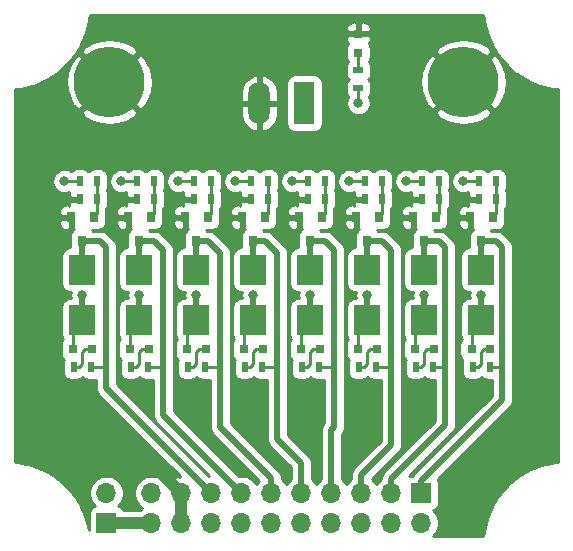
<source format=gbr>
%TF.GenerationSoftware,KiCad,Pcbnew,(5.1.6)-1*%
%TF.CreationDate,2020-12-06T15:26:43+11:00*%
%TF.ProjectId,mc13clkioout,6d633133-636c-46b6-996f-6f75742e6b69,rev?*%
%TF.SameCoordinates,Original*%
%TF.FileFunction,Copper,L1,Top*%
%TF.FilePolarity,Positive*%
%FSLAX46Y46*%
G04 Gerber Fmt 4.6, Leading zero omitted, Abs format (unit mm)*
G04 Created by KiCad (PCBNEW (5.1.6)-1) date 2020-12-06 15:26:43*
%MOMM*%
%LPD*%
G01*
G04 APERTURE LIST*
%TA.AperFunction,ComponentPad*%
%ADD10R,1.700000X1.700000*%
%TD*%
%TA.AperFunction,ComponentPad*%
%ADD11O,1.700000X1.700000*%
%TD*%
%TA.AperFunction,ComponentPad*%
%ADD12C,6.000000*%
%TD*%
%TA.AperFunction,ComponentPad*%
%ADD13C,0.800000*%
%TD*%
%TA.AperFunction,SMDPad,CuDef*%
%ADD14R,0.800000X0.900000*%
%TD*%
%TA.AperFunction,SMDPad,CuDef*%
%ADD15R,2.300000X2.500000*%
%TD*%
%TA.AperFunction,SMDPad,CuDef*%
%ADD16R,0.900000X0.500000*%
%TD*%
%TA.AperFunction,SMDPad,CuDef*%
%ADD17R,0.500000X0.900000*%
%TD*%
%TA.AperFunction,ComponentPad*%
%ADD18R,1.800000X3.600000*%
%TD*%
%TA.AperFunction,ComponentPad*%
%ADD19O,1.800000X3.600000*%
%TD*%
%TA.AperFunction,SMDPad,CuDef*%
%ADD20R,0.800000X0.800000*%
%TD*%
%TA.AperFunction,ViaPad*%
%ADD21C,0.800000*%
%TD*%
%TA.AperFunction,Conductor*%
%ADD22C,0.250000*%
%TD*%
%TA.AperFunction,Conductor*%
%ADD23C,0.500000*%
%TD*%
%TA.AperFunction,Conductor*%
%ADD24C,1.000000*%
%TD*%
%TA.AperFunction,Conductor*%
%ADD25C,0.254000*%
%TD*%
G04 APERTURE END LIST*
D10*
%TO.P,J1,1*%
%TO.N,/Output1*%
X146304000Y-131064000D03*
D11*
%TO.P,J1,2*%
%TO.N,/Input1*%
X146304000Y-133604000D03*
%TO.P,J1,3*%
%TO.N,/Output2*%
X143764000Y-131064000D03*
%TO.P,J1,4*%
%TO.N,/Input2*%
X143764000Y-133604000D03*
%TO.P,J1,5*%
%TO.N,/Output3*%
X141224000Y-131064000D03*
%TO.P,J1,6*%
%TO.N,/Input3*%
X141224000Y-133604000D03*
%TO.P,J1,7*%
%TO.N,/Output4*%
X138684000Y-131064000D03*
%TO.P,J1,8*%
%TO.N,/Input4*%
X138684000Y-133604000D03*
%TO.P,J1,9*%
%TO.N,/Output5*%
X136144000Y-131064000D03*
%TO.P,J1,10*%
%TO.N,/Input5*%
X136144000Y-133604000D03*
%TO.P,J1,11*%
%TO.N,/Output6*%
X133604000Y-131064000D03*
%TO.P,J1,12*%
%TO.N,/Input6*%
X133604000Y-133604000D03*
%TO.P,J1,13*%
%TO.N,/Output7*%
X131064000Y-131064000D03*
%TO.P,J1,14*%
%TO.N,/Input7*%
X131064000Y-133604000D03*
%TO.P,J1,15*%
%TO.N,/Output8*%
X128524000Y-131064000D03*
%TO.P,J1,16*%
%TO.N,/Input8*%
X128524000Y-133604000D03*
%TO.P,J1,17*%
%TO.N,GND*%
X125984000Y-131064000D03*
%TO.P,J1,18*%
X125984000Y-133604000D03*
%TO.P,J1,19*%
%TO.N,VCC*%
X123444000Y-131064000D03*
%TO.P,J1,20*%
%TO.N,VBUS*%
X123444000Y-133604000D03*
%TD*%
D12*
%TO.P,H2,1*%
%TO.N,GND*%
X149860000Y-96266000D03*
D13*
X152110000Y-96266000D03*
X151450990Y-97856990D03*
X149860000Y-98516000D03*
X148269010Y-97856990D03*
X147610000Y-96266000D03*
X148269010Y-94675010D03*
X149860000Y-94016000D03*
X151450990Y-94675010D03*
%TD*%
D12*
%TO.P,H1,1*%
%TO.N,GND*%
X119888000Y-96266000D03*
D13*
X122138000Y-96266000D03*
X121478990Y-97856990D03*
X119888000Y-98516000D03*
X118297010Y-97856990D03*
X117638000Y-96266000D03*
X118297010Y-94675010D03*
X119888000Y-94016000D03*
X121478990Y-94675010D03*
%TD*%
D14*
%TO.P,Q7,1*%
%TO.N,Net-(Q7-Pad1)*%
X123378000Y-107712000D03*
%TO.P,Q7,2*%
%TO.N,GND*%
X121478000Y-107712000D03*
%TO.P,Q7,3*%
%TO.N,/Output7*%
X122428000Y-109712000D03*
%TD*%
D15*
%TO.P,D15,1*%
%TO.N,VCC*%
X117602000Y-116450000D03*
%TO.P,D15,2*%
%TO.N,/Output8*%
X117602000Y-112150000D03*
%TD*%
%TO.P,D13,1*%
%TO.N,VCC*%
X122428000Y-116450000D03*
%TO.P,D13,2*%
%TO.N,/Output7*%
X122428000Y-112150000D03*
%TD*%
%TO.P,D11,1*%
%TO.N,VCC*%
X127254000Y-116450000D03*
%TO.P,D11,2*%
%TO.N,/Output6*%
X127254000Y-112150000D03*
%TD*%
%TO.P,D9,1*%
%TO.N,VCC*%
X132080000Y-116450000D03*
%TO.P,D9,2*%
%TO.N,/Output5*%
X132080000Y-112150000D03*
%TD*%
%TO.P,D7,1*%
%TO.N,VCC*%
X136906000Y-116450000D03*
%TO.P,D7,2*%
%TO.N,/Output4*%
X136906000Y-112150000D03*
%TD*%
%TO.P,D5,1*%
%TO.N,VCC*%
X141732000Y-116450000D03*
%TO.P,D5,2*%
%TO.N,/Output3*%
X141732000Y-112150000D03*
%TD*%
%TO.P,D3,1*%
%TO.N,VCC*%
X146558000Y-116450000D03*
%TO.P,D3,2*%
%TO.N,/Output2*%
X146558000Y-112150000D03*
%TD*%
%TO.P,D1,1*%
%TO.N,VCC*%
X151384000Y-116450000D03*
%TO.P,D1,2*%
%TO.N,/Output1*%
X151384000Y-112150000D03*
%TD*%
D16*
%TO.P,R25,1*%
%TO.N,Net-(D17-Pad2)*%
X140970000Y-95274000D03*
%TO.P,R25,2*%
%TO.N,VCC*%
X140970000Y-96774000D03*
%TD*%
D17*
%TO.P,R24,1*%
%TO.N,/Output8*%
X118352000Y-120396000D03*
%TO.P,R24,2*%
%TO.N,Net-(D16-Pad1)*%
X116852000Y-120396000D03*
%TD*%
%TO.P,R23,1*%
%TO.N,GND*%
X117360000Y-106172000D03*
%TO.P,R23,2*%
%TO.N,Net-(Q8-Pad1)*%
X118860000Y-106172000D03*
%TD*%
%TO.P,R22,1*%
%TO.N,Net-(Q8-Pad1)*%
X118860000Y-104648000D03*
%TO.P,R22,2*%
%TO.N,/Input8*%
X117360000Y-104648000D03*
%TD*%
%TO.P,R21,1*%
%TO.N,/Output7*%
X123178000Y-120396000D03*
%TO.P,R21,2*%
%TO.N,Net-(D14-Pad1)*%
X121678000Y-120396000D03*
%TD*%
%TO.P,R20,1*%
%TO.N,GND*%
X122186000Y-106172000D03*
%TO.P,R20,2*%
%TO.N,Net-(Q7-Pad1)*%
X123686000Y-106172000D03*
%TD*%
%TO.P,R19,1*%
%TO.N,Net-(Q7-Pad1)*%
X123686000Y-104648000D03*
%TO.P,R19,2*%
%TO.N,/Input7*%
X122186000Y-104648000D03*
%TD*%
%TO.P,R18,1*%
%TO.N,/Output6*%
X128004000Y-120396000D03*
%TO.P,R18,2*%
%TO.N,Net-(D12-Pad1)*%
X126504000Y-120396000D03*
%TD*%
%TO.P,R17,1*%
%TO.N,GND*%
X127012000Y-106172000D03*
%TO.P,R17,2*%
%TO.N,Net-(Q6-Pad1)*%
X128512000Y-106172000D03*
%TD*%
%TO.P,R16,1*%
%TO.N,Net-(Q6-Pad1)*%
X128512000Y-104648000D03*
%TO.P,R16,2*%
%TO.N,/Input6*%
X127012000Y-104648000D03*
%TD*%
%TO.P,R15,1*%
%TO.N,/Output5*%
X132830000Y-120396000D03*
%TO.P,R15,2*%
%TO.N,Net-(D10-Pad1)*%
X131330000Y-120396000D03*
%TD*%
%TO.P,R14,1*%
%TO.N,GND*%
X131838000Y-106172000D03*
%TO.P,R14,2*%
%TO.N,Net-(Q5-Pad1)*%
X133338000Y-106172000D03*
%TD*%
%TO.P,R13,1*%
%TO.N,Net-(Q5-Pad1)*%
X133338000Y-104648000D03*
%TO.P,R13,2*%
%TO.N,/Input5*%
X131838000Y-104648000D03*
%TD*%
%TO.P,R12,1*%
%TO.N,/Output4*%
X137656000Y-120396000D03*
%TO.P,R12,2*%
%TO.N,Net-(D8-Pad1)*%
X136156000Y-120396000D03*
%TD*%
%TO.P,R11,1*%
%TO.N,GND*%
X136664000Y-106172000D03*
%TO.P,R11,2*%
%TO.N,Net-(Q4-Pad1)*%
X138164000Y-106172000D03*
%TD*%
%TO.P,R10,1*%
%TO.N,Net-(Q4-Pad1)*%
X138164000Y-104648000D03*
%TO.P,R10,2*%
%TO.N,/Input4*%
X136664000Y-104648000D03*
%TD*%
%TO.P,R9,1*%
%TO.N,/Output3*%
X142482000Y-120396000D03*
%TO.P,R9,2*%
%TO.N,Net-(D6-Pad1)*%
X140982000Y-120396000D03*
%TD*%
%TO.P,R8,1*%
%TO.N,GND*%
X141490000Y-106172000D03*
%TO.P,R8,2*%
%TO.N,Net-(Q3-Pad1)*%
X142990000Y-106172000D03*
%TD*%
%TO.P,R7,1*%
%TO.N,Net-(Q3-Pad1)*%
X142990000Y-104648000D03*
%TO.P,R7,2*%
%TO.N,/Input3*%
X141490000Y-104648000D03*
%TD*%
%TO.P,R6,1*%
%TO.N,/Output2*%
X147308000Y-120396000D03*
%TO.P,R6,2*%
%TO.N,Net-(D4-Pad1)*%
X145808000Y-120396000D03*
%TD*%
%TO.P,R5,1*%
%TO.N,GND*%
X146316000Y-106172000D03*
%TO.P,R5,2*%
%TO.N,Net-(Q2-Pad1)*%
X147816000Y-106172000D03*
%TD*%
%TO.P,R4,1*%
%TO.N,Net-(Q2-Pad1)*%
X147816000Y-104648000D03*
%TO.P,R4,2*%
%TO.N,/Input2*%
X146316000Y-104648000D03*
%TD*%
%TO.P,R3,1*%
%TO.N,/Output1*%
X152134000Y-120396000D03*
%TO.P,R3,2*%
%TO.N,Net-(D2-Pad1)*%
X150634000Y-120396000D03*
%TD*%
%TO.P,R2,1*%
%TO.N,GND*%
X151142000Y-106172000D03*
%TO.P,R2,2*%
%TO.N,Net-(Q1-Pad1)*%
X152642000Y-106172000D03*
%TD*%
%TO.P,R1,1*%
%TO.N,Net-(Q1-Pad1)*%
X152642000Y-104648000D03*
%TO.P,R1,2*%
%TO.N,/Input1*%
X151142000Y-104648000D03*
%TD*%
D14*
%TO.P,Q8,1*%
%TO.N,Net-(Q8-Pad1)*%
X118552000Y-107712000D03*
%TO.P,Q8,2*%
%TO.N,GND*%
X116652000Y-107712000D03*
%TO.P,Q8,3*%
%TO.N,/Output8*%
X117602000Y-109712000D03*
%TD*%
%TO.P,Q6,1*%
%TO.N,Net-(Q6-Pad1)*%
X128204000Y-107712000D03*
%TO.P,Q6,2*%
%TO.N,GND*%
X126304000Y-107712000D03*
%TO.P,Q6,3*%
%TO.N,/Output6*%
X127254000Y-109712000D03*
%TD*%
%TO.P,Q5,1*%
%TO.N,Net-(Q5-Pad1)*%
X133030000Y-107712000D03*
%TO.P,Q5,2*%
%TO.N,GND*%
X131130000Y-107712000D03*
%TO.P,Q5,3*%
%TO.N,/Output5*%
X132080000Y-109712000D03*
%TD*%
%TO.P,Q4,1*%
%TO.N,Net-(Q4-Pad1)*%
X137856000Y-107712000D03*
%TO.P,Q4,2*%
%TO.N,GND*%
X135956000Y-107712000D03*
%TO.P,Q4,3*%
%TO.N,/Output4*%
X136906000Y-109712000D03*
%TD*%
%TO.P,Q3,1*%
%TO.N,Net-(Q3-Pad1)*%
X142682000Y-107712000D03*
%TO.P,Q3,2*%
%TO.N,GND*%
X140782000Y-107712000D03*
%TO.P,Q3,3*%
%TO.N,/Output3*%
X141732000Y-109712000D03*
%TD*%
%TO.P,Q2,1*%
%TO.N,Net-(Q2-Pad1)*%
X147508000Y-107712000D03*
%TO.P,Q2,2*%
%TO.N,GND*%
X145608000Y-107712000D03*
%TO.P,Q2,3*%
%TO.N,/Output2*%
X146558000Y-109712000D03*
%TD*%
%TO.P,Q1,1*%
%TO.N,Net-(Q1-Pad1)*%
X152334000Y-107728000D03*
%TO.P,Q1,2*%
%TO.N,GND*%
X150434000Y-107728000D03*
%TO.P,Q1,3*%
%TO.N,/Output1*%
X151384000Y-109728000D03*
%TD*%
D10*
%TO.P,J3,1*%
%TO.N,VBUS*%
X119634000Y-133604000D03*
D11*
%TO.P,J3,2*%
%TO.N,VCC*%
X119634000Y-131064000D03*
%TD*%
D18*
%TO.P,J2,1*%
%TO.N,VCC*%
X136398000Y-98044000D03*
D19*
%TO.P,J2,2*%
%TO.N,GND*%
X132588000Y-98044000D03*
%TD*%
D20*
%TO.P,D17,2*%
%TO.N,Net-(D17-Pad2)*%
X140970000Y-93764000D03*
%TO.P,D17,1*%
%TO.N,GND*%
X140970000Y-92164000D03*
%TD*%
%TO.P,D16,2*%
%TO.N,VCC*%
X116802000Y-118872000D03*
%TO.P,D16,1*%
%TO.N,Net-(D16-Pad1)*%
X118402000Y-118872000D03*
%TD*%
%TO.P,D14,2*%
%TO.N,VCC*%
X121628000Y-118872000D03*
%TO.P,D14,1*%
%TO.N,Net-(D14-Pad1)*%
X123228000Y-118872000D03*
%TD*%
%TO.P,D12,2*%
%TO.N,VCC*%
X126454000Y-118872000D03*
%TO.P,D12,1*%
%TO.N,Net-(D12-Pad1)*%
X128054000Y-118872000D03*
%TD*%
%TO.P,D10,2*%
%TO.N,VCC*%
X131280000Y-118872000D03*
%TO.P,D10,1*%
%TO.N,Net-(D10-Pad1)*%
X132880000Y-118872000D03*
%TD*%
%TO.P,D8,2*%
%TO.N,VCC*%
X136106000Y-118872000D03*
%TO.P,D8,1*%
%TO.N,Net-(D8-Pad1)*%
X137706000Y-118872000D03*
%TD*%
%TO.P,D6,2*%
%TO.N,VCC*%
X140932000Y-118872000D03*
%TO.P,D6,1*%
%TO.N,Net-(D6-Pad1)*%
X142532000Y-118872000D03*
%TD*%
%TO.P,D4,2*%
%TO.N,VCC*%
X145758000Y-118872000D03*
%TO.P,D4,1*%
%TO.N,Net-(D4-Pad1)*%
X147358000Y-118872000D03*
%TD*%
%TO.P,D2,2*%
%TO.N,VCC*%
X150546000Y-118872000D03*
%TO.P,D2,1*%
%TO.N,Net-(D2-Pad1)*%
X152146000Y-118872000D03*
%TD*%
D21*
%TO.N,VCC*%
X122428000Y-114300000D03*
X151384000Y-114300000D03*
X146558000Y-114300000D03*
X141732000Y-114300000D03*
X136906000Y-114300000D03*
X132080000Y-114300000D03*
X127254000Y-114300000D03*
X117602000Y-114300000D03*
X140970000Y-98044000D03*
%TO.N,GND*%
X123190000Y-128270000D03*
%TO.N,/Input8*%
X116078000Y-104648000D03*
%TO.N,/Input7*%
X120904000Y-104648000D03*
%TO.N,/Input6*%
X125730000Y-104648000D03*
%TO.N,/Input5*%
X130556000Y-104648000D03*
%TO.N,/Input4*%
X135382000Y-104648000D03*
%TO.N,/Input3*%
X140208000Y-104648000D03*
%TO.N,/Input2*%
X145034000Y-104648000D03*
%TO.N,/Input1*%
X149860000Y-104648000D03*
%TD*%
D22*
%TO.N,VCC*%
X150546000Y-117288000D02*
X151384000Y-116450000D01*
X150546000Y-118872000D02*
X150546000Y-117288000D01*
X145758000Y-117250000D02*
X146558000Y-116450000D01*
X145758000Y-118872000D02*
X145758000Y-117250000D01*
X140932000Y-117250000D02*
X141732000Y-116450000D01*
X140932000Y-118872000D02*
X140932000Y-117250000D01*
X136106000Y-117250000D02*
X136906000Y-116450000D01*
X136106000Y-118872000D02*
X136106000Y-117250000D01*
X131280000Y-117250000D02*
X132080000Y-116450000D01*
X131280000Y-118872000D02*
X131280000Y-117250000D01*
X126454000Y-117250000D02*
X127254000Y-116450000D01*
X126454000Y-118872000D02*
X126454000Y-117250000D01*
X121628000Y-117250000D02*
X122428000Y-116450000D01*
X121628000Y-118872000D02*
X121628000Y-117250000D01*
X116802000Y-117250000D02*
X117602000Y-116450000D01*
X116802000Y-118872000D02*
X116802000Y-117250000D01*
D23*
X151384000Y-116450000D02*
X151384000Y-114300000D01*
X146558000Y-116450000D02*
X146558000Y-114300000D01*
X141732000Y-116450000D02*
X141732000Y-114300000D01*
X136906000Y-116450000D02*
X136906000Y-114300000D01*
X132080000Y-116450000D02*
X132080000Y-114300000D01*
X127254000Y-116450000D02*
X127254000Y-114300000D01*
X122428000Y-116450000D02*
X122428000Y-114300000D01*
X117602000Y-116450000D02*
X117602000Y-114300000D01*
D22*
X140970000Y-96774000D02*
X140970000Y-98044000D01*
D23*
%TO.N,/Output1*%
X153162000Y-110236000D02*
X153162000Y-120396000D01*
X152654000Y-109728000D02*
X153162000Y-110236000D01*
X151384000Y-109728000D02*
X151384000Y-112150000D01*
D22*
X152134000Y-120396000D02*
X153162000Y-120396000D01*
D23*
X153162000Y-123190000D02*
X153162000Y-120396000D01*
X151384000Y-109728000D02*
X152654000Y-109728000D01*
X146304000Y-131064000D02*
X146304000Y-130048000D01*
X146304000Y-130048000D02*
X153162000Y-123190000D01*
D22*
%TO.N,Net-(D2-Pad1)*%
X151130000Y-120396000D02*
X151384000Y-120142000D01*
X150634000Y-120396000D02*
X151130000Y-120396000D01*
X151384000Y-119126000D02*
X151638000Y-118872000D01*
X151638000Y-118872000D02*
X152146000Y-118872000D01*
X151384000Y-120142000D02*
X151384000Y-119126000D01*
D23*
%TO.N,/Output2*%
X146558000Y-109712000D02*
X146558000Y-112150000D01*
X146558000Y-109712000D02*
X147812000Y-109712000D01*
X147812000Y-109712000D02*
X148336000Y-110236000D01*
X148336000Y-110236000D02*
X148336000Y-120396000D01*
D22*
X147308000Y-120396000D02*
X148336000Y-120396000D01*
D23*
X143764000Y-129861919D02*
X148336000Y-125289919D01*
X143764000Y-131064000D02*
X143764000Y-129861919D01*
X148336000Y-125289919D02*
X148336000Y-125222000D01*
X148336000Y-120396000D02*
X148336000Y-125222000D01*
D22*
%TO.N,Net-(D4-Pad1)*%
X145808000Y-120396000D02*
X146304000Y-120396000D01*
X146304000Y-120396000D02*
X146558000Y-120142000D01*
X146558000Y-120142000D02*
X146558000Y-119126000D01*
X146812000Y-118872000D02*
X147358000Y-118872000D01*
X146558000Y-119126000D02*
X146812000Y-118872000D01*
D23*
%TO.N,/Output3*%
X141732000Y-109712000D02*
X141732000Y-112150000D01*
X141732000Y-109712000D02*
X142986000Y-109712000D01*
X142986000Y-109712000D02*
X143764000Y-110490000D01*
D22*
X143510000Y-120396000D02*
X143764000Y-120650000D01*
X142482000Y-120396000D02*
X143510000Y-120396000D01*
D23*
X143764000Y-110490000D02*
X143764000Y-120650000D01*
X141224000Y-131064000D02*
X141224000Y-129540000D01*
X141224000Y-129540000D02*
X143764000Y-127000000D01*
X143764000Y-120650000D02*
X143764000Y-127000000D01*
D22*
%TO.N,Net-(D6-Pad1)*%
X140982000Y-120396000D02*
X141478000Y-120396000D01*
X141478000Y-120396000D02*
X141732000Y-120142000D01*
X141732000Y-120142000D02*
X141732000Y-119126000D01*
X141986000Y-118872000D02*
X142532000Y-118872000D01*
X141732000Y-119126000D02*
X141986000Y-118872000D01*
D23*
%TO.N,/Output4*%
X136906000Y-109712000D02*
X136906000Y-112150000D01*
X136906000Y-109712000D02*
X138160000Y-109712000D01*
X138160000Y-109712000D02*
X138938000Y-110490000D01*
D22*
X137656000Y-120396000D02*
X138938000Y-120396000D01*
D23*
X138938000Y-110490000D02*
X138938000Y-120396000D01*
X138684000Y-125730000D02*
X138938000Y-125476000D01*
X138684000Y-131064000D02*
X138684000Y-125730000D01*
X138938000Y-120396000D02*
X138938000Y-125476000D01*
D22*
%TO.N,Net-(D8-Pad1)*%
X136156000Y-120396000D02*
X136652000Y-120396000D01*
X136652000Y-120396000D02*
X136906000Y-120142000D01*
X136906000Y-120142000D02*
X136906000Y-119126000D01*
X137160000Y-118872000D02*
X137706000Y-118872000D01*
X136906000Y-119126000D02*
X137160000Y-118872000D01*
D23*
%TO.N,/Output5*%
X132080000Y-109712000D02*
X132080000Y-112150000D01*
X132080000Y-109712000D02*
X133080000Y-109712000D01*
X133080000Y-109712000D02*
X134112000Y-110744000D01*
D22*
X132830000Y-120396000D02*
X134112000Y-120396000D01*
D23*
X134112000Y-110744000D02*
X134112000Y-120396000D01*
X136144000Y-128524000D02*
X134112000Y-126492000D01*
X136144000Y-131064000D02*
X136144000Y-128524000D01*
X134112000Y-120396000D02*
X134112000Y-126492000D01*
D22*
%TO.N,Net-(D10-Pad1)*%
X131330000Y-120396000D02*
X131826000Y-120396000D01*
X131826000Y-120396000D02*
X132080000Y-120142000D01*
X132080000Y-120142000D02*
X132080000Y-119126000D01*
X132334000Y-118872000D02*
X132880000Y-118872000D01*
X132080000Y-119126000D02*
X132334000Y-118872000D01*
D23*
%TO.N,/Output6*%
X127254000Y-109712000D02*
X127254000Y-112150000D01*
X127254000Y-109712000D02*
X128254000Y-109712000D01*
X128254000Y-109712000D02*
X129286000Y-110744000D01*
X129286000Y-110744000D02*
X129286000Y-120396000D01*
D22*
X128004000Y-120396000D02*
X129286000Y-120396000D01*
D23*
X133604000Y-129794000D02*
X129286000Y-125476000D01*
X133604000Y-131064000D02*
X133604000Y-129794000D01*
X129286000Y-120396000D02*
X129286000Y-125476000D01*
D22*
%TO.N,Net-(D12-Pad1)*%
X126504000Y-120396000D02*
X127000000Y-120396000D01*
X127000000Y-120396000D02*
X127254000Y-120142000D01*
X127254000Y-120142000D02*
X127254000Y-119126000D01*
X127508000Y-118872000D02*
X128054000Y-118872000D01*
X127254000Y-119126000D02*
X127508000Y-118872000D01*
D23*
%TO.N,/Output7*%
X122428000Y-109712000D02*
X122428000Y-112150000D01*
X122428000Y-109712000D02*
X123682000Y-109712000D01*
X123682000Y-109712000D02*
X124460000Y-110490000D01*
D22*
X124206000Y-120396000D02*
X124460000Y-120650000D01*
X123178000Y-120396000D02*
X124206000Y-120396000D01*
D23*
X124460000Y-110490000D02*
X124460000Y-120650000D01*
X124460000Y-124460000D02*
X124460000Y-123444000D01*
X131064000Y-131064000D02*
X124460000Y-124460000D01*
X124460000Y-120650000D02*
X124460000Y-123444000D01*
D22*
%TO.N,Net-(D14-Pad1)*%
X122178000Y-120396000D02*
X122428000Y-120146000D01*
X121678000Y-120396000D02*
X122178000Y-120396000D01*
X122428000Y-120146000D02*
X122428000Y-119126000D01*
X122428000Y-119126000D02*
X122682000Y-118872000D01*
X122682000Y-118872000D02*
X123228000Y-118872000D01*
D23*
%TO.N,/Output8*%
X117602000Y-109712000D02*
X117602000Y-112150000D01*
X117602000Y-109712000D02*
X119110000Y-109712000D01*
X119110000Y-109712000D02*
X119634000Y-110236000D01*
X119634000Y-122174000D02*
X128524000Y-131064000D01*
D22*
X118352000Y-120396000D02*
X119634000Y-120396000D01*
D23*
X119634000Y-110236000D02*
X119634000Y-120396000D01*
X119634000Y-120396000D02*
X119634000Y-122174000D01*
D22*
%TO.N,Net-(D16-Pad1)*%
X117856000Y-118872000D02*
X118402000Y-118872000D01*
X117602000Y-119126000D02*
X117856000Y-118872000D01*
X117602000Y-120142000D02*
X117602000Y-119126000D01*
X117348000Y-120396000D02*
X117602000Y-120142000D01*
X116852000Y-120396000D02*
X117348000Y-120396000D01*
%TO.N,Net-(D17-Pad2)*%
X140970000Y-93764000D02*
X140970000Y-95274000D01*
D24*
%TO.N,GND*%
X125984000Y-131064000D02*
X123190000Y-128270000D01*
X125984000Y-133604000D02*
X125984000Y-131064000D01*
X123190000Y-128270000D02*
X123190000Y-128270000D01*
D22*
%TO.N,/Input8*%
X117360000Y-104648000D02*
X116078000Y-104648000D01*
%TO.N,/Input7*%
X122186000Y-104648000D02*
X120904000Y-104648000D01*
%TO.N,/Input6*%
X127012000Y-104648000D02*
X125730000Y-104648000D01*
%TO.N,/Input5*%
X131838000Y-104648000D02*
X130556000Y-104648000D01*
%TO.N,/Input4*%
X136664000Y-104648000D02*
X135382000Y-104648000D01*
%TO.N,/Input3*%
X141490000Y-104648000D02*
X140208000Y-104648000D01*
%TO.N,/Input2*%
X146316000Y-104648000D02*
X145034000Y-104648000D01*
%TO.N,/Input1*%
X151142000Y-104648000D02*
X149860000Y-104648000D01*
D24*
%TO.N,VBUS*%
X119634000Y-133604000D02*
X123444000Y-133604000D01*
D22*
%TO.N,Net-(Q1-Pad1)*%
X152642000Y-104648000D02*
X152642000Y-106172000D01*
X152642000Y-107420000D02*
X152334000Y-107728000D01*
X152642000Y-106172000D02*
X152642000Y-107420000D01*
%TO.N,Net-(Q2-Pad1)*%
X147816000Y-104648000D02*
X147816000Y-106172000D01*
X147816000Y-107404000D02*
X147508000Y-107712000D01*
X147816000Y-106172000D02*
X147816000Y-107404000D01*
%TO.N,Net-(Q3-Pad1)*%
X142990000Y-104648000D02*
X142990000Y-106172000D01*
X142990000Y-107404000D02*
X142682000Y-107712000D01*
X142990000Y-106172000D02*
X142990000Y-107404000D01*
%TO.N,Net-(Q4-Pad1)*%
X138164000Y-104648000D02*
X138164000Y-106172000D01*
X138164000Y-107404000D02*
X137856000Y-107712000D01*
X138164000Y-106172000D02*
X138164000Y-107404000D01*
%TO.N,Net-(Q5-Pad1)*%
X133338000Y-104648000D02*
X133338000Y-106172000D01*
X133338000Y-107404000D02*
X133030000Y-107712000D01*
X133338000Y-106172000D02*
X133338000Y-107404000D01*
%TO.N,Net-(Q6-Pad1)*%
X128512000Y-104648000D02*
X128512000Y-106172000D01*
X128512000Y-107404000D02*
X128204000Y-107712000D01*
X128512000Y-106172000D02*
X128512000Y-107404000D01*
%TO.N,Net-(Q7-Pad1)*%
X123686000Y-104648000D02*
X123686000Y-106172000D01*
X123686000Y-107404000D02*
X123378000Y-107712000D01*
X123686000Y-106172000D02*
X123686000Y-107404000D01*
%TO.N,Net-(Q8-Pad1)*%
X118860000Y-104648000D02*
X118860000Y-106172000D01*
X118860000Y-107404000D02*
X118552000Y-107712000D01*
X118860000Y-106172000D02*
X118860000Y-107404000D01*
%TD*%
D25*
%TO.N,GND*%
G36*
X151574189Y-90960514D02*
G01*
X151574189Y-90960515D01*
X151590194Y-91061565D01*
X151822806Y-92030462D01*
X151822806Y-92030465D01*
X151833078Y-92062080D01*
X151854421Y-92127767D01*
X151854422Y-92127768D01*
X152235735Y-93048339D01*
X152235739Y-93048350D01*
X152257743Y-93091534D01*
X152282187Y-93139509D01*
X152282193Y-93139518D01*
X152802821Y-93989105D01*
X152862957Y-94071876D01*
X153510087Y-94829568D01*
X153582432Y-94901913D01*
X154340124Y-95549043D01*
X154422895Y-95609180D01*
X154422905Y-95609185D01*
X155272491Y-96129813D01*
X155363650Y-96176261D01*
X155363661Y-96176265D01*
X156284227Y-96557576D01*
X156284233Y-96557579D01*
X156349920Y-96578922D01*
X156381535Y-96589194D01*
X156381538Y-96589194D01*
X157350434Y-96821806D01*
X157451485Y-96837811D01*
X157451486Y-96837811D01*
X157844001Y-96868703D01*
X157844000Y-128429297D01*
X157451486Y-128460189D01*
X157451485Y-128460189D01*
X157350434Y-128476194D01*
X156381538Y-128708806D01*
X156381535Y-128708806D01*
X156349920Y-128719078D01*
X156284233Y-128740421D01*
X156284227Y-128740424D01*
X155363661Y-129121735D01*
X155363650Y-129121739D01*
X155272491Y-129168187D01*
X154422905Y-129688815D01*
X154422895Y-129688820D01*
X154340124Y-129748957D01*
X153582432Y-130396087D01*
X153510087Y-130468432D01*
X152862958Y-131226123D01*
X152862957Y-131226124D01*
X152802821Y-131308895D01*
X152282193Y-132158482D01*
X152282187Y-132158491D01*
X152269312Y-132183760D01*
X152235739Y-132249650D01*
X152235735Y-132249661D01*
X151854424Y-133170227D01*
X151854421Y-133170233D01*
X151822806Y-133267536D01*
X151590194Y-134236434D01*
X151590194Y-134236435D01*
X151574189Y-134337485D01*
X151543297Y-134730000D01*
X147266794Y-134730000D01*
X147451261Y-134545533D01*
X147612901Y-134303622D01*
X147724240Y-134034825D01*
X147781000Y-133749472D01*
X147781000Y-133458528D01*
X147724240Y-133173175D01*
X147612901Y-132904378D01*
X147451261Y-132662467D01*
X147310525Y-132521731D01*
X147395103Y-132496075D01*
X147504028Y-132437853D01*
X147599501Y-132359501D01*
X147677853Y-132264028D01*
X147736075Y-132155103D01*
X147771927Y-132036913D01*
X147784033Y-131914000D01*
X147784033Y-130214000D01*
X147771927Y-130091087D01*
X147736075Y-129972897D01*
X147695423Y-129896842D01*
X153751669Y-123840596D01*
X153785133Y-123813133D01*
X153894727Y-123679592D01*
X153976162Y-123527237D01*
X154026310Y-123361922D01*
X154039000Y-123233079D01*
X154039000Y-123233078D01*
X154043243Y-123190000D01*
X154039000Y-123146921D01*
X154039000Y-110279069D01*
X154043242Y-110235999D01*
X154039000Y-110192930D01*
X154039000Y-110192921D01*
X154026310Y-110064078D01*
X153976162Y-109898763D01*
X153894727Y-109746408D01*
X153785133Y-109612867D01*
X153751664Y-109585400D01*
X153304597Y-109138332D01*
X153277133Y-109104867D01*
X153143592Y-108995273D01*
X152991237Y-108913838D01*
X152825922Y-108863690D01*
X152697079Y-108851000D01*
X152654000Y-108846757D01*
X152610921Y-108851000D01*
X152244684Y-108851000D01*
X152229501Y-108832499D01*
X152199689Y-108808033D01*
X152734000Y-108808033D01*
X152856913Y-108795927D01*
X152975103Y-108760075D01*
X153084028Y-108701853D01*
X153179501Y-108623501D01*
X153257853Y-108528028D01*
X153316075Y-108419103D01*
X153351927Y-108300913D01*
X153364033Y-108178000D01*
X153364033Y-107630335D01*
X153383119Y-107567418D01*
X153394000Y-107456938D01*
X153394000Y-107456936D01*
X153397638Y-107420000D01*
X153394000Y-107383065D01*
X153394000Y-106998656D01*
X153415853Y-106972028D01*
X153474075Y-106863103D01*
X153509927Y-106744913D01*
X153522033Y-106622000D01*
X153522033Y-105722000D01*
X153509927Y-105599087D01*
X153474075Y-105480897D01*
X153436180Y-105410000D01*
X153474075Y-105339103D01*
X153509927Y-105220913D01*
X153522033Y-105098000D01*
X153522033Y-104198000D01*
X153509927Y-104075087D01*
X153474075Y-103956897D01*
X153415853Y-103847972D01*
X153337501Y-103752499D01*
X153242028Y-103674147D01*
X153133103Y-103615925D01*
X153014913Y-103580073D01*
X152892000Y-103567967D01*
X152392000Y-103567967D01*
X152269087Y-103580073D01*
X152150897Y-103615925D01*
X152041972Y-103674147D01*
X151946499Y-103752499D01*
X151892000Y-103818907D01*
X151837501Y-103752499D01*
X151742028Y-103674147D01*
X151633103Y-103615925D01*
X151514913Y-103580073D01*
X151392000Y-103567967D01*
X150892000Y-103567967D01*
X150769087Y-103580073D01*
X150650897Y-103615925D01*
X150541972Y-103674147D01*
X150446499Y-103752499D01*
X150418818Y-103786228D01*
X150346467Y-103737885D01*
X150159565Y-103660467D01*
X149961151Y-103621000D01*
X149758849Y-103621000D01*
X149560435Y-103660467D01*
X149373533Y-103737885D01*
X149205326Y-103850277D01*
X149062277Y-103993326D01*
X148949885Y-104161533D01*
X148872467Y-104348435D01*
X148833000Y-104546849D01*
X148833000Y-104749151D01*
X148872467Y-104947565D01*
X148949885Y-105134467D01*
X149062277Y-105302674D01*
X149205326Y-105445723D01*
X149373533Y-105558115D01*
X149560435Y-105635533D01*
X149758849Y-105675000D01*
X149961151Y-105675000D01*
X150159565Y-105635533D01*
X150269504Y-105589994D01*
X150263748Y-105610486D01*
X150254064Y-105735195D01*
X150257000Y-105886250D01*
X150415750Y-106045000D01*
X151019000Y-106045000D01*
X151019000Y-106025000D01*
X151265000Y-106025000D01*
X151265000Y-106045000D01*
X151289000Y-106045000D01*
X151289000Y-106299000D01*
X151265000Y-106299000D01*
X151265000Y-106319000D01*
X151019000Y-106319000D01*
X151019000Y-106299000D01*
X150415750Y-106299000D01*
X150257000Y-106457750D01*
X150254064Y-106608805D01*
X150263748Y-106733514D01*
X150273508Y-106768258D01*
X150148250Y-106643000D01*
X150034000Y-106639928D01*
X149909518Y-106652188D01*
X149789820Y-106688498D01*
X149679506Y-106747463D01*
X149582815Y-106826815D01*
X149503463Y-106923506D01*
X149444498Y-107033820D01*
X149408188Y-107153518D01*
X149395928Y-107278000D01*
X149399000Y-107442250D01*
X149557750Y-107601000D01*
X150307000Y-107601000D01*
X150307000Y-107581000D01*
X150561000Y-107581000D01*
X150561000Y-107601000D01*
X150581000Y-107601000D01*
X150581000Y-107855000D01*
X150561000Y-107855000D01*
X150561000Y-108654250D01*
X150651518Y-108744768D01*
X150633972Y-108754147D01*
X150538499Y-108832499D01*
X150460147Y-108927972D01*
X150401925Y-109036897D01*
X150366073Y-109155087D01*
X150353967Y-109278000D01*
X150353967Y-110178000D01*
X150363025Y-110269967D01*
X150234000Y-110269967D01*
X150111087Y-110282073D01*
X149992897Y-110317925D01*
X149883972Y-110376147D01*
X149788499Y-110454499D01*
X149710147Y-110549972D01*
X149651925Y-110658897D01*
X149616073Y-110777087D01*
X149603967Y-110900000D01*
X149603967Y-113400000D01*
X149616073Y-113522913D01*
X149651925Y-113641103D01*
X149710147Y-113750028D01*
X149788499Y-113845501D01*
X149883972Y-113923853D01*
X149992897Y-113982075D01*
X150111087Y-114017927D01*
X150234000Y-114030033D01*
X150390580Y-114030033D01*
X150357000Y-114198849D01*
X150357000Y-114401151D01*
X150390580Y-114569967D01*
X150234000Y-114569967D01*
X150111087Y-114582073D01*
X149992897Y-114617925D01*
X149883972Y-114676147D01*
X149788499Y-114754499D01*
X149710147Y-114849972D01*
X149651925Y-114958897D01*
X149616073Y-115077087D01*
X149603967Y-115200000D01*
X149603967Y-117700000D01*
X149616073Y-117822913D01*
X149651925Y-117941103D01*
X149698726Y-118028660D01*
X149622147Y-118121972D01*
X149563925Y-118230897D01*
X149528073Y-118349087D01*
X149515967Y-118472000D01*
X149515967Y-119272000D01*
X149528073Y-119394913D01*
X149563925Y-119513103D01*
X149622147Y-119622028D01*
X149700499Y-119717501D01*
X149778647Y-119781635D01*
X149766073Y-119823087D01*
X149753967Y-119946000D01*
X149753967Y-120846000D01*
X149766073Y-120968913D01*
X149801925Y-121087103D01*
X149860147Y-121196028D01*
X149938499Y-121291501D01*
X150033972Y-121369853D01*
X150142897Y-121428075D01*
X150261087Y-121463927D01*
X150384000Y-121476033D01*
X150884000Y-121476033D01*
X151006913Y-121463927D01*
X151125103Y-121428075D01*
X151234028Y-121369853D01*
X151329501Y-121291501D01*
X151384000Y-121225093D01*
X151438499Y-121291501D01*
X151533972Y-121369853D01*
X151642897Y-121428075D01*
X151761087Y-121463927D01*
X151884000Y-121476033D01*
X152285001Y-121476033D01*
X152285000Y-122826735D01*
X145714327Y-129397408D01*
X145680868Y-129424867D01*
X145653409Y-129458326D01*
X145653406Y-129458329D01*
X145571274Y-129558408D01*
X145557612Y-129583967D01*
X145454000Y-129583967D01*
X145331087Y-129596073D01*
X145243561Y-129622623D01*
X148925669Y-125940515D01*
X148959133Y-125913052D01*
X149068727Y-125779511D01*
X149150162Y-125627156D01*
X149200310Y-125461841D01*
X149213000Y-125332998D01*
X149213000Y-125332989D01*
X149217242Y-125289920D01*
X149213000Y-125246850D01*
X149213000Y-110279079D01*
X149217243Y-110236000D01*
X149200310Y-110064077D01*
X149150162Y-109898763D01*
X149074534Y-109757273D01*
X149068727Y-109746408D01*
X148959133Y-109612867D01*
X148925669Y-109585404D01*
X148462597Y-109122332D01*
X148435133Y-109088867D01*
X148301592Y-108979273D01*
X148149237Y-108897838D01*
X147983922Y-108847690D01*
X147855079Y-108835000D01*
X147812000Y-108830757D01*
X147768921Y-108835000D01*
X147418684Y-108835000D01*
X147403501Y-108816499D01*
X147373689Y-108792033D01*
X147908000Y-108792033D01*
X148030913Y-108779927D01*
X148149103Y-108744075D01*
X148258028Y-108685853D01*
X148353501Y-108607501D01*
X148431853Y-108512028D01*
X148490075Y-108403103D01*
X148525927Y-108284913D01*
X148536457Y-108178000D01*
X149395928Y-108178000D01*
X149408188Y-108302482D01*
X149444498Y-108422180D01*
X149503463Y-108532494D01*
X149582815Y-108629185D01*
X149679506Y-108708537D01*
X149789820Y-108767502D01*
X149909518Y-108803812D01*
X150034000Y-108816072D01*
X150148250Y-108813000D01*
X150307000Y-108654250D01*
X150307000Y-107855000D01*
X149557750Y-107855000D01*
X149399000Y-108013750D01*
X149395928Y-108178000D01*
X148536457Y-108178000D01*
X148538033Y-108162000D01*
X148538033Y-107614335D01*
X148557119Y-107551418D01*
X148568000Y-107440938D01*
X148568000Y-107440936D01*
X148571638Y-107404000D01*
X148568000Y-107367065D01*
X148568000Y-106998656D01*
X148589853Y-106972028D01*
X148648075Y-106863103D01*
X148683927Y-106744913D01*
X148696033Y-106622000D01*
X148696033Y-105722000D01*
X148683927Y-105599087D01*
X148648075Y-105480897D01*
X148610180Y-105410000D01*
X148648075Y-105339103D01*
X148683927Y-105220913D01*
X148696033Y-105098000D01*
X148696033Y-104198000D01*
X148683927Y-104075087D01*
X148648075Y-103956897D01*
X148589853Y-103847972D01*
X148511501Y-103752499D01*
X148416028Y-103674147D01*
X148307103Y-103615925D01*
X148188913Y-103580073D01*
X148066000Y-103567967D01*
X147566000Y-103567967D01*
X147443087Y-103580073D01*
X147324897Y-103615925D01*
X147215972Y-103674147D01*
X147120499Y-103752499D01*
X147066000Y-103818907D01*
X147011501Y-103752499D01*
X146916028Y-103674147D01*
X146807103Y-103615925D01*
X146688913Y-103580073D01*
X146566000Y-103567967D01*
X146066000Y-103567967D01*
X145943087Y-103580073D01*
X145824897Y-103615925D01*
X145715972Y-103674147D01*
X145620499Y-103752499D01*
X145592818Y-103786228D01*
X145520467Y-103737885D01*
X145333565Y-103660467D01*
X145135151Y-103621000D01*
X144932849Y-103621000D01*
X144734435Y-103660467D01*
X144547533Y-103737885D01*
X144379326Y-103850277D01*
X144236277Y-103993326D01*
X144123885Y-104161533D01*
X144046467Y-104348435D01*
X144007000Y-104546849D01*
X144007000Y-104749151D01*
X144046467Y-104947565D01*
X144123885Y-105134467D01*
X144236277Y-105302674D01*
X144379326Y-105445723D01*
X144547533Y-105558115D01*
X144734435Y-105635533D01*
X144932849Y-105675000D01*
X145135151Y-105675000D01*
X145333565Y-105635533D01*
X145443504Y-105589994D01*
X145437748Y-105610486D01*
X145428064Y-105735195D01*
X145431000Y-105886250D01*
X145589750Y-106045000D01*
X146193000Y-106045000D01*
X146193000Y-106025000D01*
X146439000Y-106025000D01*
X146439000Y-106045000D01*
X146463000Y-106045000D01*
X146463000Y-106299000D01*
X146439000Y-106299000D01*
X146439000Y-106319000D01*
X146193000Y-106319000D01*
X146193000Y-106299000D01*
X145589750Y-106299000D01*
X145431000Y-106457750D01*
X145428064Y-106608805D01*
X145437748Y-106733514D01*
X145441257Y-106746007D01*
X145322250Y-106627000D01*
X145208000Y-106623928D01*
X145083518Y-106636188D01*
X144963820Y-106672498D01*
X144853506Y-106731463D01*
X144756815Y-106810815D01*
X144677463Y-106907506D01*
X144618498Y-107017820D01*
X144582188Y-107137518D01*
X144569928Y-107262000D01*
X144573000Y-107426250D01*
X144731750Y-107585000D01*
X145481000Y-107585000D01*
X145481000Y-107565000D01*
X145735000Y-107565000D01*
X145735000Y-107585000D01*
X145755000Y-107585000D01*
X145755000Y-107839000D01*
X145735000Y-107839000D01*
X145735000Y-108638250D01*
X145825518Y-108728768D01*
X145807972Y-108738147D01*
X145712499Y-108816499D01*
X145634147Y-108911972D01*
X145575925Y-109020897D01*
X145540073Y-109139087D01*
X145527967Y-109262000D01*
X145527967Y-110162000D01*
X145538601Y-110269967D01*
X145408000Y-110269967D01*
X145285087Y-110282073D01*
X145166897Y-110317925D01*
X145057972Y-110376147D01*
X144962499Y-110454499D01*
X144884147Y-110549972D01*
X144825925Y-110658897D01*
X144790073Y-110777087D01*
X144777967Y-110900000D01*
X144777967Y-113400000D01*
X144790073Y-113522913D01*
X144825925Y-113641103D01*
X144884147Y-113750028D01*
X144962499Y-113845501D01*
X145057972Y-113923853D01*
X145166897Y-113982075D01*
X145285087Y-114017927D01*
X145408000Y-114030033D01*
X145564580Y-114030033D01*
X145531000Y-114198849D01*
X145531000Y-114401151D01*
X145564580Y-114569967D01*
X145408000Y-114569967D01*
X145285087Y-114582073D01*
X145166897Y-114617925D01*
X145057972Y-114676147D01*
X144962499Y-114754499D01*
X144884147Y-114849972D01*
X144825925Y-114958897D01*
X144790073Y-115077087D01*
X144777967Y-115200000D01*
X144777967Y-117700000D01*
X144790073Y-117822913D01*
X144825925Y-117941103D01*
X144884147Y-118050028D01*
X144888668Y-118055537D01*
X144834147Y-118121972D01*
X144775925Y-118230897D01*
X144740073Y-118349087D01*
X144727967Y-118472000D01*
X144727967Y-119272000D01*
X144740073Y-119394913D01*
X144775925Y-119513103D01*
X144834147Y-119622028D01*
X144912499Y-119717501D01*
X144960221Y-119756665D01*
X144940073Y-119823087D01*
X144927967Y-119946000D01*
X144927967Y-120846000D01*
X144940073Y-120968913D01*
X144975925Y-121087103D01*
X145034147Y-121196028D01*
X145112499Y-121291501D01*
X145207972Y-121369853D01*
X145316897Y-121428075D01*
X145435087Y-121463927D01*
X145558000Y-121476033D01*
X146058000Y-121476033D01*
X146180913Y-121463927D01*
X146299103Y-121428075D01*
X146408028Y-121369853D01*
X146503501Y-121291501D01*
X146558000Y-121225093D01*
X146612499Y-121291501D01*
X146707972Y-121369853D01*
X146816897Y-121428075D01*
X146935087Y-121463927D01*
X147058000Y-121476033D01*
X147459000Y-121476033D01*
X147459001Y-124926653D01*
X143174327Y-129211327D01*
X143140868Y-129238786D01*
X143113409Y-129272245D01*
X143113406Y-129272248D01*
X143031274Y-129372327D01*
X142949838Y-129524683D01*
X142899690Y-129689997D01*
X142882757Y-129861919D01*
X142884100Y-129875557D01*
X142822467Y-129916739D01*
X142616739Y-130122467D01*
X142494000Y-130306159D01*
X142371261Y-130122467D01*
X142165533Y-129916739D01*
X142118771Y-129885494D01*
X144353668Y-127650597D01*
X144387133Y-127623133D01*
X144496727Y-127489592D01*
X144578162Y-127337237D01*
X144628310Y-127171922D01*
X144641000Y-127043079D01*
X144641000Y-127043070D01*
X144645242Y-127000001D01*
X144641000Y-126956931D01*
X144641000Y-110533076D01*
X144645243Y-110489999D01*
X144637045Y-110406764D01*
X144628310Y-110318078D01*
X144578162Y-110152763D01*
X144496727Y-110000408D01*
X144387133Y-109866867D01*
X144353669Y-109839404D01*
X143636597Y-109122332D01*
X143609133Y-109088867D01*
X143475592Y-108979273D01*
X143323237Y-108897838D01*
X143157922Y-108847690D01*
X143029079Y-108835000D01*
X142986000Y-108830757D01*
X142942921Y-108835000D01*
X142592684Y-108835000D01*
X142577501Y-108816499D01*
X142547689Y-108792033D01*
X143082000Y-108792033D01*
X143204913Y-108779927D01*
X143323103Y-108744075D01*
X143432028Y-108685853D01*
X143527501Y-108607501D01*
X143605853Y-108512028D01*
X143664075Y-108403103D01*
X143699927Y-108284913D01*
X143712033Y-108162000D01*
X144569928Y-108162000D01*
X144582188Y-108286482D01*
X144618498Y-108406180D01*
X144677463Y-108516494D01*
X144756815Y-108613185D01*
X144853506Y-108692537D01*
X144963820Y-108751502D01*
X145083518Y-108787812D01*
X145208000Y-108800072D01*
X145322250Y-108797000D01*
X145481000Y-108638250D01*
X145481000Y-107839000D01*
X144731750Y-107839000D01*
X144573000Y-107997750D01*
X144569928Y-108162000D01*
X143712033Y-108162000D01*
X143712033Y-107614335D01*
X143731119Y-107551418D01*
X143742000Y-107440938D01*
X143742000Y-107440936D01*
X143745638Y-107404000D01*
X143742000Y-107367065D01*
X143742000Y-106998656D01*
X143763853Y-106972028D01*
X143822075Y-106863103D01*
X143857927Y-106744913D01*
X143870033Y-106622000D01*
X143870033Y-105722000D01*
X143857927Y-105599087D01*
X143822075Y-105480897D01*
X143784180Y-105410000D01*
X143822075Y-105339103D01*
X143857927Y-105220913D01*
X143870033Y-105098000D01*
X143870033Y-104198000D01*
X143857927Y-104075087D01*
X143822075Y-103956897D01*
X143763853Y-103847972D01*
X143685501Y-103752499D01*
X143590028Y-103674147D01*
X143481103Y-103615925D01*
X143362913Y-103580073D01*
X143240000Y-103567967D01*
X142740000Y-103567967D01*
X142617087Y-103580073D01*
X142498897Y-103615925D01*
X142389972Y-103674147D01*
X142294499Y-103752499D01*
X142240000Y-103818907D01*
X142185501Y-103752499D01*
X142090028Y-103674147D01*
X141981103Y-103615925D01*
X141862913Y-103580073D01*
X141740000Y-103567967D01*
X141240000Y-103567967D01*
X141117087Y-103580073D01*
X140998897Y-103615925D01*
X140889972Y-103674147D01*
X140794499Y-103752499D01*
X140766818Y-103786228D01*
X140694467Y-103737885D01*
X140507565Y-103660467D01*
X140309151Y-103621000D01*
X140106849Y-103621000D01*
X139908435Y-103660467D01*
X139721533Y-103737885D01*
X139553326Y-103850277D01*
X139410277Y-103993326D01*
X139297885Y-104161533D01*
X139220467Y-104348435D01*
X139181000Y-104546849D01*
X139181000Y-104749151D01*
X139220467Y-104947565D01*
X139297885Y-105134467D01*
X139410277Y-105302674D01*
X139553326Y-105445723D01*
X139721533Y-105558115D01*
X139908435Y-105635533D01*
X140106849Y-105675000D01*
X140309151Y-105675000D01*
X140507565Y-105635533D01*
X140617504Y-105589994D01*
X140611748Y-105610486D01*
X140602064Y-105735195D01*
X140605000Y-105886250D01*
X140763750Y-106045000D01*
X141367000Y-106045000D01*
X141367000Y-106025000D01*
X141613000Y-106025000D01*
X141613000Y-106045000D01*
X141637000Y-106045000D01*
X141637000Y-106299000D01*
X141613000Y-106299000D01*
X141613000Y-106319000D01*
X141367000Y-106319000D01*
X141367000Y-106299000D01*
X140763750Y-106299000D01*
X140605000Y-106457750D01*
X140602064Y-106608805D01*
X140611748Y-106733514D01*
X140615257Y-106746007D01*
X140496250Y-106627000D01*
X140382000Y-106623928D01*
X140257518Y-106636188D01*
X140137820Y-106672498D01*
X140027506Y-106731463D01*
X139930815Y-106810815D01*
X139851463Y-106907506D01*
X139792498Y-107017820D01*
X139756188Y-107137518D01*
X139743928Y-107262000D01*
X139747000Y-107426250D01*
X139905750Y-107585000D01*
X140655000Y-107585000D01*
X140655000Y-107565000D01*
X140909000Y-107565000D01*
X140909000Y-107585000D01*
X140929000Y-107585000D01*
X140929000Y-107839000D01*
X140909000Y-107839000D01*
X140909000Y-108638250D01*
X140999518Y-108728768D01*
X140981972Y-108738147D01*
X140886499Y-108816499D01*
X140808147Y-108911972D01*
X140749925Y-109020897D01*
X140714073Y-109139087D01*
X140701967Y-109262000D01*
X140701967Y-110162000D01*
X140712601Y-110269967D01*
X140582000Y-110269967D01*
X140459087Y-110282073D01*
X140340897Y-110317925D01*
X140231972Y-110376147D01*
X140136499Y-110454499D01*
X140058147Y-110549972D01*
X139999925Y-110658897D01*
X139964073Y-110777087D01*
X139951967Y-110900000D01*
X139951967Y-113400000D01*
X139964073Y-113522913D01*
X139999925Y-113641103D01*
X140058147Y-113750028D01*
X140136499Y-113845501D01*
X140231972Y-113923853D01*
X140340897Y-113982075D01*
X140459087Y-114017927D01*
X140582000Y-114030033D01*
X140738580Y-114030033D01*
X140705000Y-114198849D01*
X140705000Y-114401151D01*
X140738580Y-114569967D01*
X140582000Y-114569967D01*
X140459087Y-114582073D01*
X140340897Y-114617925D01*
X140231972Y-114676147D01*
X140136499Y-114754499D01*
X140058147Y-114849972D01*
X139999925Y-114958897D01*
X139964073Y-115077087D01*
X139951967Y-115200000D01*
X139951967Y-117700000D01*
X139964073Y-117822913D01*
X139999925Y-117941103D01*
X140058147Y-118050028D01*
X140062668Y-118055537D01*
X140008147Y-118121972D01*
X139949925Y-118230897D01*
X139914073Y-118349087D01*
X139901967Y-118472000D01*
X139901967Y-119272000D01*
X139914073Y-119394913D01*
X139949925Y-119513103D01*
X140008147Y-119622028D01*
X140086499Y-119717501D01*
X140134221Y-119756665D01*
X140114073Y-119823087D01*
X140101967Y-119946000D01*
X140101967Y-120846000D01*
X140114073Y-120968913D01*
X140149925Y-121087103D01*
X140208147Y-121196028D01*
X140286499Y-121291501D01*
X140381972Y-121369853D01*
X140490897Y-121428075D01*
X140609087Y-121463927D01*
X140732000Y-121476033D01*
X141232000Y-121476033D01*
X141354913Y-121463927D01*
X141473103Y-121428075D01*
X141582028Y-121369853D01*
X141677501Y-121291501D01*
X141732000Y-121225093D01*
X141786499Y-121291501D01*
X141881972Y-121369853D01*
X141990897Y-121428075D01*
X142109087Y-121463927D01*
X142232000Y-121476033D01*
X142732000Y-121476033D01*
X142854913Y-121463927D01*
X142887000Y-121454194D01*
X142887001Y-126636734D01*
X140634327Y-128889408D01*
X140600868Y-128916867D01*
X140573409Y-128950326D01*
X140573406Y-128950329D01*
X140491274Y-129050408D01*
X140409838Y-129202764D01*
X140359690Y-129368078D01*
X140342757Y-129540000D01*
X140347001Y-129583089D01*
X140347001Y-129873619D01*
X140282467Y-129916739D01*
X140076739Y-130122467D01*
X139954000Y-130306159D01*
X139831261Y-130122467D01*
X139625533Y-129916739D01*
X139561000Y-129873619D01*
X139561000Y-126099242D01*
X139561133Y-126099133D01*
X139670727Y-125965592D01*
X139752162Y-125813237D01*
X139802310Y-125647922D01*
X139815000Y-125519079D01*
X139815000Y-125519070D01*
X139819242Y-125476001D01*
X139815000Y-125432931D01*
X139815000Y-110533076D01*
X139819243Y-110489999D01*
X139811045Y-110406764D01*
X139802310Y-110318078D01*
X139752162Y-110152763D01*
X139670727Y-110000408D01*
X139561133Y-109866867D01*
X139527669Y-109839404D01*
X138810597Y-109122332D01*
X138783133Y-109088867D01*
X138649592Y-108979273D01*
X138497237Y-108897838D01*
X138331922Y-108847690D01*
X138203079Y-108835000D01*
X138160000Y-108830757D01*
X138116921Y-108835000D01*
X137766684Y-108835000D01*
X137751501Y-108816499D01*
X137721689Y-108792033D01*
X138256000Y-108792033D01*
X138378913Y-108779927D01*
X138497103Y-108744075D01*
X138606028Y-108685853D01*
X138701501Y-108607501D01*
X138779853Y-108512028D01*
X138838075Y-108403103D01*
X138873927Y-108284913D01*
X138886033Y-108162000D01*
X139743928Y-108162000D01*
X139756188Y-108286482D01*
X139792498Y-108406180D01*
X139851463Y-108516494D01*
X139930815Y-108613185D01*
X140027506Y-108692537D01*
X140137820Y-108751502D01*
X140257518Y-108787812D01*
X140382000Y-108800072D01*
X140496250Y-108797000D01*
X140655000Y-108638250D01*
X140655000Y-107839000D01*
X139905750Y-107839000D01*
X139747000Y-107997750D01*
X139743928Y-108162000D01*
X138886033Y-108162000D01*
X138886033Y-107614335D01*
X138905119Y-107551418D01*
X138916000Y-107440938D01*
X138916000Y-107440936D01*
X138919638Y-107404000D01*
X138916000Y-107367065D01*
X138916000Y-106998656D01*
X138937853Y-106972028D01*
X138996075Y-106863103D01*
X139031927Y-106744913D01*
X139044033Y-106622000D01*
X139044033Y-105722000D01*
X139031927Y-105599087D01*
X138996075Y-105480897D01*
X138958180Y-105410000D01*
X138996075Y-105339103D01*
X139031927Y-105220913D01*
X139044033Y-105098000D01*
X139044033Y-104198000D01*
X139031927Y-104075087D01*
X138996075Y-103956897D01*
X138937853Y-103847972D01*
X138859501Y-103752499D01*
X138764028Y-103674147D01*
X138655103Y-103615925D01*
X138536913Y-103580073D01*
X138414000Y-103567967D01*
X137914000Y-103567967D01*
X137791087Y-103580073D01*
X137672897Y-103615925D01*
X137563972Y-103674147D01*
X137468499Y-103752499D01*
X137414000Y-103818907D01*
X137359501Y-103752499D01*
X137264028Y-103674147D01*
X137155103Y-103615925D01*
X137036913Y-103580073D01*
X136914000Y-103567967D01*
X136414000Y-103567967D01*
X136291087Y-103580073D01*
X136172897Y-103615925D01*
X136063972Y-103674147D01*
X135968499Y-103752499D01*
X135940818Y-103786228D01*
X135868467Y-103737885D01*
X135681565Y-103660467D01*
X135483151Y-103621000D01*
X135280849Y-103621000D01*
X135082435Y-103660467D01*
X134895533Y-103737885D01*
X134727326Y-103850277D01*
X134584277Y-103993326D01*
X134471885Y-104161533D01*
X134394467Y-104348435D01*
X134355000Y-104546849D01*
X134355000Y-104749151D01*
X134394467Y-104947565D01*
X134471885Y-105134467D01*
X134584277Y-105302674D01*
X134727326Y-105445723D01*
X134895533Y-105558115D01*
X135082435Y-105635533D01*
X135280849Y-105675000D01*
X135483151Y-105675000D01*
X135681565Y-105635533D01*
X135791504Y-105589994D01*
X135785748Y-105610486D01*
X135776064Y-105735195D01*
X135779000Y-105886250D01*
X135937750Y-106045000D01*
X136541000Y-106045000D01*
X136541000Y-106025000D01*
X136787000Y-106025000D01*
X136787000Y-106045000D01*
X136811000Y-106045000D01*
X136811000Y-106299000D01*
X136787000Y-106299000D01*
X136787000Y-106319000D01*
X136541000Y-106319000D01*
X136541000Y-106299000D01*
X135937750Y-106299000D01*
X135779000Y-106457750D01*
X135776064Y-106608805D01*
X135785748Y-106733514D01*
X135789257Y-106746007D01*
X135670250Y-106627000D01*
X135556000Y-106623928D01*
X135431518Y-106636188D01*
X135311820Y-106672498D01*
X135201506Y-106731463D01*
X135104815Y-106810815D01*
X135025463Y-106907506D01*
X134966498Y-107017820D01*
X134930188Y-107137518D01*
X134917928Y-107262000D01*
X134921000Y-107426250D01*
X135079750Y-107585000D01*
X135829000Y-107585000D01*
X135829000Y-107565000D01*
X136083000Y-107565000D01*
X136083000Y-107585000D01*
X136103000Y-107585000D01*
X136103000Y-107839000D01*
X136083000Y-107839000D01*
X136083000Y-108638250D01*
X136173518Y-108728768D01*
X136155972Y-108738147D01*
X136060499Y-108816499D01*
X135982147Y-108911972D01*
X135923925Y-109020897D01*
X135888073Y-109139087D01*
X135875967Y-109262000D01*
X135875967Y-110162000D01*
X135886601Y-110269967D01*
X135756000Y-110269967D01*
X135633087Y-110282073D01*
X135514897Y-110317925D01*
X135405972Y-110376147D01*
X135310499Y-110454499D01*
X135232147Y-110549972D01*
X135173925Y-110658897D01*
X135138073Y-110777087D01*
X135125967Y-110900000D01*
X135125967Y-113400000D01*
X135138073Y-113522913D01*
X135173925Y-113641103D01*
X135232147Y-113750028D01*
X135310499Y-113845501D01*
X135405972Y-113923853D01*
X135514897Y-113982075D01*
X135633087Y-114017927D01*
X135756000Y-114030033D01*
X135912580Y-114030033D01*
X135879000Y-114198849D01*
X135879000Y-114401151D01*
X135912580Y-114569967D01*
X135756000Y-114569967D01*
X135633087Y-114582073D01*
X135514897Y-114617925D01*
X135405972Y-114676147D01*
X135310499Y-114754499D01*
X135232147Y-114849972D01*
X135173925Y-114958897D01*
X135138073Y-115077087D01*
X135125967Y-115200000D01*
X135125967Y-117700000D01*
X135138073Y-117822913D01*
X135173925Y-117941103D01*
X135232147Y-118050028D01*
X135236668Y-118055537D01*
X135182147Y-118121972D01*
X135123925Y-118230897D01*
X135088073Y-118349087D01*
X135075967Y-118472000D01*
X135075967Y-119272000D01*
X135088073Y-119394913D01*
X135123925Y-119513103D01*
X135182147Y-119622028D01*
X135260499Y-119717501D01*
X135308221Y-119756665D01*
X135288073Y-119823087D01*
X135275967Y-119946000D01*
X135275967Y-120846000D01*
X135288073Y-120968913D01*
X135323925Y-121087103D01*
X135382147Y-121196028D01*
X135460499Y-121291501D01*
X135555972Y-121369853D01*
X135664897Y-121428075D01*
X135783087Y-121463927D01*
X135906000Y-121476033D01*
X136406000Y-121476033D01*
X136528913Y-121463927D01*
X136647103Y-121428075D01*
X136756028Y-121369853D01*
X136851501Y-121291501D01*
X136906000Y-121225093D01*
X136960499Y-121291501D01*
X137055972Y-121369853D01*
X137164897Y-121428075D01*
X137283087Y-121463927D01*
X137406000Y-121476033D01*
X137906000Y-121476033D01*
X138028913Y-121463927D01*
X138061000Y-121454194D01*
X138061001Y-125106758D01*
X138060868Y-125106867D01*
X138033409Y-125140326D01*
X138033406Y-125140329D01*
X137951274Y-125240408D01*
X137869838Y-125392764D01*
X137819690Y-125558078D01*
X137802757Y-125730000D01*
X137807001Y-125773089D01*
X137807000Y-129873619D01*
X137742467Y-129916739D01*
X137536739Y-130122467D01*
X137414000Y-130306159D01*
X137291261Y-130122467D01*
X137085533Y-129916739D01*
X137021000Y-129873619D01*
X137021000Y-128567079D01*
X137025243Y-128524000D01*
X137008310Y-128352077D01*
X136958162Y-128186763D01*
X136876726Y-128034407D01*
X136794594Y-127934328D01*
X136794592Y-127934326D01*
X136767133Y-127900867D01*
X136733674Y-127873408D01*
X134989000Y-126128735D01*
X134989000Y-110787069D01*
X134993242Y-110743999D01*
X134989000Y-110700930D01*
X134989000Y-110700921D01*
X134976310Y-110572078D01*
X134926162Y-110406763D01*
X134844727Y-110254408D01*
X134735133Y-110120867D01*
X134701669Y-110093404D01*
X133730597Y-109122332D01*
X133703133Y-109088867D01*
X133569592Y-108979273D01*
X133417237Y-108897838D01*
X133251922Y-108847690D01*
X133123079Y-108835000D01*
X133080000Y-108830757D01*
X133036921Y-108835000D01*
X132940684Y-108835000D01*
X132925501Y-108816499D01*
X132895689Y-108792033D01*
X133430000Y-108792033D01*
X133552913Y-108779927D01*
X133671103Y-108744075D01*
X133780028Y-108685853D01*
X133875501Y-108607501D01*
X133953853Y-108512028D01*
X134012075Y-108403103D01*
X134047927Y-108284913D01*
X134060033Y-108162000D01*
X134917928Y-108162000D01*
X134930188Y-108286482D01*
X134966498Y-108406180D01*
X135025463Y-108516494D01*
X135104815Y-108613185D01*
X135201506Y-108692537D01*
X135311820Y-108751502D01*
X135431518Y-108787812D01*
X135556000Y-108800072D01*
X135670250Y-108797000D01*
X135829000Y-108638250D01*
X135829000Y-107839000D01*
X135079750Y-107839000D01*
X134921000Y-107997750D01*
X134917928Y-108162000D01*
X134060033Y-108162000D01*
X134060033Y-107614335D01*
X134079119Y-107551418D01*
X134090000Y-107440938D01*
X134090000Y-107440936D01*
X134093638Y-107404000D01*
X134090000Y-107367065D01*
X134090000Y-106998656D01*
X134111853Y-106972028D01*
X134170075Y-106863103D01*
X134205927Y-106744913D01*
X134218033Y-106622000D01*
X134218033Y-105722000D01*
X134205927Y-105599087D01*
X134170075Y-105480897D01*
X134132180Y-105410000D01*
X134170075Y-105339103D01*
X134205927Y-105220913D01*
X134218033Y-105098000D01*
X134218033Y-104198000D01*
X134205927Y-104075087D01*
X134170075Y-103956897D01*
X134111853Y-103847972D01*
X134033501Y-103752499D01*
X133938028Y-103674147D01*
X133829103Y-103615925D01*
X133710913Y-103580073D01*
X133588000Y-103567967D01*
X133088000Y-103567967D01*
X132965087Y-103580073D01*
X132846897Y-103615925D01*
X132737972Y-103674147D01*
X132642499Y-103752499D01*
X132588000Y-103818907D01*
X132533501Y-103752499D01*
X132438028Y-103674147D01*
X132329103Y-103615925D01*
X132210913Y-103580073D01*
X132088000Y-103567967D01*
X131588000Y-103567967D01*
X131465087Y-103580073D01*
X131346897Y-103615925D01*
X131237972Y-103674147D01*
X131142499Y-103752499D01*
X131114818Y-103786228D01*
X131042467Y-103737885D01*
X130855565Y-103660467D01*
X130657151Y-103621000D01*
X130454849Y-103621000D01*
X130256435Y-103660467D01*
X130069533Y-103737885D01*
X129901326Y-103850277D01*
X129758277Y-103993326D01*
X129645885Y-104161533D01*
X129568467Y-104348435D01*
X129529000Y-104546849D01*
X129529000Y-104749151D01*
X129568467Y-104947565D01*
X129645885Y-105134467D01*
X129758277Y-105302674D01*
X129901326Y-105445723D01*
X130069533Y-105558115D01*
X130256435Y-105635533D01*
X130454849Y-105675000D01*
X130657151Y-105675000D01*
X130855565Y-105635533D01*
X130965504Y-105589994D01*
X130959748Y-105610486D01*
X130950064Y-105735195D01*
X130953000Y-105886250D01*
X131111750Y-106045000D01*
X131715000Y-106045000D01*
X131715000Y-106025000D01*
X131961000Y-106025000D01*
X131961000Y-106045000D01*
X131985000Y-106045000D01*
X131985000Y-106299000D01*
X131961000Y-106299000D01*
X131961000Y-106319000D01*
X131715000Y-106319000D01*
X131715000Y-106299000D01*
X131111750Y-106299000D01*
X130953000Y-106457750D01*
X130950064Y-106608805D01*
X130959748Y-106733514D01*
X130963257Y-106746007D01*
X130844250Y-106627000D01*
X130730000Y-106623928D01*
X130605518Y-106636188D01*
X130485820Y-106672498D01*
X130375506Y-106731463D01*
X130278815Y-106810815D01*
X130199463Y-106907506D01*
X130140498Y-107017820D01*
X130104188Y-107137518D01*
X130091928Y-107262000D01*
X130095000Y-107426250D01*
X130253750Y-107585000D01*
X131003000Y-107585000D01*
X131003000Y-107565000D01*
X131257000Y-107565000D01*
X131257000Y-107585000D01*
X131277000Y-107585000D01*
X131277000Y-107839000D01*
X131257000Y-107839000D01*
X131257000Y-108638250D01*
X131347518Y-108728768D01*
X131329972Y-108738147D01*
X131234499Y-108816499D01*
X131156147Y-108911972D01*
X131097925Y-109020897D01*
X131062073Y-109139087D01*
X131049967Y-109262000D01*
X131049967Y-110162000D01*
X131060601Y-110269967D01*
X130930000Y-110269967D01*
X130807087Y-110282073D01*
X130688897Y-110317925D01*
X130579972Y-110376147D01*
X130484499Y-110454499D01*
X130406147Y-110549972D01*
X130347925Y-110658897D01*
X130312073Y-110777087D01*
X130299967Y-110900000D01*
X130299967Y-113400000D01*
X130312073Y-113522913D01*
X130347925Y-113641103D01*
X130406147Y-113750028D01*
X130484499Y-113845501D01*
X130579972Y-113923853D01*
X130688897Y-113982075D01*
X130807087Y-114017927D01*
X130930000Y-114030033D01*
X131086580Y-114030033D01*
X131053000Y-114198849D01*
X131053000Y-114401151D01*
X131086580Y-114569967D01*
X130930000Y-114569967D01*
X130807087Y-114582073D01*
X130688897Y-114617925D01*
X130579972Y-114676147D01*
X130484499Y-114754499D01*
X130406147Y-114849972D01*
X130347925Y-114958897D01*
X130312073Y-115077087D01*
X130299967Y-115200000D01*
X130299967Y-117700000D01*
X130312073Y-117822913D01*
X130347925Y-117941103D01*
X130406147Y-118050028D01*
X130410668Y-118055537D01*
X130356147Y-118121972D01*
X130297925Y-118230897D01*
X130262073Y-118349087D01*
X130249967Y-118472000D01*
X130249967Y-119272000D01*
X130262073Y-119394913D01*
X130297925Y-119513103D01*
X130356147Y-119622028D01*
X130434499Y-119717501D01*
X130482221Y-119756665D01*
X130462073Y-119823087D01*
X130449967Y-119946000D01*
X130449967Y-120846000D01*
X130462073Y-120968913D01*
X130497925Y-121087103D01*
X130556147Y-121196028D01*
X130634499Y-121291501D01*
X130729972Y-121369853D01*
X130838897Y-121428075D01*
X130957087Y-121463927D01*
X131080000Y-121476033D01*
X131580000Y-121476033D01*
X131702913Y-121463927D01*
X131821103Y-121428075D01*
X131930028Y-121369853D01*
X132025501Y-121291501D01*
X132080000Y-121225093D01*
X132134499Y-121291501D01*
X132229972Y-121369853D01*
X132338897Y-121428075D01*
X132457087Y-121463927D01*
X132580000Y-121476033D01*
X133080000Y-121476033D01*
X133202913Y-121463927D01*
X133235000Y-121454194D01*
X133235001Y-126448910D01*
X133230757Y-126492000D01*
X133247690Y-126663922D01*
X133297838Y-126829236D01*
X133379274Y-126981592D01*
X133461406Y-127081671D01*
X133461409Y-127081674D01*
X133488868Y-127115133D01*
X133522327Y-127142592D01*
X135267001Y-128887267D01*
X135267000Y-129873619D01*
X135202467Y-129916739D01*
X134996739Y-130122467D01*
X134874000Y-130306159D01*
X134751261Y-130122467D01*
X134545533Y-129916739D01*
X134481000Y-129873619D01*
X134481000Y-129837076D01*
X134485243Y-129793999D01*
X134481000Y-129750921D01*
X134468310Y-129622078D01*
X134418162Y-129456763D01*
X134336727Y-129304408D01*
X134227133Y-129170867D01*
X134193668Y-129143403D01*
X130163000Y-125112735D01*
X130163000Y-110787069D01*
X130167242Y-110743999D01*
X130163000Y-110700930D01*
X130163000Y-110700921D01*
X130150310Y-110572078D01*
X130100162Y-110406763D01*
X130018727Y-110254408D01*
X129909133Y-110120867D01*
X129875669Y-110093404D01*
X128904597Y-109122332D01*
X128877133Y-109088867D01*
X128743592Y-108979273D01*
X128591237Y-108897838D01*
X128425922Y-108847690D01*
X128297079Y-108835000D01*
X128254000Y-108830757D01*
X128210921Y-108835000D01*
X128114684Y-108835000D01*
X128099501Y-108816499D01*
X128069689Y-108792033D01*
X128604000Y-108792033D01*
X128726913Y-108779927D01*
X128845103Y-108744075D01*
X128954028Y-108685853D01*
X129049501Y-108607501D01*
X129127853Y-108512028D01*
X129186075Y-108403103D01*
X129221927Y-108284913D01*
X129234033Y-108162000D01*
X130091928Y-108162000D01*
X130104188Y-108286482D01*
X130140498Y-108406180D01*
X130199463Y-108516494D01*
X130278815Y-108613185D01*
X130375506Y-108692537D01*
X130485820Y-108751502D01*
X130605518Y-108787812D01*
X130730000Y-108800072D01*
X130844250Y-108797000D01*
X131003000Y-108638250D01*
X131003000Y-107839000D01*
X130253750Y-107839000D01*
X130095000Y-107997750D01*
X130091928Y-108162000D01*
X129234033Y-108162000D01*
X129234033Y-107614335D01*
X129253119Y-107551418D01*
X129264000Y-107440938D01*
X129264000Y-107440936D01*
X129267638Y-107404000D01*
X129264000Y-107367065D01*
X129264000Y-106998656D01*
X129285853Y-106972028D01*
X129344075Y-106863103D01*
X129379927Y-106744913D01*
X129392033Y-106622000D01*
X129392033Y-105722000D01*
X129379927Y-105599087D01*
X129344075Y-105480897D01*
X129306180Y-105410000D01*
X129344075Y-105339103D01*
X129379927Y-105220913D01*
X129392033Y-105098000D01*
X129392033Y-104198000D01*
X129379927Y-104075087D01*
X129344075Y-103956897D01*
X129285853Y-103847972D01*
X129207501Y-103752499D01*
X129112028Y-103674147D01*
X129003103Y-103615925D01*
X128884913Y-103580073D01*
X128762000Y-103567967D01*
X128262000Y-103567967D01*
X128139087Y-103580073D01*
X128020897Y-103615925D01*
X127911972Y-103674147D01*
X127816499Y-103752499D01*
X127762000Y-103818907D01*
X127707501Y-103752499D01*
X127612028Y-103674147D01*
X127503103Y-103615925D01*
X127384913Y-103580073D01*
X127262000Y-103567967D01*
X126762000Y-103567967D01*
X126639087Y-103580073D01*
X126520897Y-103615925D01*
X126411972Y-103674147D01*
X126316499Y-103752499D01*
X126288818Y-103786228D01*
X126216467Y-103737885D01*
X126029565Y-103660467D01*
X125831151Y-103621000D01*
X125628849Y-103621000D01*
X125430435Y-103660467D01*
X125243533Y-103737885D01*
X125075326Y-103850277D01*
X124932277Y-103993326D01*
X124819885Y-104161533D01*
X124742467Y-104348435D01*
X124703000Y-104546849D01*
X124703000Y-104749151D01*
X124742467Y-104947565D01*
X124819885Y-105134467D01*
X124932277Y-105302674D01*
X125075326Y-105445723D01*
X125243533Y-105558115D01*
X125430435Y-105635533D01*
X125628849Y-105675000D01*
X125831151Y-105675000D01*
X126029565Y-105635533D01*
X126139504Y-105589994D01*
X126133748Y-105610486D01*
X126124064Y-105735195D01*
X126127000Y-105886250D01*
X126285750Y-106045000D01*
X126889000Y-106045000D01*
X126889000Y-106025000D01*
X127135000Y-106025000D01*
X127135000Y-106045000D01*
X127159000Y-106045000D01*
X127159000Y-106299000D01*
X127135000Y-106299000D01*
X127135000Y-106319000D01*
X126889000Y-106319000D01*
X126889000Y-106299000D01*
X126285750Y-106299000D01*
X126127000Y-106457750D01*
X126124064Y-106608805D01*
X126133748Y-106733514D01*
X126137257Y-106746007D01*
X126018250Y-106627000D01*
X125904000Y-106623928D01*
X125779518Y-106636188D01*
X125659820Y-106672498D01*
X125549506Y-106731463D01*
X125452815Y-106810815D01*
X125373463Y-106907506D01*
X125314498Y-107017820D01*
X125278188Y-107137518D01*
X125265928Y-107262000D01*
X125269000Y-107426250D01*
X125427750Y-107585000D01*
X126177000Y-107585000D01*
X126177000Y-107565000D01*
X126431000Y-107565000D01*
X126431000Y-107585000D01*
X126451000Y-107585000D01*
X126451000Y-107839000D01*
X126431000Y-107839000D01*
X126431000Y-108638250D01*
X126521518Y-108728768D01*
X126503972Y-108738147D01*
X126408499Y-108816499D01*
X126330147Y-108911972D01*
X126271925Y-109020897D01*
X126236073Y-109139087D01*
X126223967Y-109262000D01*
X126223967Y-110162000D01*
X126234601Y-110269967D01*
X126104000Y-110269967D01*
X125981087Y-110282073D01*
X125862897Y-110317925D01*
X125753972Y-110376147D01*
X125658499Y-110454499D01*
X125580147Y-110549972D01*
X125521925Y-110658897D01*
X125486073Y-110777087D01*
X125473967Y-110900000D01*
X125473967Y-113400000D01*
X125486073Y-113522913D01*
X125521925Y-113641103D01*
X125580147Y-113750028D01*
X125658499Y-113845501D01*
X125753972Y-113923853D01*
X125862897Y-113982075D01*
X125981087Y-114017927D01*
X126104000Y-114030033D01*
X126260580Y-114030033D01*
X126227000Y-114198849D01*
X126227000Y-114401151D01*
X126260580Y-114569967D01*
X126104000Y-114569967D01*
X125981087Y-114582073D01*
X125862897Y-114617925D01*
X125753972Y-114676147D01*
X125658499Y-114754499D01*
X125580147Y-114849972D01*
X125521925Y-114958897D01*
X125486073Y-115077087D01*
X125473967Y-115200000D01*
X125473967Y-117700000D01*
X125486073Y-117822913D01*
X125521925Y-117941103D01*
X125580147Y-118050028D01*
X125584668Y-118055537D01*
X125530147Y-118121972D01*
X125471925Y-118230897D01*
X125436073Y-118349087D01*
X125423967Y-118472000D01*
X125423967Y-119272000D01*
X125436073Y-119394913D01*
X125471925Y-119513103D01*
X125530147Y-119622028D01*
X125608499Y-119717501D01*
X125656221Y-119756665D01*
X125636073Y-119823087D01*
X125623967Y-119946000D01*
X125623967Y-120846000D01*
X125636073Y-120968913D01*
X125671925Y-121087103D01*
X125730147Y-121196028D01*
X125808499Y-121291501D01*
X125903972Y-121369853D01*
X126012897Y-121428075D01*
X126131087Y-121463927D01*
X126254000Y-121476033D01*
X126754000Y-121476033D01*
X126876913Y-121463927D01*
X126995103Y-121428075D01*
X127104028Y-121369853D01*
X127199501Y-121291501D01*
X127254000Y-121225093D01*
X127308499Y-121291501D01*
X127403972Y-121369853D01*
X127512897Y-121428075D01*
X127631087Y-121463927D01*
X127754000Y-121476033D01*
X128254000Y-121476033D01*
X128376913Y-121463927D01*
X128409000Y-121454194D01*
X128409001Y-125432911D01*
X128404757Y-125476000D01*
X128421690Y-125647922D01*
X128471838Y-125813236D01*
X128553274Y-125965592D01*
X128635406Y-126065671D01*
X128635409Y-126065674D01*
X128662868Y-126099133D01*
X128696327Y-126126592D01*
X132574471Y-130004736D01*
X132456739Y-130122467D01*
X132334000Y-130306159D01*
X132211261Y-130122467D01*
X132005533Y-129916739D01*
X131763622Y-129755099D01*
X131494825Y-129643760D01*
X131209472Y-129587000D01*
X130918528Y-129587000D01*
X130842406Y-129602141D01*
X125337000Y-124096735D01*
X125337000Y-110533076D01*
X125341243Y-110489999D01*
X125333045Y-110406764D01*
X125324310Y-110318078D01*
X125274162Y-110152763D01*
X125192727Y-110000408D01*
X125083133Y-109866867D01*
X125049669Y-109839404D01*
X124332597Y-109122332D01*
X124305133Y-109088867D01*
X124171592Y-108979273D01*
X124019237Y-108897838D01*
X123853922Y-108847690D01*
X123725079Y-108835000D01*
X123682000Y-108830757D01*
X123638921Y-108835000D01*
X123288684Y-108835000D01*
X123273501Y-108816499D01*
X123243689Y-108792033D01*
X123778000Y-108792033D01*
X123900913Y-108779927D01*
X124019103Y-108744075D01*
X124128028Y-108685853D01*
X124223501Y-108607501D01*
X124301853Y-108512028D01*
X124360075Y-108403103D01*
X124395927Y-108284913D01*
X124408033Y-108162000D01*
X125265928Y-108162000D01*
X125278188Y-108286482D01*
X125314498Y-108406180D01*
X125373463Y-108516494D01*
X125452815Y-108613185D01*
X125549506Y-108692537D01*
X125659820Y-108751502D01*
X125779518Y-108787812D01*
X125904000Y-108800072D01*
X126018250Y-108797000D01*
X126177000Y-108638250D01*
X126177000Y-107839000D01*
X125427750Y-107839000D01*
X125269000Y-107997750D01*
X125265928Y-108162000D01*
X124408033Y-108162000D01*
X124408033Y-107614335D01*
X124427119Y-107551418D01*
X124438000Y-107440938D01*
X124438000Y-107440936D01*
X124441638Y-107404000D01*
X124438000Y-107367065D01*
X124438000Y-106998656D01*
X124459853Y-106972028D01*
X124518075Y-106863103D01*
X124553927Y-106744913D01*
X124566033Y-106622000D01*
X124566033Y-105722000D01*
X124553927Y-105599087D01*
X124518075Y-105480897D01*
X124480180Y-105410000D01*
X124518075Y-105339103D01*
X124553927Y-105220913D01*
X124566033Y-105098000D01*
X124566033Y-104198000D01*
X124553927Y-104075087D01*
X124518075Y-103956897D01*
X124459853Y-103847972D01*
X124381501Y-103752499D01*
X124286028Y-103674147D01*
X124177103Y-103615925D01*
X124058913Y-103580073D01*
X123936000Y-103567967D01*
X123436000Y-103567967D01*
X123313087Y-103580073D01*
X123194897Y-103615925D01*
X123085972Y-103674147D01*
X122990499Y-103752499D01*
X122936000Y-103818907D01*
X122881501Y-103752499D01*
X122786028Y-103674147D01*
X122677103Y-103615925D01*
X122558913Y-103580073D01*
X122436000Y-103567967D01*
X121936000Y-103567967D01*
X121813087Y-103580073D01*
X121694897Y-103615925D01*
X121585972Y-103674147D01*
X121490499Y-103752499D01*
X121462818Y-103786228D01*
X121390467Y-103737885D01*
X121203565Y-103660467D01*
X121005151Y-103621000D01*
X120802849Y-103621000D01*
X120604435Y-103660467D01*
X120417533Y-103737885D01*
X120249326Y-103850277D01*
X120106277Y-103993326D01*
X119993885Y-104161533D01*
X119916467Y-104348435D01*
X119877000Y-104546849D01*
X119877000Y-104749151D01*
X119916467Y-104947565D01*
X119993885Y-105134467D01*
X120106277Y-105302674D01*
X120249326Y-105445723D01*
X120417533Y-105558115D01*
X120604435Y-105635533D01*
X120802849Y-105675000D01*
X121005151Y-105675000D01*
X121203565Y-105635533D01*
X121313504Y-105589994D01*
X121307748Y-105610486D01*
X121298064Y-105735195D01*
X121301000Y-105886250D01*
X121459750Y-106045000D01*
X122063000Y-106045000D01*
X122063000Y-106025000D01*
X122309000Y-106025000D01*
X122309000Y-106045000D01*
X122333000Y-106045000D01*
X122333000Y-106299000D01*
X122309000Y-106299000D01*
X122309000Y-106319000D01*
X122063000Y-106319000D01*
X122063000Y-106299000D01*
X121459750Y-106299000D01*
X121301000Y-106457750D01*
X121298064Y-106608805D01*
X121307748Y-106733514D01*
X121311257Y-106746007D01*
X121192250Y-106627000D01*
X121078000Y-106623928D01*
X120953518Y-106636188D01*
X120833820Y-106672498D01*
X120723506Y-106731463D01*
X120626815Y-106810815D01*
X120547463Y-106907506D01*
X120488498Y-107017820D01*
X120452188Y-107137518D01*
X120439928Y-107262000D01*
X120443000Y-107426250D01*
X120601750Y-107585000D01*
X121351000Y-107585000D01*
X121351000Y-107565000D01*
X121605000Y-107565000D01*
X121605000Y-107585000D01*
X121625000Y-107585000D01*
X121625000Y-107839000D01*
X121605000Y-107839000D01*
X121605000Y-108638250D01*
X121695518Y-108728768D01*
X121677972Y-108738147D01*
X121582499Y-108816499D01*
X121504147Y-108911972D01*
X121445925Y-109020897D01*
X121410073Y-109139087D01*
X121397967Y-109262000D01*
X121397967Y-110162000D01*
X121408601Y-110269967D01*
X121278000Y-110269967D01*
X121155087Y-110282073D01*
X121036897Y-110317925D01*
X120927972Y-110376147D01*
X120832499Y-110454499D01*
X120754147Y-110549972D01*
X120695925Y-110658897D01*
X120660073Y-110777087D01*
X120647967Y-110900000D01*
X120647967Y-113400000D01*
X120660073Y-113522913D01*
X120695925Y-113641103D01*
X120754147Y-113750028D01*
X120832499Y-113845501D01*
X120927972Y-113923853D01*
X121036897Y-113982075D01*
X121155087Y-114017927D01*
X121278000Y-114030033D01*
X121434580Y-114030033D01*
X121401000Y-114198849D01*
X121401000Y-114401151D01*
X121434580Y-114569967D01*
X121278000Y-114569967D01*
X121155087Y-114582073D01*
X121036897Y-114617925D01*
X120927972Y-114676147D01*
X120832499Y-114754499D01*
X120754147Y-114849972D01*
X120695925Y-114958897D01*
X120660073Y-115077087D01*
X120647967Y-115200000D01*
X120647967Y-117700000D01*
X120660073Y-117822913D01*
X120695925Y-117941103D01*
X120754147Y-118050028D01*
X120758668Y-118055537D01*
X120704147Y-118121972D01*
X120645925Y-118230897D01*
X120610073Y-118349087D01*
X120597967Y-118472000D01*
X120597967Y-119272000D01*
X120610073Y-119394913D01*
X120645925Y-119513103D01*
X120704147Y-119622028D01*
X120782499Y-119717501D01*
X120830221Y-119756665D01*
X120810073Y-119823087D01*
X120797967Y-119946000D01*
X120797967Y-120846000D01*
X120810073Y-120968913D01*
X120845925Y-121087103D01*
X120904147Y-121196028D01*
X120982499Y-121291501D01*
X121077972Y-121369853D01*
X121186897Y-121428075D01*
X121305087Y-121463927D01*
X121428000Y-121476033D01*
X121928000Y-121476033D01*
X122050913Y-121463927D01*
X122169103Y-121428075D01*
X122278028Y-121369853D01*
X122373501Y-121291501D01*
X122428000Y-121225093D01*
X122482499Y-121291501D01*
X122577972Y-121369853D01*
X122686897Y-121428075D01*
X122805087Y-121463927D01*
X122928000Y-121476033D01*
X123428000Y-121476033D01*
X123550913Y-121463927D01*
X123583000Y-121454194D01*
X123583001Y-123400921D01*
X123583000Y-124416920D01*
X123578757Y-124460000D01*
X123595690Y-124631922D01*
X123629469Y-124743274D01*
X123645838Y-124797236D01*
X123727273Y-124949591D01*
X123836867Y-125083133D01*
X123870332Y-125110597D01*
X128352010Y-129592275D01*
X128302406Y-129602141D01*
X120511000Y-121810735D01*
X120511000Y-110279079D01*
X120515243Y-110236000D01*
X120498310Y-110064077D01*
X120448162Y-109898763D01*
X120372534Y-109757273D01*
X120366727Y-109746408D01*
X120257133Y-109612867D01*
X120223669Y-109585404D01*
X119760597Y-109122332D01*
X119733133Y-109088867D01*
X119599592Y-108979273D01*
X119447237Y-108897838D01*
X119281922Y-108847690D01*
X119153079Y-108835000D01*
X119110000Y-108830757D01*
X119066921Y-108835000D01*
X118462684Y-108835000D01*
X118447501Y-108816499D01*
X118417689Y-108792033D01*
X118952000Y-108792033D01*
X119074913Y-108779927D01*
X119193103Y-108744075D01*
X119302028Y-108685853D01*
X119397501Y-108607501D01*
X119475853Y-108512028D01*
X119534075Y-108403103D01*
X119569927Y-108284913D01*
X119582033Y-108162000D01*
X120439928Y-108162000D01*
X120452188Y-108286482D01*
X120488498Y-108406180D01*
X120547463Y-108516494D01*
X120626815Y-108613185D01*
X120723506Y-108692537D01*
X120833820Y-108751502D01*
X120953518Y-108787812D01*
X121078000Y-108800072D01*
X121192250Y-108797000D01*
X121351000Y-108638250D01*
X121351000Y-107839000D01*
X120601750Y-107839000D01*
X120443000Y-107997750D01*
X120439928Y-108162000D01*
X119582033Y-108162000D01*
X119582033Y-107614335D01*
X119601119Y-107551418D01*
X119612000Y-107440938D01*
X119612000Y-107440936D01*
X119615638Y-107404000D01*
X119612000Y-107367065D01*
X119612000Y-106998656D01*
X119633853Y-106972028D01*
X119692075Y-106863103D01*
X119727927Y-106744913D01*
X119740033Y-106622000D01*
X119740033Y-105722000D01*
X119727927Y-105599087D01*
X119692075Y-105480897D01*
X119654180Y-105410000D01*
X119692075Y-105339103D01*
X119727927Y-105220913D01*
X119740033Y-105098000D01*
X119740033Y-104198000D01*
X119727927Y-104075087D01*
X119692075Y-103956897D01*
X119633853Y-103847972D01*
X119555501Y-103752499D01*
X119460028Y-103674147D01*
X119351103Y-103615925D01*
X119232913Y-103580073D01*
X119110000Y-103567967D01*
X118610000Y-103567967D01*
X118487087Y-103580073D01*
X118368897Y-103615925D01*
X118259972Y-103674147D01*
X118164499Y-103752499D01*
X118110000Y-103818907D01*
X118055501Y-103752499D01*
X117960028Y-103674147D01*
X117851103Y-103615925D01*
X117732913Y-103580073D01*
X117610000Y-103567967D01*
X117110000Y-103567967D01*
X116987087Y-103580073D01*
X116868897Y-103615925D01*
X116759972Y-103674147D01*
X116664499Y-103752499D01*
X116636818Y-103786228D01*
X116564467Y-103737885D01*
X116377565Y-103660467D01*
X116179151Y-103621000D01*
X115976849Y-103621000D01*
X115778435Y-103660467D01*
X115591533Y-103737885D01*
X115423326Y-103850277D01*
X115280277Y-103993326D01*
X115167885Y-104161533D01*
X115090467Y-104348435D01*
X115051000Y-104546849D01*
X115051000Y-104749151D01*
X115090467Y-104947565D01*
X115167885Y-105134467D01*
X115280277Y-105302674D01*
X115423326Y-105445723D01*
X115591533Y-105558115D01*
X115778435Y-105635533D01*
X115976849Y-105675000D01*
X116179151Y-105675000D01*
X116377565Y-105635533D01*
X116487504Y-105589994D01*
X116481748Y-105610486D01*
X116472064Y-105735195D01*
X116475000Y-105886250D01*
X116633750Y-106045000D01*
X117237000Y-106045000D01*
X117237000Y-106025000D01*
X117483000Y-106025000D01*
X117483000Y-106045000D01*
X117507000Y-106045000D01*
X117507000Y-106299000D01*
X117483000Y-106299000D01*
X117483000Y-106319000D01*
X117237000Y-106319000D01*
X117237000Y-106299000D01*
X116633750Y-106299000D01*
X116475000Y-106457750D01*
X116472064Y-106608805D01*
X116481748Y-106733514D01*
X116485257Y-106746007D01*
X116366250Y-106627000D01*
X116252000Y-106623928D01*
X116127518Y-106636188D01*
X116007820Y-106672498D01*
X115897506Y-106731463D01*
X115800815Y-106810815D01*
X115721463Y-106907506D01*
X115662498Y-107017820D01*
X115626188Y-107137518D01*
X115613928Y-107262000D01*
X115617000Y-107426250D01*
X115775750Y-107585000D01*
X116525000Y-107585000D01*
X116525000Y-107565000D01*
X116779000Y-107565000D01*
X116779000Y-107585000D01*
X116799000Y-107585000D01*
X116799000Y-107839000D01*
X116779000Y-107839000D01*
X116779000Y-108638250D01*
X116869518Y-108728768D01*
X116851972Y-108738147D01*
X116756499Y-108816499D01*
X116678147Y-108911972D01*
X116619925Y-109020897D01*
X116584073Y-109139087D01*
X116571967Y-109262000D01*
X116571967Y-110162000D01*
X116582601Y-110269967D01*
X116452000Y-110269967D01*
X116329087Y-110282073D01*
X116210897Y-110317925D01*
X116101972Y-110376147D01*
X116006499Y-110454499D01*
X115928147Y-110549972D01*
X115869925Y-110658897D01*
X115834073Y-110777087D01*
X115821967Y-110900000D01*
X115821967Y-113400000D01*
X115834073Y-113522913D01*
X115869925Y-113641103D01*
X115928147Y-113750028D01*
X116006499Y-113845501D01*
X116101972Y-113923853D01*
X116210897Y-113982075D01*
X116329087Y-114017927D01*
X116452000Y-114030033D01*
X116608580Y-114030033D01*
X116575000Y-114198849D01*
X116575000Y-114401151D01*
X116608580Y-114569967D01*
X116452000Y-114569967D01*
X116329087Y-114582073D01*
X116210897Y-114617925D01*
X116101972Y-114676147D01*
X116006499Y-114754499D01*
X115928147Y-114849972D01*
X115869925Y-114958897D01*
X115834073Y-115077087D01*
X115821967Y-115200000D01*
X115821967Y-117700000D01*
X115834073Y-117822913D01*
X115869925Y-117941103D01*
X115928147Y-118050028D01*
X115932668Y-118055537D01*
X115878147Y-118121972D01*
X115819925Y-118230897D01*
X115784073Y-118349087D01*
X115771967Y-118472000D01*
X115771967Y-119272000D01*
X115784073Y-119394913D01*
X115819925Y-119513103D01*
X115878147Y-119622028D01*
X115956499Y-119717501D01*
X116004221Y-119756665D01*
X115984073Y-119823087D01*
X115971967Y-119946000D01*
X115971967Y-120846000D01*
X115984073Y-120968913D01*
X116019925Y-121087103D01*
X116078147Y-121196028D01*
X116156499Y-121291501D01*
X116251972Y-121369853D01*
X116360897Y-121428075D01*
X116479087Y-121463927D01*
X116602000Y-121476033D01*
X117102000Y-121476033D01*
X117224913Y-121463927D01*
X117343103Y-121428075D01*
X117452028Y-121369853D01*
X117547501Y-121291501D01*
X117602000Y-121225093D01*
X117656499Y-121291501D01*
X117751972Y-121369853D01*
X117860897Y-121428075D01*
X117979087Y-121463927D01*
X118102000Y-121476033D01*
X118602000Y-121476033D01*
X118724913Y-121463927D01*
X118757001Y-121454193D01*
X118757001Y-122130911D01*
X118752757Y-122174000D01*
X118769690Y-122345922D01*
X118819838Y-122511236D01*
X118901274Y-122663592D01*
X118983406Y-122763671D01*
X118983409Y-122763674D01*
X119010868Y-122797133D01*
X119044327Y-122824592D01*
X125856998Y-129637263D01*
X125856998Y-129743844D01*
X125627110Y-129622524D01*
X125479901Y-129667175D01*
X125217080Y-129792359D01*
X124983731Y-129966412D01*
X124788822Y-130182645D01*
X124714660Y-130307147D01*
X124591261Y-130122467D01*
X124385533Y-129916739D01*
X124143622Y-129755099D01*
X123874825Y-129643760D01*
X123589472Y-129587000D01*
X123298528Y-129587000D01*
X123013175Y-129643760D01*
X122744378Y-129755099D01*
X122502467Y-129916739D01*
X122296739Y-130122467D01*
X122135099Y-130364378D01*
X122023760Y-130633175D01*
X121967000Y-130918528D01*
X121967000Y-131209472D01*
X122023760Y-131494825D01*
X122135099Y-131763622D01*
X122296739Y-132005533D01*
X122502467Y-132211261D01*
X122686159Y-132334000D01*
X122502467Y-132456739D01*
X122482206Y-132477000D01*
X121046888Y-132477000D01*
X121007853Y-132403972D01*
X120929501Y-132308499D01*
X120834028Y-132230147D01*
X120725103Y-132171925D01*
X120640525Y-132146269D01*
X120781261Y-132005533D01*
X120942901Y-131763622D01*
X121054240Y-131494825D01*
X121111000Y-131209472D01*
X121111000Y-130918528D01*
X121054240Y-130633175D01*
X120942901Y-130364378D01*
X120781261Y-130122467D01*
X120575533Y-129916739D01*
X120333622Y-129755099D01*
X120064825Y-129643760D01*
X119779472Y-129587000D01*
X119488528Y-129587000D01*
X119203175Y-129643760D01*
X118934378Y-129755099D01*
X118692467Y-129916739D01*
X118486739Y-130122467D01*
X118325099Y-130364378D01*
X118213760Y-130633175D01*
X118157000Y-130918528D01*
X118157000Y-131209472D01*
X118213760Y-131494825D01*
X118325099Y-131763622D01*
X118486739Y-132005533D01*
X118627475Y-132146269D01*
X118542897Y-132171925D01*
X118433972Y-132230147D01*
X118338499Y-132308499D01*
X118260147Y-132403972D01*
X118201925Y-132512897D01*
X118166073Y-132631087D01*
X118153967Y-132754000D01*
X118153967Y-134220443D01*
X117925194Y-133267536D01*
X117893579Y-133170233D01*
X117893576Y-133170227D01*
X117512265Y-132249661D01*
X117512261Y-132249650D01*
X117465813Y-132158491D01*
X116945185Y-131308905D01*
X116945180Y-131308895D01*
X116885043Y-131226124D01*
X116237913Y-130468432D01*
X116165568Y-130396087D01*
X115407876Y-129748957D01*
X115325105Y-129688821D01*
X115325103Y-129688820D01*
X114475518Y-129168193D01*
X114475509Y-129168187D01*
X114429929Y-129144963D01*
X114384350Y-129121739D01*
X114384339Y-129121735D01*
X113463773Y-128740424D01*
X113463767Y-128740421D01*
X113398080Y-128719078D01*
X113366465Y-128708806D01*
X113366462Y-128708806D01*
X112397565Y-128476194D01*
X112296515Y-128460189D01*
X111904000Y-128429297D01*
X111904000Y-108162000D01*
X115613928Y-108162000D01*
X115626188Y-108286482D01*
X115662498Y-108406180D01*
X115721463Y-108516494D01*
X115800815Y-108613185D01*
X115897506Y-108692537D01*
X116007820Y-108751502D01*
X116127518Y-108787812D01*
X116252000Y-108800072D01*
X116366250Y-108797000D01*
X116525000Y-108638250D01*
X116525000Y-107839000D01*
X115775750Y-107839000D01*
X115617000Y-107997750D01*
X115613928Y-108162000D01*
X111904000Y-108162000D01*
X111904000Y-98824686D01*
X117508919Y-98824686D01*
X117845106Y-99293868D01*
X118475068Y-99634237D01*
X119159327Y-99845166D01*
X119871589Y-99918550D01*
X120584482Y-99851569D01*
X121270609Y-99646796D01*
X121903603Y-99312102D01*
X121930894Y-99293868D01*
X122267081Y-98824686D01*
X119888000Y-96445605D01*
X117508919Y-98824686D01*
X111904000Y-98824686D01*
X111904000Y-96868703D01*
X112296515Y-96837811D01*
X112397565Y-96821806D01*
X113366462Y-96589194D01*
X113366465Y-96589194D01*
X113398080Y-96578922D01*
X113463767Y-96557579D01*
X113463773Y-96557576D01*
X114207319Y-96249589D01*
X116235450Y-96249589D01*
X116302431Y-96962482D01*
X116507204Y-97648609D01*
X116841898Y-98281603D01*
X116860132Y-98308894D01*
X117329314Y-98645081D01*
X119708395Y-96266000D01*
X120067605Y-96266000D01*
X122446686Y-98645081D01*
X122915868Y-98308894D01*
X122990372Y-98171000D01*
X131053000Y-98171000D01*
X131053000Y-99071000D01*
X131107271Y-99368023D01*
X131218446Y-99648751D01*
X131382252Y-99902396D01*
X131592394Y-100119210D01*
X131840796Y-100290862D01*
X132117913Y-100410755D01*
X132223260Y-100435036D01*
X132461000Y-100314378D01*
X132461000Y-98171000D01*
X132715000Y-98171000D01*
X132715000Y-100314378D01*
X132952740Y-100435036D01*
X133058087Y-100410755D01*
X133335204Y-100290862D01*
X133583606Y-100119210D01*
X133793748Y-99902396D01*
X133957554Y-99648751D01*
X134068729Y-99368023D01*
X134123000Y-99071000D01*
X134123000Y-98171000D01*
X132715000Y-98171000D01*
X132461000Y-98171000D01*
X131053000Y-98171000D01*
X122990372Y-98171000D01*
X123256237Y-97678932D01*
X123460283Y-97017000D01*
X131053000Y-97017000D01*
X131053000Y-97917000D01*
X132461000Y-97917000D01*
X132461000Y-95773622D01*
X132715000Y-95773622D01*
X132715000Y-97917000D01*
X134123000Y-97917000D01*
X134123000Y-97017000D01*
X134068729Y-96719977D01*
X133957554Y-96439249D01*
X133831461Y-96244000D01*
X134867967Y-96244000D01*
X134867967Y-99844000D01*
X134880073Y-99966913D01*
X134915925Y-100085103D01*
X134974147Y-100194028D01*
X135052499Y-100289501D01*
X135147972Y-100367853D01*
X135256897Y-100426075D01*
X135375087Y-100461927D01*
X135498000Y-100474033D01*
X137298000Y-100474033D01*
X137420913Y-100461927D01*
X137539103Y-100426075D01*
X137648028Y-100367853D01*
X137743501Y-100289501D01*
X137821853Y-100194028D01*
X137880075Y-100085103D01*
X137915927Y-99966913D01*
X137928033Y-99844000D01*
X137928033Y-96244000D01*
X137915927Y-96121087D01*
X137880075Y-96002897D01*
X137821853Y-95893972D01*
X137743501Y-95798499D01*
X137648028Y-95720147D01*
X137539103Y-95661925D01*
X137420913Y-95626073D01*
X137298000Y-95613967D01*
X135498000Y-95613967D01*
X135375087Y-95626073D01*
X135256897Y-95661925D01*
X135147972Y-95720147D01*
X135052499Y-95798499D01*
X134974147Y-95893972D01*
X134915925Y-96002897D01*
X134880073Y-96121087D01*
X134867967Y-96244000D01*
X133831461Y-96244000D01*
X133793748Y-96185604D01*
X133583606Y-95968790D01*
X133335204Y-95797138D01*
X133058087Y-95677245D01*
X132952740Y-95652964D01*
X132715000Y-95773622D01*
X132461000Y-95773622D01*
X132223260Y-95652964D01*
X132117913Y-95677245D01*
X131840796Y-95797138D01*
X131592394Y-95968790D01*
X131382252Y-96185604D01*
X131218446Y-96439249D01*
X131107271Y-96719977D01*
X131053000Y-97017000D01*
X123460283Y-97017000D01*
X123467166Y-96994673D01*
X123540550Y-96282411D01*
X123473569Y-95569518D01*
X123310761Y-95024000D01*
X139889967Y-95024000D01*
X139889967Y-95524000D01*
X139902073Y-95646913D01*
X139937925Y-95765103D01*
X139996147Y-95874028D01*
X140074499Y-95969501D01*
X140140907Y-96024000D01*
X140074499Y-96078499D01*
X139996147Y-96173972D01*
X139937925Y-96282897D01*
X139902073Y-96401087D01*
X139889967Y-96524000D01*
X139889967Y-97024000D01*
X139902073Y-97146913D01*
X139937925Y-97265103D01*
X139996147Y-97374028D01*
X140074499Y-97469501D01*
X140103050Y-97492932D01*
X140059885Y-97557533D01*
X139982467Y-97744435D01*
X139943000Y-97942849D01*
X139943000Y-98145151D01*
X139982467Y-98343565D01*
X140059885Y-98530467D01*
X140172277Y-98698674D01*
X140315326Y-98841723D01*
X140483533Y-98954115D01*
X140670435Y-99031533D01*
X140868849Y-99071000D01*
X141071151Y-99071000D01*
X141269565Y-99031533D01*
X141456467Y-98954115D01*
X141624674Y-98841723D01*
X141641711Y-98824686D01*
X147480919Y-98824686D01*
X147817106Y-99293868D01*
X148447068Y-99634237D01*
X149131327Y-99845166D01*
X149843589Y-99918550D01*
X150556482Y-99851569D01*
X151242609Y-99646796D01*
X151875603Y-99312102D01*
X151902894Y-99293868D01*
X152239081Y-98824686D01*
X149860000Y-96445605D01*
X147480919Y-98824686D01*
X141641711Y-98824686D01*
X141767723Y-98698674D01*
X141880115Y-98530467D01*
X141957533Y-98343565D01*
X141997000Y-98145151D01*
X141997000Y-97942849D01*
X141957533Y-97744435D01*
X141880115Y-97557533D01*
X141836950Y-97492932D01*
X141865501Y-97469501D01*
X141943853Y-97374028D01*
X142002075Y-97265103D01*
X142037927Y-97146913D01*
X142050033Y-97024000D01*
X142050033Y-96524000D01*
X142037927Y-96401087D01*
X142002075Y-96282897D01*
X141984272Y-96249589D01*
X146207450Y-96249589D01*
X146274431Y-96962482D01*
X146479204Y-97648609D01*
X146813898Y-98281603D01*
X146832132Y-98308894D01*
X147301314Y-98645081D01*
X149680395Y-96266000D01*
X150039605Y-96266000D01*
X152418686Y-98645081D01*
X152887868Y-98308894D01*
X153228237Y-97678932D01*
X153439166Y-96994673D01*
X153512550Y-96282411D01*
X153445569Y-95569518D01*
X153240796Y-94883391D01*
X152906102Y-94250397D01*
X152887868Y-94223106D01*
X152418686Y-93886919D01*
X150039605Y-96266000D01*
X149680395Y-96266000D01*
X147301314Y-93886919D01*
X146832132Y-94223106D01*
X146491763Y-94853068D01*
X146280834Y-95537327D01*
X146207450Y-96249589D01*
X141984272Y-96249589D01*
X141943853Y-96173972D01*
X141865501Y-96078499D01*
X141799093Y-96024000D01*
X141865501Y-95969501D01*
X141943853Y-95874028D01*
X142002075Y-95765103D01*
X142037927Y-95646913D01*
X142050033Y-95524000D01*
X142050033Y-95024000D01*
X142037927Y-94901087D01*
X142002075Y-94782897D01*
X141943853Y-94673972D01*
X141865501Y-94578499D01*
X141850827Y-94566456D01*
X141893853Y-94514028D01*
X141952075Y-94405103D01*
X141987927Y-94286913D01*
X142000033Y-94164000D01*
X142000033Y-93707314D01*
X147480919Y-93707314D01*
X149860000Y-96086395D01*
X152239081Y-93707314D01*
X151902894Y-93238132D01*
X151272932Y-92897763D01*
X150588673Y-92686834D01*
X149876411Y-92613450D01*
X149163518Y-92680431D01*
X148477391Y-92885204D01*
X147844397Y-93219898D01*
X147817106Y-93238132D01*
X147480919Y-93707314D01*
X142000033Y-93707314D01*
X142000033Y-93364000D01*
X141987927Y-93241087D01*
X141952075Y-93122897D01*
X141893853Y-93013972D01*
X141858017Y-92970305D01*
X141900537Y-92918494D01*
X141959502Y-92808180D01*
X141995812Y-92688482D01*
X142008072Y-92564000D01*
X142005000Y-92449750D01*
X141846250Y-92291000D01*
X141097000Y-92291000D01*
X141097000Y-92311000D01*
X140843000Y-92311000D01*
X140843000Y-92291000D01*
X140093750Y-92291000D01*
X139935000Y-92449750D01*
X139931928Y-92564000D01*
X139944188Y-92688482D01*
X139980498Y-92808180D01*
X140039463Y-92918494D01*
X140081983Y-92970305D01*
X140046147Y-93013972D01*
X139987925Y-93122897D01*
X139952073Y-93241087D01*
X139939967Y-93364000D01*
X139939967Y-94164000D01*
X139952073Y-94286913D01*
X139987925Y-94405103D01*
X140046147Y-94514028D01*
X140089173Y-94566456D01*
X140074499Y-94578499D01*
X139996147Y-94673972D01*
X139937925Y-94782897D01*
X139902073Y-94901087D01*
X139889967Y-95024000D01*
X123310761Y-95024000D01*
X123268796Y-94883391D01*
X122934102Y-94250397D01*
X122915868Y-94223106D01*
X122446686Y-93886919D01*
X120067605Y-96266000D01*
X119708395Y-96266000D01*
X117329314Y-93886919D01*
X116860132Y-94223106D01*
X116519763Y-94853068D01*
X116308834Y-95537327D01*
X116235450Y-96249589D01*
X114207319Y-96249589D01*
X114384339Y-96176265D01*
X114384350Y-96176261D01*
X114438788Y-96148523D01*
X114475509Y-96129813D01*
X114475518Y-96129807D01*
X115325105Y-95609179D01*
X115407876Y-95549043D01*
X116165568Y-94901913D01*
X116237913Y-94829568D01*
X116885043Y-94071876D01*
X116945180Y-93989105D01*
X116945185Y-93989095D01*
X117117860Y-93707314D01*
X117508919Y-93707314D01*
X119888000Y-96086395D01*
X122267081Y-93707314D01*
X121930894Y-93238132D01*
X121300932Y-92897763D01*
X120616673Y-92686834D01*
X119904411Y-92613450D01*
X119191518Y-92680431D01*
X118505391Y-92885204D01*
X117872397Y-93219898D01*
X117845106Y-93238132D01*
X117508919Y-93707314D01*
X117117860Y-93707314D01*
X117465813Y-93139509D01*
X117512261Y-93048350D01*
X117512265Y-93048339D01*
X117893578Y-92127768D01*
X117893579Y-92127767D01*
X117914922Y-92062080D01*
X117925194Y-92030465D01*
X117925194Y-92030462D01*
X117989166Y-91764000D01*
X139931928Y-91764000D01*
X139935000Y-91878250D01*
X140093750Y-92037000D01*
X140843000Y-92037000D01*
X140843000Y-91287750D01*
X141097000Y-91287750D01*
X141097000Y-92037000D01*
X141846250Y-92037000D01*
X142005000Y-91878250D01*
X142008072Y-91764000D01*
X141995812Y-91639518D01*
X141959502Y-91519820D01*
X141900537Y-91409506D01*
X141821185Y-91312815D01*
X141724494Y-91233463D01*
X141614180Y-91174498D01*
X141494482Y-91138188D01*
X141370000Y-91125928D01*
X141255750Y-91129000D01*
X141097000Y-91287750D01*
X140843000Y-91287750D01*
X140684250Y-91129000D01*
X140570000Y-91125928D01*
X140445518Y-91138188D01*
X140325820Y-91174498D01*
X140215506Y-91233463D01*
X140118815Y-91312815D01*
X140039463Y-91409506D01*
X139980498Y-91519820D01*
X139944188Y-91639518D01*
X139931928Y-91764000D01*
X117989166Y-91764000D01*
X118157806Y-91061566D01*
X118173811Y-90960515D01*
X118173811Y-90960514D01*
X118204703Y-90568000D01*
X151543297Y-90568000D01*
X151574189Y-90960514D01*
G37*
X151574189Y-90960514D02*
X151574189Y-90960515D01*
X151590194Y-91061565D01*
X151822806Y-92030462D01*
X151822806Y-92030465D01*
X151833078Y-92062080D01*
X151854421Y-92127767D01*
X151854422Y-92127768D01*
X152235735Y-93048339D01*
X152235739Y-93048350D01*
X152257743Y-93091534D01*
X152282187Y-93139509D01*
X152282193Y-93139518D01*
X152802821Y-93989105D01*
X152862957Y-94071876D01*
X153510087Y-94829568D01*
X153582432Y-94901913D01*
X154340124Y-95549043D01*
X154422895Y-95609180D01*
X154422905Y-95609185D01*
X155272491Y-96129813D01*
X155363650Y-96176261D01*
X155363661Y-96176265D01*
X156284227Y-96557576D01*
X156284233Y-96557579D01*
X156349920Y-96578922D01*
X156381535Y-96589194D01*
X156381538Y-96589194D01*
X157350434Y-96821806D01*
X157451485Y-96837811D01*
X157451486Y-96837811D01*
X157844001Y-96868703D01*
X157844000Y-128429297D01*
X157451486Y-128460189D01*
X157451485Y-128460189D01*
X157350434Y-128476194D01*
X156381538Y-128708806D01*
X156381535Y-128708806D01*
X156349920Y-128719078D01*
X156284233Y-128740421D01*
X156284227Y-128740424D01*
X155363661Y-129121735D01*
X155363650Y-129121739D01*
X155272491Y-129168187D01*
X154422905Y-129688815D01*
X154422895Y-129688820D01*
X154340124Y-129748957D01*
X153582432Y-130396087D01*
X153510087Y-130468432D01*
X152862958Y-131226123D01*
X152862957Y-131226124D01*
X152802821Y-131308895D01*
X152282193Y-132158482D01*
X152282187Y-132158491D01*
X152269312Y-132183760D01*
X152235739Y-132249650D01*
X152235735Y-132249661D01*
X151854424Y-133170227D01*
X151854421Y-133170233D01*
X151822806Y-133267536D01*
X151590194Y-134236434D01*
X151590194Y-134236435D01*
X151574189Y-134337485D01*
X151543297Y-134730000D01*
X147266794Y-134730000D01*
X147451261Y-134545533D01*
X147612901Y-134303622D01*
X147724240Y-134034825D01*
X147781000Y-133749472D01*
X147781000Y-133458528D01*
X147724240Y-133173175D01*
X147612901Y-132904378D01*
X147451261Y-132662467D01*
X147310525Y-132521731D01*
X147395103Y-132496075D01*
X147504028Y-132437853D01*
X147599501Y-132359501D01*
X147677853Y-132264028D01*
X147736075Y-132155103D01*
X147771927Y-132036913D01*
X147784033Y-131914000D01*
X147784033Y-130214000D01*
X147771927Y-130091087D01*
X147736075Y-129972897D01*
X147695423Y-129896842D01*
X153751669Y-123840596D01*
X153785133Y-123813133D01*
X153894727Y-123679592D01*
X153976162Y-123527237D01*
X154026310Y-123361922D01*
X154039000Y-123233079D01*
X154039000Y-123233078D01*
X154043243Y-123190000D01*
X154039000Y-123146921D01*
X154039000Y-110279069D01*
X154043242Y-110235999D01*
X154039000Y-110192930D01*
X154039000Y-110192921D01*
X154026310Y-110064078D01*
X153976162Y-109898763D01*
X153894727Y-109746408D01*
X153785133Y-109612867D01*
X153751664Y-109585400D01*
X153304597Y-109138332D01*
X153277133Y-109104867D01*
X153143592Y-108995273D01*
X152991237Y-108913838D01*
X152825922Y-108863690D01*
X152697079Y-108851000D01*
X152654000Y-108846757D01*
X152610921Y-108851000D01*
X152244684Y-108851000D01*
X152229501Y-108832499D01*
X152199689Y-108808033D01*
X152734000Y-108808033D01*
X152856913Y-108795927D01*
X152975103Y-108760075D01*
X153084028Y-108701853D01*
X153179501Y-108623501D01*
X153257853Y-108528028D01*
X153316075Y-108419103D01*
X153351927Y-108300913D01*
X153364033Y-108178000D01*
X153364033Y-107630335D01*
X153383119Y-107567418D01*
X153394000Y-107456938D01*
X153394000Y-107456936D01*
X153397638Y-107420000D01*
X153394000Y-107383065D01*
X153394000Y-106998656D01*
X153415853Y-106972028D01*
X153474075Y-106863103D01*
X153509927Y-106744913D01*
X153522033Y-106622000D01*
X153522033Y-105722000D01*
X153509927Y-105599087D01*
X153474075Y-105480897D01*
X153436180Y-105410000D01*
X153474075Y-105339103D01*
X153509927Y-105220913D01*
X153522033Y-105098000D01*
X153522033Y-104198000D01*
X153509927Y-104075087D01*
X153474075Y-103956897D01*
X153415853Y-103847972D01*
X153337501Y-103752499D01*
X153242028Y-103674147D01*
X153133103Y-103615925D01*
X153014913Y-103580073D01*
X152892000Y-103567967D01*
X152392000Y-103567967D01*
X152269087Y-103580073D01*
X152150897Y-103615925D01*
X152041972Y-103674147D01*
X151946499Y-103752499D01*
X151892000Y-103818907D01*
X151837501Y-103752499D01*
X151742028Y-103674147D01*
X151633103Y-103615925D01*
X151514913Y-103580073D01*
X151392000Y-103567967D01*
X150892000Y-103567967D01*
X150769087Y-103580073D01*
X150650897Y-103615925D01*
X150541972Y-103674147D01*
X150446499Y-103752499D01*
X150418818Y-103786228D01*
X150346467Y-103737885D01*
X150159565Y-103660467D01*
X149961151Y-103621000D01*
X149758849Y-103621000D01*
X149560435Y-103660467D01*
X149373533Y-103737885D01*
X149205326Y-103850277D01*
X149062277Y-103993326D01*
X148949885Y-104161533D01*
X148872467Y-104348435D01*
X148833000Y-104546849D01*
X148833000Y-104749151D01*
X148872467Y-104947565D01*
X148949885Y-105134467D01*
X149062277Y-105302674D01*
X149205326Y-105445723D01*
X149373533Y-105558115D01*
X149560435Y-105635533D01*
X149758849Y-105675000D01*
X149961151Y-105675000D01*
X150159565Y-105635533D01*
X150269504Y-105589994D01*
X150263748Y-105610486D01*
X150254064Y-105735195D01*
X150257000Y-105886250D01*
X150415750Y-106045000D01*
X151019000Y-106045000D01*
X151019000Y-106025000D01*
X151265000Y-106025000D01*
X151265000Y-106045000D01*
X151289000Y-106045000D01*
X151289000Y-106299000D01*
X151265000Y-106299000D01*
X151265000Y-106319000D01*
X151019000Y-106319000D01*
X151019000Y-106299000D01*
X150415750Y-106299000D01*
X150257000Y-106457750D01*
X150254064Y-106608805D01*
X150263748Y-106733514D01*
X150273508Y-106768258D01*
X150148250Y-106643000D01*
X150034000Y-106639928D01*
X149909518Y-106652188D01*
X149789820Y-106688498D01*
X149679506Y-106747463D01*
X149582815Y-106826815D01*
X149503463Y-106923506D01*
X149444498Y-107033820D01*
X149408188Y-107153518D01*
X149395928Y-107278000D01*
X149399000Y-107442250D01*
X149557750Y-107601000D01*
X150307000Y-107601000D01*
X150307000Y-107581000D01*
X150561000Y-107581000D01*
X150561000Y-107601000D01*
X150581000Y-107601000D01*
X150581000Y-107855000D01*
X150561000Y-107855000D01*
X150561000Y-108654250D01*
X150651518Y-108744768D01*
X150633972Y-108754147D01*
X150538499Y-108832499D01*
X150460147Y-108927972D01*
X150401925Y-109036897D01*
X150366073Y-109155087D01*
X150353967Y-109278000D01*
X150353967Y-110178000D01*
X150363025Y-110269967D01*
X150234000Y-110269967D01*
X150111087Y-110282073D01*
X149992897Y-110317925D01*
X149883972Y-110376147D01*
X149788499Y-110454499D01*
X149710147Y-110549972D01*
X149651925Y-110658897D01*
X149616073Y-110777087D01*
X149603967Y-110900000D01*
X149603967Y-113400000D01*
X149616073Y-113522913D01*
X149651925Y-113641103D01*
X149710147Y-113750028D01*
X149788499Y-113845501D01*
X149883972Y-113923853D01*
X149992897Y-113982075D01*
X150111087Y-114017927D01*
X150234000Y-114030033D01*
X150390580Y-114030033D01*
X150357000Y-114198849D01*
X150357000Y-114401151D01*
X150390580Y-114569967D01*
X150234000Y-114569967D01*
X150111087Y-114582073D01*
X149992897Y-114617925D01*
X149883972Y-114676147D01*
X149788499Y-114754499D01*
X149710147Y-114849972D01*
X149651925Y-114958897D01*
X149616073Y-115077087D01*
X149603967Y-115200000D01*
X149603967Y-117700000D01*
X149616073Y-117822913D01*
X149651925Y-117941103D01*
X149698726Y-118028660D01*
X149622147Y-118121972D01*
X149563925Y-118230897D01*
X149528073Y-118349087D01*
X149515967Y-118472000D01*
X149515967Y-119272000D01*
X149528073Y-119394913D01*
X149563925Y-119513103D01*
X149622147Y-119622028D01*
X149700499Y-119717501D01*
X149778647Y-119781635D01*
X149766073Y-119823087D01*
X149753967Y-119946000D01*
X149753967Y-120846000D01*
X149766073Y-120968913D01*
X149801925Y-121087103D01*
X149860147Y-121196028D01*
X149938499Y-121291501D01*
X150033972Y-121369853D01*
X150142897Y-121428075D01*
X150261087Y-121463927D01*
X150384000Y-121476033D01*
X150884000Y-121476033D01*
X151006913Y-121463927D01*
X151125103Y-121428075D01*
X151234028Y-121369853D01*
X151329501Y-121291501D01*
X151384000Y-121225093D01*
X151438499Y-121291501D01*
X151533972Y-121369853D01*
X151642897Y-121428075D01*
X151761087Y-121463927D01*
X151884000Y-121476033D01*
X152285001Y-121476033D01*
X152285000Y-122826735D01*
X145714327Y-129397408D01*
X145680868Y-129424867D01*
X145653409Y-129458326D01*
X145653406Y-129458329D01*
X145571274Y-129558408D01*
X145557612Y-129583967D01*
X145454000Y-129583967D01*
X145331087Y-129596073D01*
X145243561Y-129622623D01*
X148925669Y-125940515D01*
X148959133Y-125913052D01*
X149068727Y-125779511D01*
X149150162Y-125627156D01*
X149200310Y-125461841D01*
X149213000Y-125332998D01*
X149213000Y-125332989D01*
X149217242Y-125289920D01*
X149213000Y-125246850D01*
X149213000Y-110279079D01*
X149217243Y-110236000D01*
X149200310Y-110064077D01*
X149150162Y-109898763D01*
X149074534Y-109757273D01*
X149068727Y-109746408D01*
X148959133Y-109612867D01*
X148925669Y-109585404D01*
X148462597Y-109122332D01*
X148435133Y-109088867D01*
X148301592Y-108979273D01*
X148149237Y-108897838D01*
X147983922Y-108847690D01*
X147855079Y-108835000D01*
X147812000Y-108830757D01*
X147768921Y-108835000D01*
X147418684Y-108835000D01*
X147403501Y-108816499D01*
X147373689Y-108792033D01*
X147908000Y-108792033D01*
X148030913Y-108779927D01*
X148149103Y-108744075D01*
X148258028Y-108685853D01*
X148353501Y-108607501D01*
X148431853Y-108512028D01*
X148490075Y-108403103D01*
X148525927Y-108284913D01*
X148536457Y-108178000D01*
X149395928Y-108178000D01*
X149408188Y-108302482D01*
X149444498Y-108422180D01*
X149503463Y-108532494D01*
X149582815Y-108629185D01*
X149679506Y-108708537D01*
X149789820Y-108767502D01*
X149909518Y-108803812D01*
X150034000Y-108816072D01*
X150148250Y-108813000D01*
X150307000Y-108654250D01*
X150307000Y-107855000D01*
X149557750Y-107855000D01*
X149399000Y-108013750D01*
X149395928Y-108178000D01*
X148536457Y-108178000D01*
X148538033Y-108162000D01*
X148538033Y-107614335D01*
X148557119Y-107551418D01*
X148568000Y-107440938D01*
X148568000Y-107440936D01*
X148571638Y-107404000D01*
X148568000Y-107367065D01*
X148568000Y-106998656D01*
X148589853Y-106972028D01*
X148648075Y-106863103D01*
X148683927Y-106744913D01*
X148696033Y-106622000D01*
X148696033Y-105722000D01*
X148683927Y-105599087D01*
X148648075Y-105480897D01*
X148610180Y-105410000D01*
X148648075Y-105339103D01*
X148683927Y-105220913D01*
X148696033Y-105098000D01*
X148696033Y-104198000D01*
X148683927Y-104075087D01*
X148648075Y-103956897D01*
X148589853Y-103847972D01*
X148511501Y-103752499D01*
X148416028Y-103674147D01*
X148307103Y-103615925D01*
X148188913Y-103580073D01*
X148066000Y-103567967D01*
X147566000Y-103567967D01*
X147443087Y-103580073D01*
X147324897Y-103615925D01*
X147215972Y-103674147D01*
X147120499Y-103752499D01*
X147066000Y-103818907D01*
X147011501Y-103752499D01*
X146916028Y-103674147D01*
X146807103Y-103615925D01*
X146688913Y-103580073D01*
X146566000Y-103567967D01*
X146066000Y-103567967D01*
X145943087Y-103580073D01*
X145824897Y-103615925D01*
X145715972Y-103674147D01*
X145620499Y-103752499D01*
X145592818Y-103786228D01*
X145520467Y-103737885D01*
X145333565Y-103660467D01*
X145135151Y-103621000D01*
X144932849Y-103621000D01*
X144734435Y-103660467D01*
X144547533Y-103737885D01*
X144379326Y-103850277D01*
X144236277Y-103993326D01*
X144123885Y-104161533D01*
X144046467Y-104348435D01*
X144007000Y-104546849D01*
X144007000Y-104749151D01*
X144046467Y-104947565D01*
X144123885Y-105134467D01*
X144236277Y-105302674D01*
X144379326Y-105445723D01*
X144547533Y-105558115D01*
X144734435Y-105635533D01*
X144932849Y-105675000D01*
X145135151Y-105675000D01*
X145333565Y-105635533D01*
X145443504Y-105589994D01*
X145437748Y-105610486D01*
X145428064Y-105735195D01*
X145431000Y-105886250D01*
X145589750Y-106045000D01*
X146193000Y-106045000D01*
X146193000Y-106025000D01*
X146439000Y-106025000D01*
X146439000Y-106045000D01*
X146463000Y-106045000D01*
X146463000Y-106299000D01*
X146439000Y-106299000D01*
X146439000Y-106319000D01*
X146193000Y-106319000D01*
X146193000Y-106299000D01*
X145589750Y-106299000D01*
X145431000Y-106457750D01*
X145428064Y-106608805D01*
X145437748Y-106733514D01*
X145441257Y-106746007D01*
X145322250Y-106627000D01*
X145208000Y-106623928D01*
X145083518Y-106636188D01*
X144963820Y-106672498D01*
X144853506Y-106731463D01*
X144756815Y-106810815D01*
X144677463Y-106907506D01*
X144618498Y-107017820D01*
X144582188Y-107137518D01*
X144569928Y-107262000D01*
X144573000Y-107426250D01*
X144731750Y-107585000D01*
X145481000Y-107585000D01*
X145481000Y-107565000D01*
X145735000Y-107565000D01*
X145735000Y-107585000D01*
X145755000Y-107585000D01*
X145755000Y-107839000D01*
X145735000Y-107839000D01*
X145735000Y-108638250D01*
X145825518Y-108728768D01*
X145807972Y-108738147D01*
X145712499Y-108816499D01*
X145634147Y-108911972D01*
X145575925Y-109020897D01*
X145540073Y-109139087D01*
X145527967Y-109262000D01*
X145527967Y-110162000D01*
X145538601Y-110269967D01*
X145408000Y-110269967D01*
X145285087Y-110282073D01*
X145166897Y-110317925D01*
X145057972Y-110376147D01*
X144962499Y-110454499D01*
X144884147Y-110549972D01*
X144825925Y-110658897D01*
X144790073Y-110777087D01*
X144777967Y-110900000D01*
X144777967Y-113400000D01*
X144790073Y-113522913D01*
X144825925Y-113641103D01*
X144884147Y-113750028D01*
X144962499Y-113845501D01*
X145057972Y-113923853D01*
X145166897Y-113982075D01*
X145285087Y-114017927D01*
X145408000Y-114030033D01*
X145564580Y-114030033D01*
X145531000Y-114198849D01*
X145531000Y-114401151D01*
X145564580Y-114569967D01*
X145408000Y-114569967D01*
X145285087Y-114582073D01*
X145166897Y-114617925D01*
X145057972Y-114676147D01*
X144962499Y-114754499D01*
X144884147Y-114849972D01*
X144825925Y-114958897D01*
X144790073Y-115077087D01*
X144777967Y-115200000D01*
X144777967Y-117700000D01*
X144790073Y-117822913D01*
X144825925Y-117941103D01*
X144884147Y-118050028D01*
X144888668Y-118055537D01*
X144834147Y-118121972D01*
X144775925Y-118230897D01*
X144740073Y-118349087D01*
X144727967Y-118472000D01*
X144727967Y-119272000D01*
X144740073Y-119394913D01*
X144775925Y-119513103D01*
X144834147Y-119622028D01*
X144912499Y-119717501D01*
X144960221Y-119756665D01*
X144940073Y-119823087D01*
X144927967Y-119946000D01*
X144927967Y-120846000D01*
X144940073Y-120968913D01*
X144975925Y-121087103D01*
X145034147Y-121196028D01*
X145112499Y-121291501D01*
X145207972Y-121369853D01*
X145316897Y-121428075D01*
X145435087Y-121463927D01*
X145558000Y-121476033D01*
X146058000Y-121476033D01*
X146180913Y-121463927D01*
X146299103Y-121428075D01*
X146408028Y-121369853D01*
X146503501Y-121291501D01*
X146558000Y-121225093D01*
X146612499Y-121291501D01*
X146707972Y-121369853D01*
X146816897Y-121428075D01*
X146935087Y-121463927D01*
X147058000Y-121476033D01*
X147459000Y-121476033D01*
X147459001Y-124926653D01*
X143174327Y-129211327D01*
X143140868Y-129238786D01*
X143113409Y-129272245D01*
X143113406Y-129272248D01*
X143031274Y-129372327D01*
X142949838Y-129524683D01*
X142899690Y-129689997D01*
X142882757Y-129861919D01*
X142884100Y-129875557D01*
X142822467Y-129916739D01*
X142616739Y-130122467D01*
X142494000Y-130306159D01*
X142371261Y-130122467D01*
X142165533Y-129916739D01*
X142118771Y-129885494D01*
X144353668Y-127650597D01*
X144387133Y-127623133D01*
X144496727Y-127489592D01*
X144578162Y-127337237D01*
X144628310Y-127171922D01*
X144641000Y-127043079D01*
X144641000Y-127043070D01*
X144645242Y-127000001D01*
X144641000Y-126956931D01*
X144641000Y-110533076D01*
X144645243Y-110489999D01*
X144637045Y-110406764D01*
X144628310Y-110318078D01*
X144578162Y-110152763D01*
X144496727Y-110000408D01*
X144387133Y-109866867D01*
X144353669Y-109839404D01*
X143636597Y-109122332D01*
X143609133Y-109088867D01*
X143475592Y-108979273D01*
X143323237Y-108897838D01*
X143157922Y-108847690D01*
X143029079Y-108835000D01*
X142986000Y-108830757D01*
X142942921Y-108835000D01*
X142592684Y-108835000D01*
X142577501Y-108816499D01*
X142547689Y-108792033D01*
X143082000Y-108792033D01*
X143204913Y-108779927D01*
X143323103Y-108744075D01*
X143432028Y-108685853D01*
X143527501Y-108607501D01*
X143605853Y-108512028D01*
X143664075Y-108403103D01*
X143699927Y-108284913D01*
X143712033Y-108162000D01*
X144569928Y-108162000D01*
X144582188Y-108286482D01*
X144618498Y-108406180D01*
X144677463Y-108516494D01*
X144756815Y-108613185D01*
X144853506Y-108692537D01*
X144963820Y-108751502D01*
X145083518Y-108787812D01*
X145208000Y-108800072D01*
X145322250Y-108797000D01*
X145481000Y-108638250D01*
X145481000Y-107839000D01*
X144731750Y-107839000D01*
X144573000Y-107997750D01*
X144569928Y-108162000D01*
X143712033Y-108162000D01*
X143712033Y-107614335D01*
X143731119Y-107551418D01*
X143742000Y-107440938D01*
X143742000Y-107440936D01*
X143745638Y-107404000D01*
X143742000Y-107367065D01*
X143742000Y-106998656D01*
X143763853Y-106972028D01*
X143822075Y-106863103D01*
X143857927Y-106744913D01*
X143870033Y-106622000D01*
X143870033Y-105722000D01*
X143857927Y-105599087D01*
X143822075Y-105480897D01*
X143784180Y-105410000D01*
X143822075Y-105339103D01*
X143857927Y-105220913D01*
X143870033Y-105098000D01*
X143870033Y-104198000D01*
X143857927Y-104075087D01*
X143822075Y-103956897D01*
X143763853Y-103847972D01*
X143685501Y-103752499D01*
X143590028Y-103674147D01*
X143481103Y-103615925D01*
X143362913Y-103580073D01*
X143240000Y-103567967D01*
X142740000Y-103567967D01*
X142617087Y-103580073D01*
X142498897Y-103615925D01*
X142389972Y-103674147D01*
X142294499Y-103752499D01*
X142240000Y-103818907D01*
X142185501Y-103752499D01*
X142090028Y-103674147D01*
X141981103Y-103615925D01*
X141862913Y-103580073D01*
X141740000Y-103567967D01*
X141240000Y-103567967D01*
X141117087Y-103580073D01*
X140998897Y-103615925D01*
X140889972Y-103674147D01*
X140794499Y-103752499D01*
X140766818Y-103786228D01*
X140694467Y-103737885D01*
X140507565Y-103660467D01*
X140309151Y-103621000D01*
X140106849Y-103621000D01*
X139908435Y-103660467D01*
X139721533Y-103737885D01*
X139553326Y-103850277D01*
X139410277Y-103993326D01*
X139297885Y-104161533D01*
X139220467Y-104348435D01*
X139181000Y-104546849D01*
X139181000Y-104749151D01*
X139220467Y-104947565D01*
X139297885Y-105134467D01*
X139410277Y-105302674D01*
X139553326Y-105445723D01*
X139721533Y-105558115D01*
X139908435Y-105635533D01*
X140106849Y-105675000D01*
X140309151Y-105675000D01*
X140507565Y-105635533D01*
X140617504Y-105589994D01*
X140611748Y-105610486D01*
X140602064Y-105735195D01*
X140605000Y-105886250D01*
X140763750Y-106045000D01*
X141367000Y-106045000D01*
X141367000Y-106025000D01*
X141613000Y-106025000D01*
X141613000Y-106045000D01*
X141637000Y-106045000D01*
X141637000Y-106299000D01*
X141613000Y-106299000D01*
X141613000Y-106319000D01*
X141367000Y-106319000D01*
X141367000Y-106299000D01*
X140763750Y-106299000D01*
X140605000Y-106457750D01*
X140602064Y-106608805D01*
X140611748Y-106733514D01*
X140615257Y-106746007D01*
X140496250Y-106627000D01*
X140382000Y-106623928D01*
X140257518Y-106636188D01*
X140137820Y-106672498D01*
X140027506Y-106731463D01*
X139930815Y-106810815D01*
X139851463Y-106907506D01*
X139792498Y-107017820D01*
X139756188Y-107137518D01*
X139743928Y-107262000D01*
X139747000Y-107426250D01*
X139905750Y-107585000D01*
X140655000Y-107585000D01*
X140655000Y-107565000D01*
X140909000Y-107565000D01*
X140909000Y-107585000D01*
X140929000Y-107585000D01*
X140929000Y-107839000D01*
X140909000Y-107839000D01*
X140909000Y-108638250D01*
X140999518Y-108728768D01*
X140981972Y-108738147D01*
X140886499Y-108816499D01*
X140808147Y-108911972D01*
X140749925Y-109020897D01*
X140714073Y-109139087D01*
X140701967Y-109262000D01*
X140701967Y-110162000D01*
X140712601Y-110269967D01*
X140582000Y-110269967D01*
X140459087Y-110282073D01*
X140340897Y-110317925D01*
X140231972Y-110376147D01*
X140136499Y-110454499D01*
X140058147Y-110549972D01*
X139999925Y-110658897D01*
X139964073Y-110777087D01*
X139951967Y-110900000D01*
X139951967Y-113400000D01*
X139964073Y-113522913D01*
X139999925Y-113641103D01*
X140058147Y-113750028D01*
X140136499Y-113845501D01*
X140231972Y-113923853D01*
X140340897Y-113982075D01*
X140459087Y-114017927D01*
X140582000Y-114030033D01*
X140738580Y-114030033D01*
X140705000Y-114198849D01*
X140705000Y-114401151D01*
X140738580Y-114569967D01*
X140582000Y-114569967D01*
X140459087Y-114582073D01*
X140340897Y-114617925D01*
X140231972Y-114676147D01*
X140136499Y-114754499D01*
X140058147Y-114849972D01*
X139999925Y-114958897D01*
X139964073Y-115077087D01*
X139951967Y-115200000D01*
X139951967Y-117700000D01*
X139964073Y-117822913D01*
X139999925Y-117941103D01*
X140058147Y-118050028D01*
X140062668Y-118055537D01*
X140008147Y-118121972D01*
X139949925Y-118230897D01*
X139914073Y-118349087D01*
X139901967Y-118472000D01*
X139901967Y-119272000D01*
X139914073Y-119394913D01*
X139949925Y-119513103D01*
X140008147Y-119622028D01*
X140086499Y-119717501D01*
X140134221Y-119756665D01*
X140114073Y-119823087D01*
X140101967Y-119946000D01*
X140101967Y-120846000D01*
X140114073Y-120968913D01*
X140149925Y-121087103D01*
X140208147Y-121196028D01*
X140286499Y-121291501D01*
X140381972Y-121369853D01*
X140490897Y-121428075D01*
X140609087Y-121463927D01*
X140732000Y-121476033D01*
X141232000Y-121476033D01*
X141354913Y-121463927D01*
X141473103Y-121428075D01*
X141582028Y-121369853D01*
X141677501Y-121291501D01*
X141732000Y-121225093D01*
X141786499Y-121291501D01*
X141881972Y-121369853D01*
X141990897Y-121428075D01*
X142109087Y-121463927D01*
X142232000Y-121476033D01*
X142732000Y-121476033D01*
X142854913Y-121463927D01*
X142887000Y-121454194D01*
X142887001Y-126636734D01*
X140634327Y-128889408D01*
X140600868Y-128916867D01*
X140573409Y-128950326D01*
X140573406Y-128950329D01*
X140491274Y-129050408D01*
X140409838Y-129202764D01*
X140359690Y-129368078D01*
X140342757Y-129540000D01*
X140347001Y-129583089D01*
X140347001Y-129873619D01*
X140282467Y-129916739D01*
X140076739Y-130122467D01*
X139954000Y-130306159D01*
X139831261Y-130122467D01*
X139625533Y-129916739D01*
X139561000Y-129873619D01*
X139561000Y-126099242D01*
X139561133Y-126099133D01*
X139670727Y-125965592D01*
X139752162Y-125813237D01*
X139802310Y-125647922D01*
X139815000Y-125519079D01*
X139815000Y-125519070D01*
X139819242Y-125476001D01*
X139815000Y-125432931D01*
X139815000Y-110533076D01*
X139819243Y-110489999D01*
X139811045Y-110406764D01*
X139802310Y-110318078D01*
X139752162Y-110152763D01*
X139670727Y-110000408D01*
X139561133Y-109866867D01*
X139527669Y-109839404D01*
X138810597Y-109122332D01*
X138783133Y-109088867D01*
X138649592Y-108979273D01*
X138497237Y-108897838D01*
X138331922Y-108847690D01*
X138203079Y-108835000D01*
X138160000Y-108830757D01*
X138116921Y-108835000D01*
X137766684Y-108835000D01*
X137751501Y-108816499D01*
X137721689Y-108792033D01*
X138256000Y-108792033D01*
X138378913Y-108779927D01*
X138497103Y-108744075D01*
X138606028Y-108685853D01*
X138701501Y-108607501D01*
X138779853Y-108512028D01*
X138838075Y-108403103D01*
X138873927Y-108284913D01*
X138886033Y-108162000D01*
X139743928Y-108162000D01*
X139756188Y-108286482D01*
X139792498Y-108406180D01*
X139851463Y-108516494D01*
X139930815Y-108613185D01*
X140027506Y-108692537D01*
X140137820Y-108751502D01*
X140257518Y-108787812D01*
X140382000Y-108800072D01*
X140496250Y-108797000D01*
X140655000Y-108638250D01*
X140655000Y-107839000D01*
X139905750Y-107839000D01*
X139747000Y-107997750D01*
X139743928Y-108162000D01*
X138886033Y-108162000D01*
X138886033Y-107614335D01*
X138905119Y-107551418D01*
X138916000Y-107440938D01*
X138916000Y-107440936D01*
X138919638Y-107404000D01*
X138916000Y-107367065D01*
X138916000Y-106998656D01*
X138937853Y-106972028D01*
X138996075Y-106863103D01*
X139031927Y-106744913D01*
X139044033Y-106622000D01*
X139044033Y-105722000D01*
X139031927Y-105599087D01*
X138996075Y-105480897D01*
X138958180Y-105410000D01*
X138996075Y-105339103D01*
X139031927Y-105220913D01*
X139044033Y-105098000D01*
X139044033Y-104198000D01*
X139031927Y-104075087D01*
X138996075Y-103956897D01*
X138937853Y-103847972D01*
X138859501Y-103752499D01*
X138764028Y-103674147D01*
X138655103Y-103615925D01*
X138536913Y-103580073D01*
X138414000Y-103567967D01*
X137914000Y-103567967D01*
X137791087Y-103580073D01*
X137672897Y-103615925D01*
X137563972Y-103674147D01*
X137468499Y-103752499D01*
X137414000Y-103818907D01*
X137359501Y-103752499D01*
X137264028Y-103674147D01*
X137155103Y-103615925D01*
X137036913Y-103580073D01*
X136914000Y-103567967D01*
X136414000Y-103567967D01*
X136291087Y-103580073D01*
X136172897Y-103615925D01*
X136063972Y-103674147D01*
X135968499Y-103752499D01*
X135940818Y-103786228D01*
X135868467Y-103737885D01*
X135681565Y-103660467D01*
X135483151Y-103621000D01*
X135280849Y-103621000D01*
X135082435Y-103660467D01*
X134895533Y-103737885D01*
X134727326Y-103850277D01*
X134584277Y-103993326D01*
X134471885Y-104161533D01*
X134394467Y-104348435D01*
X134355000Y-104546849D01*
X134355000Y-104749151D01*
X134394467Y-104947565D01*
X134471885Y-105134467D01*
X134584277Y-105302674D01*
X134727326Y-105445723D01*
X134895533Y-105558115D01*
X135082435Y-105635533D01*
X135280849Y-105675000D01*
X135483151Y-105675000D01*
X135681565Y-105635533D01*
X135791504Y-105589994D01*
X135785748Y-105610486D01*
X135776064Y-105735195D01*
X135779000Y-105886250D01*
X135937750Y-106045000D01*
X136541000Y-106045000D01*
X136541000Y-106025000D01*
X136787000Y-106025000D01*
X136787000Y-106045000D01*
X136811000Y-106045000D01*
X136811000Y-106299000D01*
X136787000Y-106299000D01*
X136787000Y-106319000D01*
X136541000Y-106319000D01*
X136541000Y-106299000D01*
X135937750Y-106299000D01*
X135779000Y-106457750D01*
X135776064Y-106608805D01*
X135785748Y-106733514D01*
X135789257Y-106746007D01*
X135670250Y-106627000D01*
X135556000Y-106623928D01*
X135431518Y-106636188D01*
X135311820Y-106672498D01*
X135201506Y-106731463D01*
X135104815Y-106810815D01*
X135025463Y-106907506D01*
X134966498Y-107017820D01*
X134930188Y-107137518D01*
X134917928Y-107262000D01*
X134921000Y-107426250D01*
X135079750Y-107585000D01*
X135829000Y-107585000D01*
X135829000Y-107565000D01*
X136083000Y-107565000D01*
X136083000Y-107585000D01*
X136103000Y-107585000D01*
X136103000Y-107839000D01*
X136083000Y-107839000D01*
X136083000Y-108638250D01*
X136173518Y-108728768D01*
X136155972Y-108738147D01*
X136060499Y-108816499D01*
X135982147Y-108911972D01*
X135923925Y-109020897D01*
X135888073Y-109139087D01*
X135875967Y-109262000D01*
X135875967Y-110162000D01*
X135886601Y-110269967D01*
X135756000Y-110269967D01*
X135633087Y-110282073D01*
X135514897Y-110317925D01*
X135405972Y-110376147D01*
X135310499Y-110454499D01*
X135232147Y-110549972D01*
X135173925Y-110658897D01*
X135138073Y-110777087D01*
X135125967Y-110900000D01*
X135125967Y-113400000D01*
X135138073Y-113522913D01*
X135173925Y-113641103D01*
X135232147Y-113750028D01*
X135310499Y-113845501D01*
X135405972Y-113923853D01*
X135514897Y-113982075D01*
X135633087Y-114017927D01*
X135756000Y-114030033D01*
X135912580Y-114030033D01*
X135879000Y-114198849D01*
X135879000Y-114401151D01*
X135912580Y-114569967D01*
X135756000Y-114569967D01*
X135633087Y-114582073D01*
X135514897Y-114617925D01*
X135405972Y-114676147D01*
X135310499Y-114754499D01*
X135232147Y-114849972D01*
X135173925Y-114958897D01*
X135138073Y-115077087D01*
X135125967Y-115200000D01*
X135125967Y-117700000D01*
X135138073Y-117822913D01*
X135173925Y-117941103D01*
X135232147Y-118050028D01*
X135236668Y-118055537D01*
X135182147Y-118121972D01*
X135123925Y-118230897D01*
X135088073Y-118349087D01*
X135075967Y-118472000D01*
X135075967Y-119272000D01*
X135088073Y-119394913D01*
X135123925Y-119513103D01*
X135182147Y-119622028D01*
X135260499Y-119717501D01*
X135308221Y-119756665D01*
X135288073Y-119823087D01*
X135275967Y-119946000D01*
X135275967Y-120846000D01*
X135288073Y-120968913D01*
X135323925Y-121087103D01*
X135382147Y-121196028D01*
X135460499Y-121291501D01*
X135555972Y-121369853D01*
X135664897Y-121428075D01*
X135783087Y-121463927D01*
X135906000Y-121476033D01*
X136406000Y-121476033D01*
X136528913Y-121463927D01*
X136647103Y-121428075D01*
X136756028Y-121369853D01*
X136851501Y-121291501D01*
X136906000Y-121225093D01*
X136960499Y-121291501D01*
X137055972Y-121369853D01*
X137164897Y-121428075D01*
X137283087Y-121463927D01*
X137406000Y-121476033D01*
X137906000Y-121476033D01*
X138028913Y-121463927D01*
X138061000Y-121454194D01*
X138061001Y-125106758D01*
X138060868Y-125106867D01*
X138033409Y-125140326D01*
X138033406Y-125140329D01*
X137951274Y-125240408D01*
X137869838Y-125392764D01*
X137819690Y-125558078D01*
X137802757Y-125730000D01*
X137807001Y-125773089D01*
X137807000Y-129873619D01*
X137742467Y-129916739D01*
X137536739Y-130122467D01*
X137414000Y-130306159D01*
X137291261Y-130122467D01*
X137085533Y-129916739D01*
X137021000Y-129873619D01*
X137021000Y-128567079D01*
X137025243Y-128524000D01*
X137008310Y-128352077D01*
X136958162Y-128186763D01*
X136876726Y-128034407D01*
X136794594Y-127934328D01*
X136794592Y-127934326D01*
X136767133Y-127900867D01*
X136733674Y-127873408D01*
X134989000Y-126128735D01*
X134989000Y-110787069D01*
X134993242Y-110743999D01*
X134989000Y-110700930D01*
X134989000Y-110700921D01*
X134976310Y-110572078D01*
X134926162Y-110406763D01*
X134844727Y-110254408D01*
X134735133Y-110120867D01*
X134701669Y-110093404D01*
X133730597Y-109122332D01*
X133703133Y-109088867D01*
X133569592Y-108979273D01*
X133417237Y-108897838D01*
X133251922Y-108847690D01*
X133123079Y-108835000D01*
X133080000Y-108830757D01*
X133036921Y-108835000D01*
X132940684Y-108835000D01*
X132925501Y-108816499D01*
X132895689Y-108792033D01*
X133430000Y-108792033D01*
X133552913Y-108779927D01*
X133671103Y-108744075D01*
X133780028Y-108685853D01*
X133875501Y-108607501D01*
X133953853Y-108512028D01*
X134012075Y-108403103D01*
X134047927Y-108284913D01*
X134060033Y-108162000D01*
X134917928Y-108162000D01*
X134930188Y-108286482D01*
X134966498Y-108406180D01*
X135025463Y-108516494D01*
X135104815Y-108613185D01*
X135201506Y-108692537D01*
X135311820Y-108751502D01*
X135431518Y-108787812D01*
X135556000Y-108800072D01*
X135670250Y-108797000D01*
X135829000Y-108638250D01*
X135829000Y-107839000D01*
X135079750Y-107839000D01*
X134921000Y-107997750D01*
X134917928Y-108162000D01*
X134060033Y-108162000D01*
X134060033Y-107614335D01*
X134079119Y-107551418D01*
X134090000Y-107440938D01*
X134090000Y-107440936D01*
X134093638Y-107404000D01*
X134090000Y-107367065D01*
X134090000Y-106998656D01*
X134111853Y-106972028D01*
X134170075Y-106863103D01*
X134205927Y-106744913D01*
X134218033Y-106622000D01*
X134218033Y-105722000D01*
X134205927Y-105599087D01*
X134170075Y-105480897D01*
X134132180Y-105410000D01*
X134170075Y-105339103D01*
X134205927Y-105220913D01*
X134218033Y-105098000D01*
X134218033Y-104198000D01*
X134205927Y-104075087D01*
X134170075Y-103956897D01*
X134111853Y-103847972D01*
X134033501Y-103752499D01*
X133938028Y-103674147D01*
X133829103Y-103615925D01*
X133710913Y-103580073D01*
X133588000Y-103567967D01*
X133088000Y-103567967D01*
X132965087Y-103580073D01*
X132846897Y-103615925D01*
X132737972Y-103674147D01*
X132642499Y-103752499D01*
X132588000Y-103818907D01*
X132533501Y-103752499D01*
X132438028Y-103674147D01*
X132329103Y-103615925D01*
X132210913Y-103580073D01*
X132088000Y-103567967D01*
X131588000Y-103567967D01*
X131465087Y-103580073D01*
X131346897Y-103615925D01*
X131237972Y-103674147D01*
X131142499Y-103752499D01*
X131114818Y-103786228D01*
X131042467Y-103737885D01*
X130855565Y-103660467D01*
X130657151Y-103621000D01*
X130454849Y-103621000D01*
X130256435Y-103660467D01*
X130069533Y-103737885D01*
X129901326Y-103850277D01*
X129758277Y-103993326D01*
X129645885Y-104161533D01*
X129568467Y-104348435D01*
X129529000Y-104546849D01*
X129529000Y-104749151D01*
X129568467Y-104947565D01*
X129645885Y-105134467D01*
X129758277Y-105302674D01*
X129901326Y-105445723D01*
X130069533Y-105558115D01*
X130256435Y-105635533D01*
X130454849Y-105675000D01*
X130657151Y-105675000D01*
X130855565Y-105635533D01*
X130965504Y-105589994D01*
X130959748Y-105610486D01*
X130950064Y-105735195D01*
X130953000Y-105886250D01*
X131111750Y-106045000D01*
X131715000Y-106045000D01*
X131715000Y-106025000D01*
X131961000Y-106025000D01*
X131961000Y-106045000D01*
X131985000Y-106045000D01*
X131985000Y-106299000D01*
X131961000Y-106299000D01*
X131961000Y-106319000D01*
X131715000Y-106319000D01*
X131715000Y-106299000D01*
X131111750Y-106299000D01*
X130953000Y-106457750D01*
X130950064Y-106608805D01*
X130959748Y-106733514D01*
X130963257Y-106746007D01*
X130844250Y-106627000D01*
X130730000Y-106623928D01*
X130605518Y-106636188D01*
X130485820Y-106672498D01*
X130375506Y-106731463D01*
X130278815Y-106810815D01*
X130199463Y-106907506D01*
X130140498Y-107017820D01*
X130104188Y-107137518D01*
X130091928Y-107262000D01*
X130095000Y-107426250D01*
X130253750Y-107585000D01*
X131003000Y-107585000D01*
X131003000Y-107565000D01*
X131257000Y-107565000D01*
X131257000Y-107585000D01*
X131277000Y-107585000D01*
X131277000Y-107839000D01*
X131257000Y-107839000D01*
X131257000Y-108638250D01*
X131347518Y-108728768D01*
X131329972Y-108738147D01*
X131234499Y-108816499D01*
X131156147Y-108911972D01*
X131097925Y-109020897D01*
X131062073Y-109139087D01*
X131049967Y-109262000D01*
X131049967Y-110162000D01*
X131060601Y-110269967D01*
X130930000Y-110269967D01*
X130807087Y-110282073D01*
X130688897Y-110317925D01*
X130579972Y-110376147D01*
X130484499Y-110454499D01*
X130406147Y-110549972D01*
X130347925Y-110658897D01*
X130312073Y-110777087D01*
X130299967Y-110900000D01*
X130299967Y-113400000D01*
X130312073Y-113522913D01*
X130347925Y-113641103D01*
X130406147Y-113750028D01*
X130484499Y-113845501D01*
X130579972Y-113923853D01*
X130688897Y-113982075D01*
X130807087Y-114017927D01*
X130930000Y-114030033D01*
X131086580Y-114030033D01*
X131053000Y-114198849D01*
X131053000Y-114401151D01*
X131086580Y-114569967D01*
X130930000Y-114569967D01*
X130807087Y-114582073D01*
X130688897Y-114617925D01*
X130579972Y-114676147D01*
X130484499Y-114754499D01*
X130406147Y-114849972D01*
X130347925Y-114958897D01*
X130312073Y-115077087D01*
X130299967Y-115200000D01*
X130299967Y-117700000D01*
X130312073Y-117822913D01*
X130347925Y-117941103D01*
X130406147Y-118050028D01*
X130410668Y-118055537D01*
X130356147Y-118121972D01*
X130297925Y-118230897D01*
X130262073Y-118349087D01*
X130249967Y-118472000D01*
X130249967Y-119272000D01*
X130262073Y-119394913D01*
X130297925Y-119513103D01*
X130356147Y-119622028D01*
X130434499Y-119717501D01*
X130482221Y-119756665D01*
X130462073Y-119823087D01*
X130449967Y-119946000D01*
X130449967Y-120846000D01*
X130462073Y-120968913D01*
X130497925Y-121087103D01*
X130556147Y-121196028D01*
X130634499Y-121291501D01*
X130729972Y-121369853D01*
X130838897Y-121428075D01*
X130957087Y-121463927D01*
X131080000Y-121476033D01*
X131580000Y-121476033D01*
X131702913Y-121463927D01*
X131821103Y-121428075D01*
X131930028Y-121369853D01*
X132025501Y-121291501D01*
X132080000Y-121225093D01*
X132134499Y-121291501D01*
X132229972Y-121369853D01*
X132338897Y-121428075D01*
X132457087Y-121463927D01*
X132580000Y-121476033D01*
X133080000Y-121476033D01*
X133202913Y-121463927D01*
X133235000Y-121454194D01*
X133235001Y-126448910D01*
X133230757Y-126492000D01*
X133247690Y-126663922D01*
X133297838Y-126829236D01*
X133379274Y-126981592D01*
X133461406Y-127081671D01*
X133461409Y-127081674D01*
X133488868Y-127115133D01*
X133522327Y-127142592D01*
X135267001Y-128887267D01*
X135267000Y-129873619D01*
X135202467Y-129916739D01*
X134996739Y-130122467D01*
X134874000Y-130306159D01*
X134751261Y-130122467D01*
X134545533Y-129916739D01*
X134481000Y-129873619D01*
X134481000Y-129837076D01*
X134485243Y-129793999D01*
X134481000Y-129750921D01*
X134468310Y-129622078D01*
X134418162Y-129456763D01*
X134336727Y-129304408D01*
X134227133Y-129170867D01*
X134193668Y-129143403D01*
X130163000Y-125112735D01*
X130163000Y-110787069D01*
X130167242Y-110743999D01*
X130163000Y-110700930D01*
X130163000Y-110700921D01*
X130150310Y-110572078D01*
X130100162Y-110406763D01*
X130018727Y-110254408D01*
X129909133Y-110120867D01*
X129875669Y-110093404D01*
X128904597Y-109122332D01*
X128877133Y-109088867D01*
X128743592Y-108979273D01*
X128591237Y-108897838D01*
X128425922Y-108847690D01*
X128297079Y-108835000D01*
X128254000Y-108830757D01*
X128210921Y-108835000D01*
X128114684Y-108835000D01*
X128099501Y-108816499D01*
X128069689Y-108792033D01*
X128604000Y-108792033D01*
X128726913Y-108779927D01*
X128845103Y-108744075D01*
X128954028Y-108685853D01*
X129049501Y-108607501D01*
X129127853Y-108512028D01*
X129186075Y-108403103D01*
X129221927Y-108284913D01*
X129234033Y-108162000D01*
X130091928Y-108162000D01*
X130104188Y-108286482D01*
X130140498Y-108406180D01*
X130199463Y-108516494D01*
X130278815Y-108613185D01*
X130375506Y-108692537D01*
X130485820Y-108751502D01*
X130605518Y-108787812D01*
X130730000Y-108800072D01*
X130844250Y-108797000D01*
X131003000Y-108638250D01*
X131003000Y-107839000D01*
X130253750Y-107839000D01*
X130095000Y-107997750D01*
X130091928Y-108162000D01*
X129234033Y-108162000D01*
X129234033Y-107614335D01*
X129253119Y-107551418D01*
X129264000Y-107440938D01*
X129264000Y-107440936D01*
X129267638Y-107404000D01*
X129264000Y-107367065D01*
X129264000Y-106998656D01*
X129285853Y-106972028D01*
X129344075Y-106863103D01*
X129379927Y-106744913D01*
X129392033Y-106622000D01*
X129392033Y-105722000D01*
X129379927Y-105599087D01*
X129344075Y-105480897D01*
X129306180Y-105410000D01*
X129344075Y-105339103D01*
X129379927Y-105220913D01*
X129392033Y-105098000D01*
X129392033Y-104198000D01*
X129379927Y-104075087D01*
X129344075Y-103956897D01*
X129285853Y-103847972D01*
X129207501Y-103752499D01*
X129112028Y-103674147D01*
X129003103Y-103615925D01*
X128884913Y-103580073D01*
X128762000Y-103567967D01*
X128262000Y-103567967D01*
X128139087Y-103580073D01*
X128020897Y-103615925D01*
X127911972Y-103674147D01*
X127816499Y-103752499D01*
X127762000Y-103818907D01*
X127707501Y-103752499D01*
X127612028Y-103674147D01*
X127503103Y-103615925D01*
X127384913Y-103580073D01*
X127262000Y-103567967D01*
X126762000Y-103567967D01*
X126639087Y-103580073D01*
X126520897Y-103615925D01*
X126411972Y-103674147D01*
X126316499Y-103752499D01*
X126288818Y-103786228D01*
X126216467Y-103737885D01*
X126029565Y-103660467D01*
X125831151Y-103621000D01*
X125628849Y-103621000D01*
X125430435Y-103660467D01*
X125243533Y-103737885D01*
X125075326Y-103850277D01*
X124932277Y-103993326D01*
X124819885Y-104161533D01*
X124742467Y-104348435D01*
X124703000Y-104546849D01*
X124703000Y-104749151D01*
X124742467Y-104947565D01*
X124819885Y-105134467D01*
X124932277Y-105302674D01*
X125075326Y-105445723D01*
X125243533Y-105558115D01*
X125430435Y-105635533D01*
X125628849Y-105675000D01*
X125831151Y-105675000D01*
X126029565Y-105635533D01*
X126139504Y-105589994D01*
X126133748Y-105610486D01*
X126124064Y-105735195D01*
X126127000Y-105886250D01*
X126285750Y-106045000D01*
X126889000Y-106045000D01*
X126889000Y-106025000D01*
X127135000Y-106025000D01*
X127135000Y-106045000D01*
X127159000Y-106045000D01*
X127159000Y-106299000D01*
X127135000Y-106299000D01*
X127135000Y-106319000D01*
X126889000Y-106319000D01*
X126889000Y-106299000D01*
X126285750Y-106299000D01*
X126127000Y-106457750D01*
X126124064Y-106608805D01*
X126133748Y-106733514D01*
X126137257Y-106746007D01*
X126018250Y-106627000D01*
X125904000Y-106623928D01*
X125779518Y-106636188D01*
X125659820Y-106672498D01*
X125549506Y-106731463D01*
X125452815Y-106810815D01*
X125373463Y-106907506D01*
X125314498Y-107017820D01*
X125278188Y-107137518D01*
X125265928Y-107262000D01*
X125269000Y-107426250D01*
X125427750Y-107585000D01*
X126177000Y-107585000D01*
X126177000Y-107565000D01*
X126431000Y-107565000D01*
X126431000Y-107585000D01*
X126451000Y-107585000D01*
X126451000Y-107839000D01*
X126431000Y-107839000D01*
X126431000Y-108638250D01*
X126521518Y-108728768D01*
X126503972Y-108738147D01*
X126408499Y-108816499D01*
X126330147Y-108911972D01*
X126271925Y-109020897D01*
X126236073Y-109139087D01*
X126223967Y-109262000D01*
X126223967Y-110162000D01*
X126234601Y-110269967D01*
X126104000Y-110269967D01*
X125981087Y-110282073D01*
X125862897Y-110317925D01*
X125753972Y-110376147D01*
X125658499Y-110454499D01*
X125580147Y-110549972D01*
X125521925Y-110658897D01*
X125486073Y-110777087D01*
X125473967Y-110900000D01*
X125473967Y-113400000D01*
X125486073Y-113522913D01*
X125521925Y-113641103D01*
X125580147Y-113750028D01*
X125658499Y-113845501D01*
X125753972Y-113923853D01*
X125862897Y-113982075D01*
X125981087Y-114017927D01*
X126104000Y-114030033D01*
X126260580Y-114030033D01*
X126227000Y-114198849D01*
X126227000Y-114401151D01*
X126260580Y-114569967D01*
X126104000Y-114569967D01*
X125981087Y-114582073D01*
X125862897Y-114617925D01*
X125753972Y-114676147D01*
X125658499Y-114754499D01*
X125580147Y-114849972D01*
X125521925Y-114958897D01*
X125486073Y-115077087D01*
X125473967Y-115200000D01*
X125473967Y-117700000D01*
X125486073Y-117822913D01*
X125521925Y-117941103D01*
X125580147Y-118050028D01*
X125584668Y-118055537D01*
X125530147Y-118121972D01*
X125471925Y-118230897D01*
X125436073Y-118349087D01*
X125423967Y-118472000D01*
X125423967Y-119272000D01*
X125436073Y-119394913D01*
X125471925Y-119513103D01*
X125530147Y-119622028D01*
X125608499Y-119717501D01*
X125656221Y-119756665D01*
X125636073Y-119823087D01*
X125623967Y-119946000D01*
X125623967Y-120846000D01*
X125636073Y-120968913D01*
X125671925Y-121087103D01*
X125730147Y-121196028D01*
X125808499Y-121291501D01*
X125903972Y-121369853D01*
X126012897Y-121428075D01*
X126131087Y-121463927D01*
X126254000Y-121476033D01*
X126754000Y-121476033D01*
X126876913Y-121463927D01*
X126995103Y-121428075D01*
X127104028Y-121369853D01*
X127199501Y-121291501D01*
X127254000Y-121225093D01*
X127308499Y-121291501D01*
X127403972Y-121369853D01*
X127512897Y-121428075D01*
X127631087Y-121463927D01*
X127754000Y-121476033D01*
X128254000Y-121476033D01*
X128376913Y-121463927D01*
X128409000Y-121454194D01*
X128409001Y-125432911D01*
X128404757Y-125476000D01*
X128421690Y-125647922D01*
X128471838Y-125813236D01*
X128553274Y-125965592D01*
X128635406Y-126065671D01*
X128635409Y-126065674D01*
X128662868Y-126099133D01*
X128696327Y-126126592D01*
X132574471Y-130004736D01*
X132456739Y-130122467D01*
X132334000Y-130306159D01*
X132211261Y-130122467D01*
X132005533Y-129916739D01*
X131763622Y-129755099D01*
X131494825Y-129643760D01*
X131209472Y-129587000D01*
X130918528Y-129587000D01*
X130842406Y-129602141D01*
X125337000Y-124096735D01*
X125337000Y-110533076D01*
X125341243Y-110489999D01*
X125333045Y-110406764D01*
X125324310Y-110318078D01*
X125274162Y-110152763D01*
X125192727Y-110000408D01*
X125083133Y-109866867D01*
X125049669Y-109839404D01*
X124332597Y-109122332D01*
X124305133Y-109088867D01*
X124171592Y-108979273D01*
X124019237Y-108897838D01*
X123853922Y-108847690D01*
X123725079Y-108835000D01*
X123682000Y-108830757D01*
X123638921Y-108835000D01*
X123288684Y-108835000D01*
X123273501Y-108816499D01*
X123243689Y-108792033D01*
X123778000Y-108792033D01*
X123900913Y-108779927D01*
X124019103Y-108744075D01*
X124128028Y-108685853D01*
X124223501Y-108607501D01*
X124301853Y-108512028D01*
X124360075Y-108403103D01*
X124395927Y-108284913D01*
X124408033Y-108162000D01*
X125265928Y-108162000D01*
X125278188Y-108286482D01*
X125314498Y-108406180D01*
X125373463Y-108516494D01*
X125452815Y-108613185D01*
X125549506Y-108692537D01*
X125659820Y-108751502D01*
X125779518Y-108787812D01*
X125904000Y-108800072D01*
X126018250Y-108797000D01*
X126177000Y-108638250D01*
X126177000Y-107839000D01*
X125427750Y-107839000D01*
X125269000Y-107997750D01*
X125265928Y-108162000D01*
X124408033Y-108162000D01*
X124408033Y-107614335D01*
X124427119Y-107551418D01*
X124438000Y-107440938D01*
X124438000Y-107440936D01*
X124441638Y-107404000D01*
X124438000Y-107367065D01*
X124438000Y-106998656D01*
X124459853Y-106972028D01*
X124518075Y-106863103D01*
X124553927Y-106744913D01*
X124566033Y-106622000D01*
X124566033Y-105722000D01*
X124553927Y-105599087D01*
X124518075Y-105480897D01*
X124480180Y-105410000D01*
X124518075Y-105339103D01*
X124553927Y-105220913D01*
X124566033Y-105098000D01*
X124566033Y-104198000D01*
X124553927Y-104075087D01*
X124518075Y-103956897D01*
X124459853Y-103847972D01*
X124381501Y-103752499D01*
X124286028Y-103674147D01*
X124177103Y-103615925D01*
X124058913Y-103580073D01*
X123936000Y-103567967D01*
X123436000Y-103567967D01*
X123313087Y-103580073D01*
X123194897Y-103615925D01*
X123085972Y-103674147D01*
X122990499Y-103752499D01*
X122936000Y-103818907D01*
X122881501Y-103752499D01*
X122786028Y-103674147D01*
X122677103Y-103615925D01*
X122558913Y-103580073D01*
X122436000Y-103567967D01*
X121936000Y-103567967D01*
X121813087Y-103580073D01*
X121694897Y-103615925D01*
X121585972Y-103674147D01*
X121490499Y-103752499D01*
X121462818Y-103786228D01*
X121390467Y-103737885D01*
X121203565Y-103660467D01*
X121005151Y-103621000D01*
X120802849Y-103621000D01*
X120604435Y-103660467D01*
X120417533Y-103737885D01*
X120249326Y-103850277D01*
X120106277Y-103993326D01*
X119993885Y-104161533D01*
X119916467Y-104348435D01*
X119877000Y-104546849D01*
X119877000Y-104749151D01*
X119916467Y-104947565D01*
X119993885Y-105134467D01*
X120106277Y-105302674D01*
X120249326Y-105445723D01*
X120417533Y-105558115D01*
X120604435Y-105635533D01*
X120802849Y-105675000D01*
X121005151Y-105675000D01*
X121203565Y-105635533D01*
X121313504Y-105589994D01*
X121307748Y-105610486D01*
X121298064Y-105735195D01*
X121301000Y-105886250D01*
X121459750Y-106045000D01*
X122063000Y-106045000D01*
X122063000Y-106025000D01*
X122309000Y-106025000D01*
X122309000Y-106045000D01*
X122333000Y-106045000D01*
X122333000Y-106299000D01*
X122309000Y-106299000D01*
X122309000Y-106319000D01*
X122063000Y-106319000D01*
X122063000Y-106299000D01*
X121459750Y-106299000D01*
X121301000Y-106457750D01*
X121298064Y-106608805D01*
X121307748Y-106733514D01*
X121311257Y-106746007D01*
X121192250Y-106627000D01*
X121078000Y-106623928D01*
X120953518Y-106636188D01*
X120833820Y-106672498D01*
X120723506Y-106731463D01*
X120626815Y-106810815D01*
X120547463Y-106907506D01*
X120488498Y-107017820D01*
X120452188Y-107137518D01*
X120439928Y-107262000D01*
X120443000Y-107426250D01*
X120601750Y-107585000D01*
X121351000Y-107585000D01*
X121351000Y-107565000D01*
X121605000Y-107565000D01*
X121605000Y-107585000D01*
X121625000Y-107585000D01*
X121625000Y-107839000D01*
X121605000Y-107839000D01*
X121605000Y-108638250D01*
X121695518Y-108728768D01*
X121677972Y-108738147D01*
X121582499Y-108816499D01*
X121504147Y-108911972D01*
X121445925Y-109020897D01*
X121410073Y-109139087D01*
X121397967Y-109262000D01*
X121397967Y-110162000D01*
X121408601Y-110269967D01*
X121278000Y-110269967D01*
X121155087Y-110282073D01*
X121036897Y-110317925D01*
X120927972Y-110376147D01*
X120832499Y-110454499D01*
X120754147Y-110549972D01*
X120695925Y-110658897D01*
X120660073Y-110777087D01*
X120647967Y-110900000D01*
X120647967Y-113400000D01*
X120660073Y-113522913D01*
X120695925Y-113641103D01*
X120754147Y-113750028D01*
X120832499Y-113845501D01*
X120927972Y-113923853D01*
X121036897Y-113982075D01*
X121155087Y-114017927D01*
X121278000Y-114030033D01*
X121434580Y-114030033D01*
X121401000Y-114198849D01*
X121401000Y-114401151D01*
X121434580Y-114569967D01*
X121278000Y-114569967D01*
X121155087Y-114582073D01*
X121036897Y-114617925D01*
X120927972Y-114676147D01*
X120832499Y-114754499D01*
X120754147Y-114849972D01*
X120695925Y-114958897D01*
X120660073Y-115077087D01*
X120647967Y-115200000D01*
X120647967Y-117700000D01*
X120660073Y-117822913D01*
X120695925Y-117941103D01*
X120754147Y-118050028D01*
X120758668Y-118055537D01*
X120704147Y-118121972D01*
X120645925Y-118230897D01*
X120610073Y-118349087D01*
X120597967Y-118472000D01*
X120597967Y-119272000D01*
X120610073Y-119394913D01*
X120645925Y-119513103D01*
X120704147Y-119622028D01*
X120782499Y-119717501D01*
X120830221Y-119756665D01*
X120810073Y-119823087D01*
X120797967Y-119946000D01*
X120797967Y-120846000D01*
X120810073Y-120968913D01*
X120845925Y-121087103D01*
X120904147Y-121196028D01*
X120982499Y-121291501D01*
X121077972Y-121369853D01*
X121186897Y-121428075D01*
X121305087Y-121463927D01*
X121428000Y-121476033D01*
X121928000Y-121476033D01*
X122050913Y-121463927D01*
X122169103Y-121428075D01*
X122278028Y-121369853D01*
X122373501Y-121291501D01*
X122428000Y-121225093D01*
X122482499Y-121291501D01*
X122577972Y-121369853D01*
X122686897Y-121428075D01*
X122805087Y-121463927D01*
X122928000Y-121476033D01*
X123428000Y-121476033D01*
X123550913Y-121463927D01*
X123583000Y-121454194D01*
X123583001Y-123400921D01*
X123583000Y-124416920D01*
X123578757Y-124460000D01*
X123595690Y-124631922D01*
X123629469Y-124743274D01*
X123645838Y-124797236D01*
X123727273Y-124949591D01*
X123836867Y-125083133D01*
X123870332Y-125110597D01*
X128352010Y-129592275D01*
X128302406Y-129602141D01*
X120511000Y-121810735D01*
X120511000Y-110279079D01*
X120515243Y-110236000D01*
X120498310Y-110064077D01*
X120448162Y-109898763D01*
X120372534Y-109757273D01*
X120366727Y-109746408D01*
X120257133Y-109612867D01*
X120223669Y-109585404D01*
X119760597Y-109122332D01*
X119733133Y-109088867D01*
X119599592Y-108979273D01*
X119447237Y-108897838D01*
X119281922Y-108847690D01*
X119153079Y-108835000D01*
X119110000Y-108830757D01*
X119066921Y-108835000D01*
X118462684Y-108835000D01*
X118447501Y-108816499D01*
X118417689Y-108792033D01*
X118952000Y-108792033D01*
X119074913Y-108779927D01*
X119193103Y-108744075D01*
X119302028Y-108685853D01*
X119397501Y-108607501D01*
X119475853Y-108512028D01*
X119534075Y-108403103D01*
X119569927Y-108284913D01*
X119582033Y-108162000D01*
X120439928Y-108162000D01*
X120452188Y-108286482D01*
X120488498Y-108406180D01*
X120547463Y-108516494D01*
X120626815Y-108613185D01*
X120723506Y-108692537D01*
X120833820Y-108751502D01*
X120953518Y-108787812D01*
X121078000Y-108800072D01*
X121192250Y-108797000D01*
X121351000Y-108638250D01*
X121351000Y-107839000D01*
X120601750Y-107839000D01*
X120443000Y-107997750D01*
X120439928Y-108162000D01*
X119582033Y-108162000D01*
X119582033Y-107614335D01*
X119601119Y-107551418D01*
X119612000Y-107440938D01*
X119612000Y-107440936D01*
X119615638Y-107404000D01*
X119612000Y-107367065D01*
X119612000Y-106998656D01*
X119633853Y-106972028D01*
X119692075Y-106863103D01*
X119727927Y-106744913D01*
X119740033Y-106622000D01*
X119740033Y-105722000D01*
X119727927Y-105599087D01*
X119692075Y-105480897D01*
X119654180Y-105410000D01*
X119692075Y-105339103D01*
X119727927Y-105220913D01*
X119740033Y-105098000D01*
X119740033Y-104198000D01*
X119727927Y-104075087D01*
X119692075Y-103956897D01*
X119633853Y-103847972D01*
X119555501Y-103752499D01*
X119460028Y-103674147D01*
X119351103Y-103615925D01*
X119232913Y-103580073D01*
X119110000Y-103567967D01*
X118610000Y-103567967D01*
X118487087Y-103580073D01*
X118368897Y-103615925D01*
X118259972Y-103674147D01*
X118164499Y-103752499D01*
X118110000Y-103818907D01*
X118055501Y-103752499D01*
X117960028Y-103674147D01*
X117851103Y-103615925D01*
X117732913Y-103580073D01*
X117610000Y-103567967D01*
X117110000Y-103567967D01*
X116987087Y-103580073D01*
X116868897Y-103615925D01*
X116759972Y-103674147D01*
X116664499Y-103752499D01*
X116636818Y-103786228D01*
X116564467Y-103737885D01*
X116377565Y-103660467D01*
X116179151Y-103621000D01*
X115976849Y-103621000D01*
X115778435Y-103660467D01*
X115591533Y-103737885D01*
X115423326Y-103850277D01*
X115280277Y-103993326D01*
X115167885Y-104161533D01*
X115090467Y-104348435D01*
X115051000Y-104546849D01*
X115051000Y-104749151D01*
X115090467Y-104947565D01*
X115167885Y-105134467D01*
X115280277Y-105302674D01*
X115423326Y-105445723D01*
X115591533Y-105558115D01*
X115778435Y-105635533D01*
X115976849Y-105675000D01*
X116179151Y-105675000D01*
X116377565Y-105635533D01*
X116487504Y-105589994D01*
X116481748Y-105610486D01*
X116472064Y-105735195D01*
X116475000Y-105886250D01*
X116633750Y-106045000D01*
X117237000Y-106045000D01*
X117237000Y-106025000D01*
X117483000Y-106025000D01*
X117483000Y-106045000D01*
X117507000Y-106045000D01*
X117507000Y-106299000D01*
X117483000Y-106299000D01*
X117483000Y-106319000D01*
X117237000Y-106319000D01*
X117237000Y-106299000D01*
X116633750Y-106299000D01*
X116475000Y-106457750D01*
X116472064Y-106608805D01*
X116481748Y-106733514D01*
X116485257Y-106746007D01*
X116366250Y-106627000D01*
X116252000Y-106623928D01*
X116127518Y-106636188D01*
X116007820Y-106672498D01*
X115897506Y-106731463D01*
X115800815Y-106810815D01*
X115721463Y-106907506D01*
X115662498Y-107017820D01*
X115626188Y-107137518D01*
X115613928Y-107262000D01*
X115617000Y-107426250D01*
X115775750Y-107585000D01*
X116525000Y-107585000D01*
X116525000Y-107565000D01*
X116779000Y-107565000D01*
X116779000Y-107585000D01*
X116799000Y-107585000D01*
X116799000Y-107839000D01*
X116779000Y-107839000D01*
X116779000Y-108638250D01*
X116869518Y-108728768D01*
X116851972Y-108738147D01*
X116756499Y-108816499D01*
X116678147Y-108911972D01*
X116619925Y-109020897D01*
X116584073Y-109139087D01*
X116571967Y-109262000D01*
X116571967Y-110162000D01*
X116582601Y-110269967D01*
X116452000Y-110269967D01*
X116329087Y-110282073D01*
X116210897Y-110317925D01*
X116101972Y-110376147D01*
X116006499Y-110454499D01*
X115928147Y-110549972D01*
X115869925Y-110658897D01*
X115834073Y-110777087D01*
X115821967Y-110900000D01*
X115821967Y-113400000D01*
X115834073Y-113522913D01*
X115869925Y-113641103D01*
X115928147Y-113750028D01*
X116006499Y-113845501D01*
X116101972Y-113923853D01*
X116210897Y-113982075D01*
X116329087Y-114017927D01*
X116452000Y-114030033D01*
X116608580Y-114030033D01*
X116575000Y-114198849D01*
X116575000Y-114401151D01*
X116608580Y-114569967D01*
X116452000Y-114569967D01*
X116329087Y-114582073D01*
X116210897Y-114617925D01*
X116101972Y-114676147D01*
X116006499Y-114754499D01*
X115928147Y-114849972D01*
X115869925Y-114958897D01*
X115834073Y-115077087D01*
X115821967Y-115200000D01*
X115821967Y-117700000D01*
X115834073Y-117822913D01*
X115869925Y-117941103D01*
X115928147Y-118050028D01*
X115932668Y-118055537D01*
X115878147Y-118121972D01*
X115819925Y-118230897D01*
X115784073Y-118349087D01*
X115771967Y-118472000D01*
X115771967Y-119272000D01*
X115784073Y-119394913D01*
X115819925Y-119513103D01*
X115878147Y-119622028D01*
X115956499Y-119717501D01*
X116004221Y-119756665D01*
X115984073Y-119823087D01*
X115971967Y-119946000D01*
X115971967Y-120846000D01*
X115984073Y-120968913D01*
X116019925Y-121087103D01*
X116078147Y-121196028D01*
X116156499Y-121291501D01*
X116251972Y-121369853D01*
X116360897Y-121428075D01*
X116479087Y-121463927D01*
X116602000Y-121476033D01*
X117102000Y-121476033D01*
X117224913Y-121463927D01*
X117343103Y-121428075D01*
X117452028Y-121369853D01*
X117547501Y-121291501D01*
X117602000Y-121225093D01*
X117656499Y-121291501D01*
X117751972Y-121369853D01*
X117860897Y-121428075D01*
X117979087Y-121463927D01*
X118102000Y-121476033D01*
X118602000Y-121476033D01*
X118724913Y-121463927D01*
X118757001Y-121454193D01*
X118757001Y-122130911D01*
X118752757Y-122174000D01*
X118769690Y-122345922D01*
X118819838Y-122511236D01*
X118901274Y-122663592D01*
X118983406Y-122763671D01*
X118983409Y-122763674D01*
X119010868Y-122797133D01*
X119044327Y-122824592D01*
X125856998Y-129637263D01*
X125856998Y-129743844D01*
X125627110Y-129622524D01*
X125479901Y-129667175D01*
X125217080Y-129792359D01*
X124983731Y-129966412D01*
X124788822Y-130182645D01*
X124714660Y-130307147D01*
X124591261Y-130122467D01*
X124385533Y-129916739D01*
X124143622Y-129755099D01*
X123874825Y-129643760D01*
X123589472Y-129587000D01*
X123298528Y-129587000D01*
X123013175Y-129643760D01*
X122744378Y-129755099D01*
X122502467Y-129916739D01*
X122296739Y-130122467D01*
X122135099Y-130364378D01*
X122023760Y-130633175D01*
X121967000Y-130918528D01*
X121967000Y-131209472D01*
X122023760Y-131494825D01*
X122135099Y-131763622D01*
X122296739Y-132005533D01*
X122502467Y-132211261D01*
X122686159Y-132334000D01*
X122502467Y-132456739D01*
X122482206Y-132477000D01*
X121046888Y-132477000D01*
X121007853Y-132403972D01*
X120929501Y-132308499D01*
X120834028Y-132230147D01*
X120725103Y-132171925D01*
X120640525Y-132146269D01*
X120781261Y-132005533D01*
X120942901Y-131763622D01*
X121054240Y-131494825D01*
X121111000Y-131209472D01*
X121111000Y-130918528D01*
X121054240Y-130633175D01*
X120942901Y-130364378D01*
X120781261Y-130122467D01*
X120575533Y-129916739D01*
X120333622Y-129755099D01*
X120064825Y-129643760D01*
X119779472Y-129587000D01*
X119488528Y-129587000D01*
X119203175Y-129643760D01*
X118934378Y-129755099D01*
X118692467Y-129916739D01*
X118486739Y-130122467D01*
X118325099Y-130364378D01*
X118213760Y-130633175D01*
X118157000Y-130918528D01*
X118157000Y-131209472D01*
X118213760Y-131494825D01*
X118325099Y-131763622D01*
X118486739Y-132005533D01*
X118627475Y-132146269D01*
X118542897Y-132171925D01*
X118433972Y-132230147D01*
X118338499Y-132308499D01*
X118260147Y-132403972D01*
X118201925Y-132512897D01*
X118166073Y-132631087D01*
X118153967Y-132754000D01*
X118153967Y-134220443D01*
X117925194Y-133267536D01*
X117893579Y-133170233D01*
X117893576Y-133170227D01*
X117512265Y-132249661D01*
X117512261Y-132249650D01*
X117465813Y-132158491D01*
X116945185Y-131308905D01*
X116945180Y-131308895D01*
X116885043Y-131226124D01*
X116237913Y-130468432D01*
X116165568Y-130396087D01*
X115407876Y-129748957D01*
X115325105Y-129688821D01*
X115325103Y-129688820D01*
X114475518Y-129168193D01*
X114475509Y-129168187D01*
X114429929Y-129144963D01*
X114384350Y-129121739D01*
X114384339Y-129121735D01*
X113463773Y-128740424D01*
X113463767Y-128740421D01*
X113398080Y-128719078D01*
X113366465Y-128708806D01*
X113366462Y-128708806D01*
X112397565Y-128476194D01*
X112296515Y-128460189D01*
X111904000Y-128429297D01*
X111904000Y-108162000D01*
X115613928Y-108162000D01*
X115626188Y-108286482D01*
X115662498Y-108406180D01*
X115721463Y-108516494D01*
X115800815Y-108613185D01*
X115897506Y-108692537D01*
X116007820Y-108751502D01*
X116127518Y-108787812D01*
X116252000Y-108800072D01*
X116366250Y-108797000D01*
X116525000Y-108638250D01*
X116525000Y-107839000D01*
X115775750Y-107839000D01*
X115617000Y-107997750D01*
X115613928Y-108162000D01*
X111904000Y-108162000D01*
X111904000Y-98824686D01*
X117508919Y-98824686D01*
X117845106Y-99293868D01*
X118475068Y-99634237D01*
X119159327Y-99845166D01*
X119871589Y-99918550D01*
X120584482Y-99851569D01*
X121270609Y-99646796D01*
X121903603Y-99312102D01*
X121930894Y-99293868D01*
X122267081Y-98824686D01*
X119888000Y-96445605D01*
X117508919Y-98824686D01*
X111904000Y-98824686D01*
X111904000Y-96868703D01*
X112296515Y-96837811D01*
X112397565Y-96821806D01*
X113366462Y-96589194D01*
X113366465Y-96589194D01*
X113398080Y-96578922D01*
X113463767Y-96557579D01*
X113463773Y-96557576D01*
X114207319Y-96249589D01*
X116235450Y-96249589D01*
X116302431Y-96962482D01*
X116507204Y-97648609D01*
X116841898Y-98281603D01*
X116860132Y-98308894D01*
X117329314Y-98645081D01*
X119708395Y-96266000D01*
X120067605Y-96266000D01*
X122446686Y-98645081D01*
X122915868Y-98308894D01*
X122990372Y-98171000D01*
X131053000Y-98171000D01*
X131053000Y-99071000D01*
X131107271Y-99368023D01*
X131218446Y-99648751D01*
X131382252Y-99902396D01*
X131592394Y-100119210D01*
X131840796Y-100290862D01*
X132117913Y-100410755D01*
X132223260Y-100435036D01*
X132461000Y-100314378D01*
X132461000Y-98171000D01*
X132715000Y-98171000D01*
X132715000Y-100314378D01*
X132952740Y-100435036D01*
X133058087Y-100410755D01*
X133335204Y-100290862D01*
X133583606Y-100119210D01*
X133793748Y-99902396D01*
X133957554Y-99648751D01*
X134068729Y-99368023D01*
X134123000Y-99071000D01*
X134123000Y-98171000D01*
X132715000Y-98171000D01*
X132461000Y-98171000D01*
X131053000Y-98171000D01*
X122990372Y-98171000D01*
X123256237Y-97678932D01*
X123460283Y-97017000D01*
X131053000Y-97017000D01*
X131053000Y-97917000D01*
X132461000Y-97917000D01*
X132461000Y-95773622D01*
X132715000Y-95773622D01*
X132715000Y-97917000D01*
X134123000Y-97917000D01*
X134123000Y-97017000D01*
X134068729Y-96719977D01*
X133957554Y-96439249D01*
X133831461Y-96244000D01*
X134867967Y-96244000D01*
X134867967Y-99844000D01*
X134880073Y-99966913D01*
X134915925Y-100085103D01*
X134974147Y-100194028D01*
X135052499Y-100289501D01*
X135147972Y-100367853D01*
X135256897Y-100426075D01*
X135375087Y-100461927D01*
X135498000Y-100474033D01*
X137298000Y-100474033D01*
X137420913Y-100461927D01*
X137539103Y-100426075D01*
X137648028Y-100367853D01*
X137743501Y-100289501D01*
X137821853Y-100194028D01*
X137880075Y-100085103D01*
X137915927Y-99966913D01*
X137928033Y-99844000D01*
X137928033Y-96244000D01*
X137915927Y-96121087D01*
X137880075Y-96002897D01*
X137821853Y-95893972D01*
X137743501Y-95798499D01*
X137648028Y-95720147D01*
X137539103Y-95661925D01*
X137420913Y-95626073D01*
X137298000Y-95613967D01*
X135498000Y-95613967D01*
X135375087Y-95626073D01*
X135256897Y-95661925D01*
X135147972Y-95720147D01*
X135052499Y-95798499D01*
X134974147Y-95893972D01*
X134915925Y-96002897D01*
X134880073Y-96121087D01*
X134867967Y-96244000D01*
X133831461Y-96244000D01*
X133793748Y-96185604D01*
X133583606Y-95968790D01*
X133335204Y-95797138D01*
X133058087Y-95677245D01*
X132952740Y-95652964D01*
X132715000Y-95773622D01*
X132461000Y-95773622D01*
X132223260Y-95652964D01*
X132117913Y-95677245D01*
X131840796Y-95797138D01*
X131592394Y-95968790D01*
X131382252Y-96185604D01*
X131218446Y-96439249D01*
X131107271Y-96719977D01*
X131053000Y-97017000D01*
X123460283Y-97017000D01*
X123467166Y-96994673D01*
X123540550Y-96282411D01*
X123473569Y-95569518D01*
X123310761Y-95024000D01*
X139889967Y-95024000D01*
X139889967Y-95524000D01*
X139902073Y-95646913D01*
X139937925Y-95765103D01*
X139996147Y-95874028D01*
X140074499Y-95969501D01*
X140140907Y-96024000D01*
X140074499Y-96078499D01*
X139996147Y-96173972D01*
X139937925Y-96282897D01*
X139902073Y-96401087D01*
X139889967Y-96524000D01*
X139889967Y-97024000D01*
X139902073Y-97146913D01*
X139937925Y-97265103D01*
X139996147Y-97374028D01*
X140074499Y-97469501D01*
X140103050Y-97492932D01*
X140059885Y-97557533D01*
X139982467Y-97744435D01*
X139943000Y-97942849D01*
X139943000Y-98145151D01*
X139982467Y-98343565D01*
X140059885Y-98530467D01*
X140172277Y-98698674D01*
X140315326Y-98841723D01*
X140483533Y-98954115D01*
X140670435Y-99031533D01*
X140868849Y-99071000D01*
X141071151Y-99071000D01*
X141269565Y-99031533D01*
X141456467Y-98954115D01*
X141624674Y-98841723D01*
X141641711Y-98824686D01*
X147480919Y-98824686D01*
X147817106Y-99293868D01*
X148447068Y-99634237D01*
X149131327Y-99845166D01*
X149843589Y-99918550D01*
X150556482Y-99851569D01*
X151242609Y-99646796D01*
X151875603Y-99312102D01*
X151902894Y-99293868D01*
X152239081Y-98824686D01*
X149860000Y-96445605D01*
X147480919Y-98824686D01*
X141641711Y-98824686D01*
X141767723Y-98698674D01*
X141880115Y-98530467D01*
X141957533Y-98343565D01*
X141997000Y-98145151D01*
X141997000Y-97942849D01*
X141957533Y-97744435D01*
X141880115Y-97557533D01*
X141836950Y-97492932D01*
X141865501Y-97469501D01*
X141943853Y-97374028D01*
X142002075Y-97265103D01*
X142037927Y-97146913D01*
X142050033Y-97024000D01*
X142050033Y-96524000D01*
X142037927Y-96401087D01*
X142002075Y-96282897D01*
X141984272Y-96249589D01*
X146207450Y-96249589D01*
X146274431Y-96962482D01*
X146479204Y-97648609D01*
X146813898Y-98281603D01*
X146832132Y-98308894D01*
X147301314Y-98645081D01*
X149680395Y-96266000D01*
X150039605Y-96266000D01*
X152418686Y-98645081D01*
X152887868Y-98308894D01*
X153228237Y-97678932D01*
X153439166Y-96994673D01*
X153512550Y-96282411D01*
X153445569Y-95569518D01*
X153240796Y-94883391D01*
X152906102Y-94250397D01*
X152887868Y-94223106D01*
X152418686Y-93886919D01*
X150039605Y-96266000D01*
X149680395Y-96266000D01*
X147301314Y-93886919D01*
X146832132Y-94223106D01*
X146491763Y-94853068D01*
X146280834Y-95537327D01*
X146207450Y-96249589D01*
X141984272Y-96249589D01*
X141943853Y-96173972D01*
X141865501Y-96078499D01*
X141799093Y-96024000D01*
X141865501Y-95969501D01*
X141943853Y-95874028D01*
X142002075Y-95765103D01*
X142037927Y-95646913D01*
X142050033Y-95524000D01*
X142050033Y-95024000D01*
X142037927Y-94901087D01*
X142002075Y-94782897D01*
X141943853Y-94673972D01*
X141865501Y-94578499D01*
X141850827Y-94566456D01*
X141893853Y-94514028D01*
X141952075Y-94405103D01*
X141987927Y-94286913D01*
X142000033Y-94164000D01*
X142000033Y-93707314D01*
X147480919Y-93707314D01*
X149860000Y-96086395D01*
X152239081Y-93707314D01*
X151902894Y-93238132D01*
X151272932Y-92897763D01*
X150588673Y-92686834D01*
X149876411Y-92613450D01*
X149163518Y-92680431D01*
X148477391Y-92885204D01*
X147844397Y-93219898D01*
X147817106Y-93238132D01*
X147480919Y-93707314D01*
X142000033Y-93707314D01*
X142000033Y-93364000D01*
X141987927Y-93241087D01*
X141952075Y-93122897D01*
X141893853Y-93013972D01*
X141858017Y-92970305D01*
X141900537Y-92918494D01*
X141959502Y-92808180D01*
X141995812Y-92688482D01*
X142008072Y-92564000D01*
X142005000Y-92449750D01*
X141846250Y-92291000D01*
X141097000Y-92291000D01*
X141097000Y-92311000D01*
X140843000Y-92311000D01*
X140843000Y-92291000D01*
X140093750Y-92291000D01*
X139935000Y-92449750D01*
X139931928Y-92564000D01*
X139944188Y-92688482D01*
X139980498Y-92808180D01*
X140039463Y-92918494D01*
X140081983Y-92970305D01*
X140046147Y-93013972D01*
X139987925Y-93122897D01*
X139952073Y-93241087D01*
X139939967Y-93364000D01*
X139939967Y-94164000D01*
X139952073Y-94286913D01*
X139987925Y-94405103D01*
X140046147Y-94514028D01*
X140089173Y-94566456D01*
X140074499Y-94578499D01*
X139996147Y-94673972D01*
X139937925Y-94782897D01*
X139902073Y-94901087D01*
X139889967Y-95024000D01*
X123310761Y-95024000D01*
X123268796Y-94883391D01*
X122934102Y-94250397D01*
X122915868Y-94223106D01*
X122446686Y-93886919D01*
X120067605Y-96266000D01*
X119708395Y-96266000D01*
X117329314Y-93886919D01*
X116860132Y-94223106D01*
X116519763Y-94853068D01*
X116308834Y-95537327D01*
X116235450Y-96249589D01*
X114207319Y-96249589D01*
X114384339Y-96176265D01*
X114384350Y-96176261D01*
X114438788Y-96148523D01*
X114475509Y-96129813D01*
X114475518Y-96129807D01*
X115325105Y-95609179D01*
X115407876Y-95549043D01*
X116165568Y-94901913D01*
X116237913Y-94829568D01*
X116885043Y-94071876D01*
X116945180Y-93989105D01*
X116945185Y-93989095D01*
X117117860Y-93707314D01*
X117508919Y-93707314D01*
X119888000Y-96086395D01*
X122267081Y-93707314D01*
X121930894Y-93238132D01*
X121300932Y-92897763D01*
X120616673Y-92686834D01*
X119904411Y-92613450D01*
X119191518Y-92680431D01*
X118505391Y-92885204D01*
X117872397Y-93219898D01*
X117845106Y-93238132D01*
X117508919Y-93707314D01*
X117117860Y-93707314D01*
X117465813Y-93139509D01*
X117512261Y-93048350D01*
X117512265Y-93048339D01*
X117893578Y-92127768D01*
X117893579Y-92127767D01*
X117914922Y-92062080D01*
X117925194Y-92030465D01*
X117925194Y-92030462D01*
X117989166Y-91764000D01*
X139931928Y-91764000D01*
X139935000Y-91878250D01*
X140093750Y-92037000D01*
X140843000Y-92037000D01*
X140843000Y-91287750D01*
X141097000Y-91287750D01*
X141097000Y-92037000D01*
X141846250Y-92037000D01*
X142005000Y-91878250D01*
X142008072Y-91764000D01*
X141995812Y-91639518D01*
X141959502Y-91519820D01*
X141900537Y-91409506D01*
X141821185Y-91312815D01*
X141724494Y-91233463D01*
X141614180Y-91174498D01*
X141494482Y-91138188D01*
X141370000Y-91125928D01*
X141255750Y-91129000D01*
X141097000Y-91287750D01*
X140843000Y-91287750D01*
X140684250Y-91129000D01*
X140570000Y-91125928D01*
X140445518Y-91138188D01*
X140325820Y-91174498D01*
X140215506Y-91233463D01*
X140118815Y-91312815D01*
X140039463Y-91409506D01*
X139980498Y-91519820D01*
X139944188Y-91639518D01*
X139931928Y-91764000D01*
X117989166Y-91764000D01*
X118157806Y-91061566D01*
X118173811Y-90960515D01*
X118173811Y-90960514D01*
X118204703Y-90568000D01*
X151543297Y-90568000D01*
X151574189Y-90960514D01*
G36*
X126111000Y-130937000D02*
G01*
X126131000Y-130937000D01*
X126131000Y-131191000D01*
X126111000Y-131191000D01*
X126111000Y-133477000D01*
X126131000Y-133477000D01*
X126131000Y-133731000D01*
X126111000Y-133731000D01*
X126111000Y-133751000D01*
X125857000Y-133751000D01*
X125857000Y-133731000D01*
X125837000Y-133731000D01*
X125837000Y-133477000D01*
X125857000Y-133477000D01*
X125857000Y-131191000D01*
X125837000Y-131191000D01*
X125837000Y-130937000D01*
X125857000Y-130937000D01*
X125857000Y-130917000D01*
X126111000Y-130917000D01*
X126111000Y-130937000D01*
G37*
X126111000Y-130937000D02*
X126131000Y-130937000D01*
X126131000Y-131191000D01*
X126111000Y-131191000D01*
X126111000Y-133477000D01*
X126131000Y-133477000D01*
X126131000Y-133731000D01*
X126111000Y-133731000D01*
X126111000Y-133751000D01*
X125857000Y-133751000D01*
X125857000Y-133731000D01*
X125837000Y-133731000D01*
X125837000Y-133477000D01*
X125857000Y-133477000D01*
X125857000Y-131191000D01*
X125837000Y-131191000D01*
X125837000Y-130937000D01*
X125857000Y-130937000D01*
X125857000Y-130917000D01*
X126111000Y-130917000D01*
X126111000Y-130937000D01*
%TD*%
M02*

</source>
